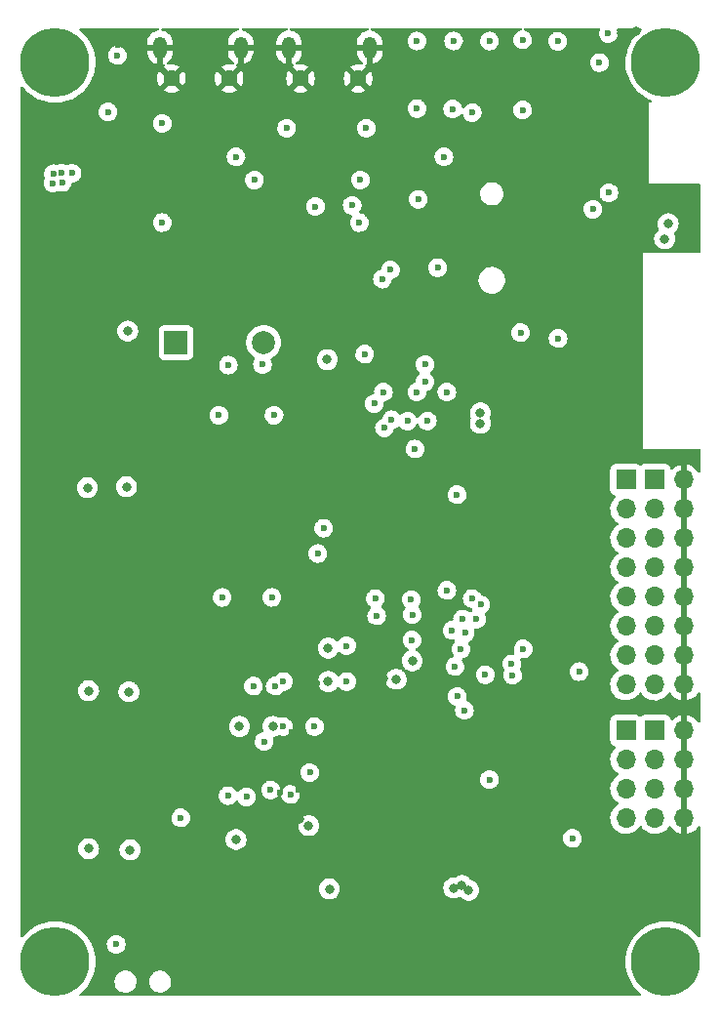
<source format=gbr>
%TF.GenerationSoftware,KiCad,Pcbnew,(6.0.0)*%
%TF.CreationDate,2022-03-02T14:27:29+07:00*%
%TF.ProjectId,FC-32,46432d33-322e-46b6-9963-61645f706362,rev?*%
%TF.SameCoordinates,Original*%
%TF.FileFunction,Copper,L3,Inr*%
%TF.FilePolarity,Positive*%
%FSLAX46Y46*%
G04 Gerber Fmt 4.6, Leading zero omitted, Abs format (unit mm)*
G04 Created by KiCad (PCBNEW (6.0.0)) date 2022-03-02 14:27:29*
%MOMM*%
%LPD*%
G01*
G04 APERTURE LIST*
%TA.AperFunction,ComponentPad*%
%ADD10R,2.000000X2.000000*%
%TD*%
%TA.AperFunction,ComponentPad*%
%ADD11C,2.000000*%
%TD*%
%TA.AperFunction,ComponentPad*%
%ADD12C,0.800000*%
%TD*%
%TA.AperFunction,ComponentPad*%
%ADD13C,6.000000*%
%TD*%
%TA.AperFunction,ComponentPad*%
%ADD14R,1.700000X1.700000*%
%TD*%
%TA.AperFunction,ComponentPad*%
%ADD15O,1.700000X1.700000*%
%TD*%
%TA.AperFunction,ComponentPad*%
%ADD16O,1.200000X1.900000*%
%TD*%
%TA.AperFunction,ComponentPad*%
%ADD17C,1.450000*%
%TD*%
%TA.AperFunction,ComponentPad*%
%ADD18R,0.500000X0.900000*%
%TD*%
%TA.AperFunction,ViaPad*%
%ADD19C,0.800000*%
%TD*%
%TA.AperFunction,ViaPad*%
%ADD20C,0.600000*%
%TD*%
G04 APERTURE END LIST*
D10*
%TO.N,+3V3*%
%TO.C,BZ1*%
X143990000Y-82790000D03*
D11*
%TO.N,Net-(BZ1-Pad2)*%
X151590000Y-82790000D03*
%TD*%
D12*
%TO.N,N/C*%
%TO.C,H4*%
X131909010Y-134909010D03*
X135750000Y-136500000D03*
X135090990Y-138090990D03*
D13*
X133500000Y-136500000D03*
D12*
X131250000Y-136500000D03*
X135090990Y-134909010D03*
X133500000Y-134250000D03*
X131909010Y-138090990D03*
X133500000Y-138750000D03*
%TD*%
D14*
%TO.N,+5V*%
%TO.C,POW1*%
X185560000Y-94700000D03*
D15*
%TO.N,GND*%
X188100000Y-94700000D03*
%TO.N,+5V*%
X185560000Y-97240000D03*
%TO.N,GND*%
X188100000Y-97240000D03*
%TO.N,+5V*%
X185560000Y-99780000D03*
%TO.N,GND*%
X188100000Y-99780000D03*
%TO.N,+5V*%
X185560000Y-102320000D03*
%TO.N,GND*%
X188100000Y-102320000D03*
%TO.N,+5V*%
X185560000Y-104860000D03*
%TO.N,GND*%
X188100000Y-104860000D03*
%TO.N,+5V*%
X185560000Y-107400000D03*
%TO.N,GND*%
X188100000Y-107400000D03*
%TO.N,+5V*%
X185560000Y-109940000D03*
%TO.N,GND*%
X188100000Y-109940000D03*
%TO.N,+5V*%
X185560000Y-112480000D03*
%TO.N,GND*%
X188100000Y-112480000D03*
%TD*%
D12*
%TO.N,N/C*%
%TO.C,H2*%
X188090990Y-56909010D03*
X184250000Y-58500000D03*
X188750000Y-58500000D03*
X184909010Y-60090990D03*
X188090990Y-60090990D03*
D13*
X186500000Y-58500000D03*
D12*
X186500000Y-60750000D03*
X184909010Y-56909010D03*
X186500000Y-56250000D03*
%TD*%
%TO.N,N/C*%
%TO.C,H1*%
X188090990Y-138090990D03*
X188090990Y-134909010D03*
X188750000Y-136500000D03*
X186500000Y-134250000D03*
X186500000Y-138750000D03*
X184909010Y-138090990D03*
X184909010Y-134909010D03*
X184250000Y-136500000D03*
D13*
X186500000Y-136500000D03*
%TD*%
D14*
%TO.N,TIM5_CH4*%
%TO.C,PWM_SIG1*%
X183035000Y-116435000D03*
D15*
%TO.N,TIM5_CH3*%
X183035000Y-118975000D03*
%TO.N,TIM5_CH2*%
X183035000Y-121515000D03*
%TO.N,TIM5_CH1*%
X183035000Y-124055000D03*
%TD*%
D12*
%TO.N,N/C*%
%TO.C,H3*%
X135090990Y-60090990D03*
D13*
X133500000Y-58500000D03*
D12*
X131909010Y-60090990D03*
X131909010Y-56909010D03*
X133500000Y-56250000D03*
X133500000Y-60750000D03*
X135750000Y-58500000D03*
X131250000Y-58500000D03*
X135090990Y-56909010D03*
%TD*%
D14*
%TO.N,PWM_7*%
%TO.C,SIG1*%
X183035000Y-94695000D03*
D15*
%TO.N,PWM_6*%
X183035000Y-97235000D03*
%TO.N,PWM_5*%
X183035000Y-99775000D03*
%TO.N,PWM_4*%
X183035000Y-102315000D03*
%TO.N,PWM_3*%
X183035000Y-104855000D03*
%TO.N,PWM_2*%
X183035000Y-107395000D03*
%TO.N,PWM_1*%
X183035000Y-109935000D03*
%TO.N,PWM_0*%
X183035000Y-112475000D03*
%TD*%
D14*
%TO.N,+5V*%
%TO.C,PWM_POW1*%
X185570000Y-116445000D03*
D15*
%TO.N,GND*%
X188110000Y-116445000D03*
%TO.N,+5V*%
X185570000Y-118985000D03*
%TO.N,GND*%
X188110000Y-118985000D03*
%TO.N,+5V*%
X185570000Y-121525000D03*
%TO.N,GND*%
X188110000Y-121525000D03*
%TO.N,+5V*%
X185570000Y-124065000D03*
%TO.N,GND*%
X188110000Y-124065000D03*
%TD*%
D16*
%TO.N,GND*%
%TO.C,J4*%
X153800000Y-57204000D03*
D17*
X159800000Y-59904000D03*
D16*
X160800000Y-57204000D03*
D17*
X154800000Y-59904000D03*
%TD*%
%TO.N,GND*%
%TO.C,J5*%
X143600000Y-59900000D03*
D16*
X149600000Y-57200000D03*
D17*
X148600000Y-59900000D03*
D16*
X142600000Y-57200000D03*
%TD*%
D18*
%TO.N,GND*%
%TO.C,ANT1*%
X184100000Y-90200000D03*
%TD*%
D19*
%TO.N,GND*%
X156380000Y-81450000D03*
X157190000Y-80620000D03*
%TO.N,Buzzer*%
X157120000Y-84270000D03*
D20*
%TO.N,+3V3*%
X171200000Y-120700000D03*
X161900000Y-77300000D03*
X150100000Y-122200000D03*
X178970000Y-111340000D03*
X150700000Y-112600000D03*
D19*
X139700000Y-95300000D03*
X136400000Y-126700000D03*
D20*
X152600000Y-112600000D03*
D19*
X139800000Y-81800000D03*
D20*
X178400000Y-125800000D03*
X181500000Y-56000000D03*
X161400000Y-106500000D03*
X156300000Y-101100000D03*
D19*
X170400000Y-88900000D03*
X170400000Y-89800000D03*
D20*
X138900000Y-57900000D03*
X153300000Y-116100000D03*
D19*
X163100000Y-112000000D03*
X140000000Y-126800000D03*
D20*
X151649500Y-117400000D03*
D19*
X136400000Y-113000000D03*
D20*
X155600000Y-120100000D03*
D19*
X169400000Y-130300000D03*
D20*
X162600000Y-76500000D03*
X158800000Y-109100000D03*
X167500000Y-104300000D03*
X148500000Y-122100000D03*
X152200000Y-121600000D03*
D19*
X168800000Y-129900000D03*
D20*
X173210000Y-111650000D03*
D19*
X136300000Y-95400000D03*
D20*
X156000000Y-116100000D03*
X173890000Y-81940000D03*
X158800000Y-112200000D03*
X153300000Y-112200000D03*
D19*
X139900000Y-113100000D03*
X164500000Y-110400000D03*
D20*
X138800000Y-135000000D03*
X161300000Y-105000000D03*
X144400000Y-124025000D03*
D19*
X168100000Y-130100000D03*
D20*
X181560000Y-69810000D03*
D19*
X157300000Y-130200000D03*
D20*
X168380000Y-96000000D03*
X177150000Y-82450000D03*
D19*
%TO.N,GND*%
X182730000Y-57630000D03*
D20*
X146700000Y-129400000D03*
X176430000Y-80200000D03*
X154500000Y-75600000D03*
D19*
X136300000Y-128800000D03*
X154675500Y-124100000D03*
X165600000Y-131900000D03*
D20*
X173560000Y-80160000D03*
X175670000Y-110630000D03*
X176100000Y-129900000D03*
D19*
X186300000Y-71200000D03*
D20*
X175000000Y-131900000D03*
X145400000Y-66900000D03*
D19*
X182660000Y-56000000D03*
X182350000Y-61800000D03*
D20*
X171800000Y-127500000D03*
X158000000Y-116900000D03*
X162600000Y-79500000D03*
D19*
X139800000Y-128700000D03*
X167600000Y-89300000D03*
X136400000Y-115100000D03*
D20*
X174020000Y-83470000D03*
X142800000Y-123925000D03*
X154622287Y-121586533D03*
X181990000Y-74150000D03*
X167840000Y-101950000D03*
D19*
X165300000Y-127700000D03*
D20*
X145500000Y-128700000D03*
D19*
X168300000Y-90000000D03*
D20*
X181290000Y-91950000D03*
D19*
X182870000Y-59860000D03*
X143300000Y-135300000D03*
D20*
X166000000Y-65500000D03*
X166000000Y-64400000D03*
X153033278Y-121857519D03*
X153800000Y-100400000D03*
D19*
X139800000Y-115000000D03*
X146000000Y-119100000D03*
D20*
X169730000Y-101960000D03*
D19*
X150900000Y-123900000D03*
D20*
X172600000Y-121000000D03*
X167274500Y-99860000D03*
D19*
X166200000Y-126800000D03*
D20*
X178450000Y-71810000D03*
X154000000Y-116600000D03*
X156200000Y-112400000D03*
D19*
X136500000Y-83700000D03*
D20*
X168630000Y-102030000D03*
X137000000Y-57000000D03*
D19*
X184300000Y-61820000D03*
D20*
X157241589Y-121241589D03*
X176100000Y-133900000D03*
X175200000Y-117500000D03*
X171340000Y-63410000D03*
X176280000Y-111300000D03*
X171800000Y-125800000D03*
D19*
X136400000Y-70200000D03*
D20*
X171210000Y-61520000D03*
X154500000Y-71100000D03*
D19*
X148000000Y-124000000D03*
D20*
X153900000Y-98800000D03*
X174890000Y-80070000D03*
X173450000Y-108060000D03*
X148500000Y-112500000D03*
D19*
X183900000Y-55790000D03*
D20*
X139000000Y-57000000D03*
D19*
X166600000Y-133800000D03*
X136300000Y-97400000D03*
D20*
X173500000Y-121700000D03*
X166380000Y-95920000D03*
D19*
X139800000Y-83700000D03*
X169500000Y-91100000D03*
D20*
X155600000Y-118100000D03*
X144400000Y-125025000D03*
X154500000Y-69600000D03*
D19*
X139600000Y-70100000D03*
D20*
X179104992Y-102404993D03*
D19*
X159300000Y-130200000D03*
D20*
X171700000Y-84320000D03*
X176290000Y-93690000D03*
X146400000Y-74000000D03*
X152000000Y-69700000D03*
X152900000Y-127900000D03*
D19*
X164400000Y-111800000D03*
D20*
X178410000Y-115590000D03*
D19*
X151791559Y-123885932D03*
X162000000Y-111900000D03*
D20*
X161900000Y-78800000D03*
D19*
X139700000Y-97300000D03*
D20*
X176690000Y-108720000D03*
X177050000Y-84800000D03*
%TO.N,/WirelessCommunication/V_BCKP*%
X166700000Y-76300000D03*
%TO.N,/FC/VCAP_1*%
X169700000Y-105000000D03*
%TO.N,/FC/VCAP_2*%
X156800000Y-98900000D03*
%TO.N,+5V*%
X134970000Y-68120000D03*
X134080000Y-68120000D03*
X133320000Y-68980000D03*
X138100000Y-62800000D03*
X133340000Y-68160000D03*
X134115000Y-68915000D03*
%TO.N,Net-(C24-Pad2)*%
X153938000Y-122000000D03*
%TO.N,V_USB*%
X150800000Y-68700000D03*
X149200000Y-66700000D03*
X142800000Y-63800000D03*
X160000000Y-68700000D03*
%TO.N,Net-(D4-Pad1)*%
X180740000Y-58520000D03*
%TO.N,Net-(D5-Pad2)*%
X153600000Y-64200000D03*
X160500000Y-64200000D03*
D19*
%TO.N,LED_PC13*%
X155500000Y-124700000D03*
X149200000Y-125900000D03*
D20*
%TO.N,Net-(D10-Pad1)*%
X171200000Y-56650500D03*
%TO.N,LED_1*%
X167950000Y-107774500D03*
X169700000Y-62850000D03*
%TO.N,Net-(D11-Pad1)*%
X168080000Y-56640000D03*
%TO.N,LED_2*%
X169090000Y-107990000D03*
X168010000Y-62540000D03*
%TO.N,Net-(D12-Pad1)*%
X164890000Y-56650500D03*
%TO.N,LED_3*%
X164900000Y-62500000D03*
X168858411Y-106774500D03*
%TO.N,Net-(D13-Pad1)*%
X177110000Y-56663000D03*
%TO.N,LED_4*%
X167250000Y-66690000D03*
X164470000Y-108600000D03*
%TO.N,Net-(D14-Pad1)*%
X174070000Y-56550000D03*
%TO.N,LED_5*%
X174070000Y-62630000D03*
X170820000Y-111610000D03*
%TO.N,WS2812B*%
X159900000Y-72400000D03*
X142800000Y-72400000D03*
%TO.N,Net-(Q1-Pad3)*%
X180170000Y-71230000D03*
%TO.N,GPS_RESET*%
X165010000Y-70370000D03*
X164720000Y-92030000D03*
D19*
%TO.N,I2C1_SDA*%
X157200000Y-112200000D03*
%TO.N,I2C1_SCL*%
X157200000Y-109300000D03*
X152400000Y-116100000D03*
X149500000Y-116100000D03*
D20*
%TO.N,I2C2_SDA*%
X170418965Y-105529319D03*
X170075500Y-106800000D03*
X173113528Y-110674500D03*
X164400000Y-105100000D03*
D19*
X186700000Y-72500000D03*
D20*
%TO.N,I2C2_SCL*%
X174120000Y-109380000D03*
X164500000Y-106400000D03*
D19*
X186400000Y-73800000D03*
D20*
%TO.N,Buzzer*%
X160370000Y-83810000D03*
%TO.N,USB_ID*%
X159274500Y-70900000D03*
X156100000Y-71000000D03*
%TO.N,TIM2_CH1*%
X152300000Y-104900000D03*
X148000000Y-104900000D03*
%TO.N,SWCLK*%
X147700000Y-89100000D03*
X152500000Y-89100000D03*
%TO.N,SWDIO*%
X151500000Y-84700000D03*
X148540000Y-84760000D03*
%TO.N,UART6_RX*%
X162075500Y-90200000D03*
X161200000Y-88100000D03*
%TO.N,UART6_TX*%
X162000000Y-87100000D03*
X162700000Y-89500000D03*
%TO.N,SPI1_SCK*%
X168400000Y-113500000D03*
X168200000Y-110900000D03*
%TO.N,SPI1_MOSI*%
X169024500Y-114700000D03*
X168700000Y-109400000D03*
%TO.N,SPI2_MISO*%
X164075500Y-89600000D03*
X165800000Y-89600000D03*
%TO.N,SPI2_MOSI*%
X167500000Y-87100000D03*
X164900000Y-87100000D03*
%TO.N,SPI2_CE*%
X165600000Y-86200000D03*
X165600000Y-84700000D03*
%TD*%
%TA.AperFunction,Conductor*%
%TO.N,GND*%
G36*
X173932291Y-55528002D02*
G01*
X173978784Y-55581658D01*
X173988888Y-55651932D01*
X173959394Y-55716512D01*
X173899668Y-55754896D01*
X173899617Y-55754909D01*
X173895288Y-55755364D01*
X173723579Y-55813818D01*
X173684857Y-55837640D01*
X173575095Y-55905166D01*
X173575092Y-55905168D01*
X173569088Y-55908862D01*
X173564053Y-55913793D01*
X173564050Y-55913795D01*
X173456867Y-56018757D01*
X173439493Y-56035771D01*
X173341235Y-56188238D01*
X173338826Y-56194858D01*
X173338824Y-56194861D01*
X173288640Y-56332741D01*
X173279197Y-56358685D01*
X173256463Y-56538640D01*
X173274163Y-56719160D01*
X173331418Y-56891273D01*
X173335065Y-56897295D01*
X173335066Y-56897297D01*
X173399853Y-57004273D01*
X173425380Y-57046424D01*
X173430269Y-57051487D01*
X173430270Y-57051488D01*
X173464699Y-57087140D01*
X173551382Y-57176902D01*
X173557278Y-57180760D01*
X173697218Y-57272334D01*
X173703159Y-57276222D01*
X173709763Y-57278678D01*
X173709765Y-57278679D01*
X173866558Y-57336990D01*
X173866560Y-57336990D01*
X173873168Y-57339448D01*
X173956995Y-57350633D01*
X174045980Y-57362507D01*
X174045984Y-57362507D01*
X174052961Y-57363438D01*
X174059972Y-57362800D01*
X174059976Y-57362800D01*
X174202459Y-57349832D01*
X174233600Y-57346998D01*
X174240302Y-57344820D01*
X174240304Y-57344820D01*
X174399409Y-57293124D01*
X174399412Y-57293123D01*
X174406108Y-57290947D01*
X174561912Y-57198069D01*
X174693266Y-57072982D01*
X174793643Y-56921902D01*
X174841090Y-56796998D01*
X174855555Y-56758920D01*
X174855556Y-56758918D01*
X174858055Y-56752338D01*
X174861380Y-56728679D01*
X174872207Y-56651640D01*
X176296463Y-56651640D01*
X176314163Y-56832160D01*
X176371418Y-57004273D01*
X176375065Y-57010295D01*
X176375066Y-57010297D01*
X176460877Y-57151988D01*
X176465380Y-57159424D01*
X176470269Y-57164487D01*
X176470270Y-57164488D01*
X176547121Y-57244068D01*
X176591382Y-57289902D01*
X176597278Y-57293760D01*
X176730355Y-57380843D01*
X176743159Y-57389222D01*
X176749763Y-57391678D01*
X176749765Y-57391679D01*
X176906558Y-57449990D01*
X176906560Y-57449990D01*
X176913168Y-57452448D01*
X176994498Y-57463300D01*
X177085980Y-57475507D01*
X177085984Y-57475507D01*
X177092961Y-57476438D01*
X177099972Y-57475800D01*
X177099976Y-57475800D01*
X177246383Y-57462475D01*
X177273600Y-57459998D01*
X177280302Y-57457820D01*
X177280304Y-57457820D01*
X177439409Y-57406124D01*
X177439412Y-57406123D01*
X177446108Y-57403947D01*
X177545294Y-57344820D01*
X177595860Y-57314677D01*
X177595862Y-57314676D01*
X177601912Y-57311069D01*
X177733266Y-57185982D01*
X177833643Y-57034902D01*
X177898055Y-56865338D01*
X177899812Y-56852838D01*
X177922748Y-56689639D01*
X177922748Y-56689636D01*
X177923299Y-56685717D01*
X177923616Y-56663000D01*
X177903397Y-56482745D01*
X177901080Y-56476091D01*
X177846064Y-56318106D01*
X177846062Y-56318103D01*
X177843745Y-56311448D01*
X177833662Y-56295312D01*
X177751359Y-56163598D01*
X177747626Y-56157624D01*
X177741751Y-56151708D01*
X177624778Y-56033915D01*
X177624774Y-56033912D01*
X177619815Y-56028918D01*
X177608697Y-56021862D01*
X177481046Y-55940853D01*
X177466666Y-55931727D01*
X177411398Y-55912047D01*
X177302425Y-55873243D01*
X177302420Y-55873242D01*
X177295790Y-55870881D01*
X177288802Y-55870048D01*
X177288799Y-55870047D01*
X177163682Y-55855128D01*
X177115680Y-55849404D01*
X177108677Y-55850140D01*
X177108676Y-55850140D01*
X176942288Y-55867628D01*
X176942286Y-55867629D01*
X176935288Y-55868364D01*
X176763579Y-55926818D01*
X176757575Y-55930512D01*
X176615095Y-56018166D01*
X176615092Y-56018168D01*
X176609088Y-56021862D01*
X176604053Y-56026793D01*
X176604050Y-56026795D01*
X176488320Y-56140127D01*
X176479493Y-56148771D01*
X176381235Y-56301238D01*
X176378826Y-56307858D01*
X176378824Y-56307861D01*
X176328400Y-56446401D01*
X176319197Y-56471685D01*
X176296463Y-56651640D01*
X174872207Y-56651640D01*
X174882748Y-56576639D01*
X174882748Y-56576636D01*
X174883299Y-56572717D01*
X174883616Y-56550000D01*
X174863397Y-56369745D01*
X174861080Y-56363091D01*
X174806064Y-56205106D01*
X174806062Y-56205103D01*
X174803745Y-56198448D01*
X174789621Y-56175844D01*
X174711359Y-56050598D01*
X174707626Y-56044624D01*
X174698835Y-56035771D01*
X174584778Y-55920915D01*
X174584774Y-55920912D01*
X174579815Y-55915918D01*
X174573716Y-55912047D01*
X174488760Y-55858133D01*
X174426666Y-55818727D01*
X174294784Y-55771766D01*
X174262424Y-55760243D01*
X174262422Y-55760243D01*
X174255790Y-55757881D01*
X174248801Y-55757048D01*
X174247191Y-55756670D01*
X174185438Y-55721640D01*
X174152428Y-55658784D01*
X174158640Y-55588060D01*
X174202102Y-55531921D01*
X174275966Y-55508000D01*
X180638691Y-55508000D01*
X180706812Y-55528002D01*
X180753305Y-55581658D01*
X180763409Y-55651932D01*
X180757092Y-55677095D01*
X180726829Y-55760243D01*
X180709197Y-55808685D01*
X180686463Y-55988640D01*
X180704163Y-56169160D01*
X180761418Y-56341273D01*
X180765065Y-56347295D01*
X180765066Y-56347297D01*
X180847096Y-56482745D01*
X180855380Y-56496424D01*
X180981382Y-56626902D01*
X181133159Y-56726222D01*
X181139763Y-56728678D01*
X181139765Y-56728679D01*
X181296558Y-56786990D01*
X181296560Y-56786990D01*
X181303168Y-56789448D01*
X181383509Y-56800168D01*
X181475980Y-56812507D01*
X181475984Y-56812507D01*
X181482961Y-56813438D01*
X181489972Y-56812800D01*
X181489976Y-56812800D01*
X181632459Y-56799832D01*
X181663600Y-56796998D01*
X181670302Y-56794820D01*
X181670304Y-56794820D01*
X181829409Y-56743124D01*
X181829412Y-56743123D01*
X181836108Y-56740947D01*
X181973983Y-56658757D01*
X181985860Y-56651677D01*
X181985862Y-56651676D01*
X181991912Y-56648069D01*
X182123266Y-56522982D01*
X182223643Y-56371902D01*
X182288055Y-56202338D01*
X182290037Y-56188238D01*
X182312748Y-56026639D01*
X182312748Y-56026636D01*
X182313299Y-56022717D01*
X182313505Y-56007968D01*
X182313561Y-56003962D01*
X182313561Y-56003957D01*
X182313616Y-56000000D01*
X182293397Y-55819745D01*
X182243143Y-55675435D01*
X182239630Y-55604527D01*
X182275012Y-55542975D01*
X182338054Y-55510323D01*
X182362135Y-55508000D01*
X184263937Y-55508000D01*
X184332058Y-55528002D01*
X184378551Y-55581658D01*
X184388655Y-55651932D01*
X184359161Y-55716512D01*
X184343235Y-55731917D01*
X184149133Y-55889098D01*
X183889098Y-56149133D01*
X183657668Y-56434925D01*
X183622068Y-56489744D01*
X183473085Y-56719160D01*
X183457380Y-56743343D01*
X183455885Y-56746277D01*
X183455881Y-56746284D01*
X183302952Y-57046424D01*
X183290427Y-57071006D01*
X183216422Y-57263795D01*
X183168276Y-57389222D01*
X183158639Y-57414326D01*
X183063459Y-57769541D01*
X183042169Y-57903962D01*
X183009707Y-58108920D01*
X183005931Y-58132759D01*
X182986685Y-58500000D01*
X183005931Y-58867241D01*
X183006444Y-58870481D01*
X183006445Y-58870489D01*
X183028605Y-59010401D01*
X183063459Y-59230459D01*
X183158639Y-59585674D01*
X183290427Y-59928994D01*
X183291925Y-59931934D01*
X183389911Y-60124241D01*
X183457380Y-60256657D01*
X183459176Y-60259423D01*
X183459178Y-60259426D01*
X183465011Y-60268408D01*
X183657668Y-60565075D01*
X183889098Y-60850867D01*
X184149133Y-61110902D01*
X184434925Y-61342332D01*
X184743342Y-61542620D01*
X184746276Y-61544115D01*
X184746283Y-61544119D01*
X185025534Y-61686404D01*
X185071006Y-61709573D01*
X185116770Y-61727140D01*
X185192914Y-61756369D01*
X185249342Y-61799455D01*
X185273519Y-61866208D01*
X185257768Y-61935435D01*
X185207090Y-61985157D01*
X185147760Y-62000000D01*
X185000000Y-62000000D01*
X185000000Y-69000000D01*
X189366000Y-69000000D01*
X189434121Y-69020002D01*
X189480614Y-69073658D01*
X189492000Y-69126000D01*
X189492000Y-74874000D01*
X189471998Y-74942121D01*
X189418342Y-74988614D01*
X189366000Y-75000000D01*
X184500000Y-75000000D01*
X184500000Y-92000000D01*
X189366000Y-92000000D01*
X189434121Y-92020002D01*
X189480614Y-92073658D01*
X189492000Y-92126000D01*
X189492000Y-93924718D01*
X189471998Y-93992839D01*
X189418342Y-94039332D01*
X189348068Y-94049436D01*
X189283488Y-94019942D01*
X189260208Y-93993158D01*
X189182426Y-93872926D01*
X189176136Y-93864757D01*
X189032806Y-93707240D01*
X189025273Y-93700215D01*
X188858139Y-93568222D01*
X188849552Y-93562517D01*
X188663117Y-93459599D01*
X188653705Y-93455369D01*
X188452959Y-93384280D01*
X188442988Y-93381646D01*
X188371837Y-93368972D01*
X188358540Y-93370432D01*
X188354000Y-93384989D01*
X188354000Y-113798517D01*
X188358064Y-113812359D01*
X188371478Y-113814393D01*
X188378184Y-113813534D01*
X188388262Y-113811392D01*
X188592255Y-113750191D01*
X188601842Y-113746433D01*
X188793095Y-113652739D01*
X188801945Y-113647464D01*
X188975328Y-113523792D01*
X188983200Y-113517139D01*
X189134052Y-113366812D01*
X189140723Y-113358972D01*
X189263677Y-113187864D01*
X189319672Y-113144216D01*
X189390375Y-113137770D01*
X189453340Y-113170573D01*
X189488574Y-113232209D01*
X189492000Y-113261390D01*
X189492000Y-115654260D01*
X189471998Y-115722381D01*
X189418342Y-115768874D01*
X189348068Y-115778978D01*
X189283488Y-115749484D01*
X189260208Y-115722700D01*
X189192427Y-115617926D01*
X189186136Y-115609757D01*
X189042806Y-115452240D01*
X189035273Y-115445215D01*
X188868139Y-115313222D01*
X188859552Y-115307517D01*
X188673117Y-115204599D01*
X188663705Y-115200369D01*
X188462959Y-115129280D01*
X188452988Y-115126646D01*
X188381837Y-115113972D01*
X188368540Y-115115432D01*
X188364000Y-115129989D01*
X188364000Y-125383517D01*
X188368064Y-125397359D01*
X188381478Y-125399393D01*
X188388184Y-125398534D01*
X188398262Y-125396392D01*
X188602255Y-125335191D01*
X188611842Y-125331433D01*
X188803095Y-125237739D01*
X188811945Y-125232464D01*
X188985328Y-125108792D01*
X188993200Y-125102139D01*
X189144052Y-124951812D01*
X189150730Y-124943965D01*
X189263678Y-124786781D01*
X189319672Y-124743133D01*
X189390376Y-124736687D01*
X189453340Y-124769490D01*
X189488574Y-124831126D01*
X189492000Y-124860307D01*
X189492000Y-134263937D01*
X189471998Y-134332058D01*
X189418342Y-134378551D01*
X189348068Y-134388655D01*
X189283488Y-134359161D01*
X189268080Y-134343232D01*
X189110902Y-134149133D01*
X188850867Y-133889098D01*
X188565075Y-133657668D01*
X188256658Y-133457380D01*
X188253724Y-133455885D01*
X188253717Y-133455881D01*
X187931934Y-133291925D01*
X187928994Y-133290427D01*
X187585674Y-133158639D01*
X187230459Y-133063459D01*
X187037442Y-133032888D01*
X186870489Y-133006445D01*
X186870481Y-133006444D01*
X186867241Y-133005931D01*
X186500000Y-132986685D01*
X186132759Y-133005931D01*
X186129519Y-133006444D01*
X186129511Y-133006445D01*
X185962558Y-133032888D01*
X185769541Y-133063459D01*
X185414326Y-133158639D01*
X185071006Y-133290427D01*
X185068066Y-133291925D01*
X184746284Y-133455881D01*
X184746277Y-133455885D01*
X184743343Y-133457380D01*
X184434925Y-133657668D01*
X184149133Y-133889098D01*
X183889098Y-134149133D01*
X183657668Y-134434925D01*
X183457380Y-134743343D01*
X183455885Y-134746277D01*
X183455881Y-134746284D01*
X183313033Y-135026639D01*
X183290427Y-135071006D01*
X183158639Y-135414326D01*
X183063459Y-135769541D01*
X183005931Y-136132759D01*
X182986685Y-136500000D01*
X183005931Y-136867241D01*
X183063459Y-137230459D01*
X183158639Y-137585674D01*
X183290427Y-137928994D01*
X183457380Y-138256657D01*
X183459176Y-138259423D01*
X183459178Y-138259426D01*
X183470632Y-138277064D01*
X183657668Y-138565075D01*
X183889098Y-138850867D01*
X184149133Y-139110902D01*
X184343233Y-139268081D01*
X184383584Y-139326494D01*
X184385950Y-139397451D01*
X184349577Y-139458423D01*
X184286015Y-139490051D01*
X184263938Y-139492000D01*
X160000000Y-139492001D01*
X135736061Y-139492001D01*
X135667940Y-139471999D01*
X135621447Y-139418343D01*
X135611343Y-139348069D01*
X135640837Y-139283489D01*
X135656767Y-139268081D01*
X135656769Y-139268080D01*
X135850867Y-139110902D01*
X136110902Y-138850867D01*
X136342332Y-138565075D01*
X136529368Y-138277064D01*
X138637707Y-138277064D01*
X138666825Y-138469599D01*
X138669028Y-138475585D01*
X138669029Y-138475591D01*
X138731860Y-138646360D01*
X138731862Y-138646365D01*
X138734063Y-138652346D01*
X138836674Y-138817840D01*
X138970466Y-138959322D01*
X139129975Y-139071011D01*
X139135838Y-139073548D01*
X139302825Y-139145810D01*
X139302829Y-139145811D01*
X139308684Y-139148345D01*
X139314931Y-139149650D01*
X139314934Y-139149651D01*
X139494557Y-139187176D01*
X139494562Y-139187177D01*
X139499293Y-139188165D01*
X139505685Y-139188500D01*
X139648663Y-139188500D01*
X139717951Y-139181462D01*
X139787378Y-139174410D01*
X139787379Y-139174410D01*
X139793727Y-139173765D01*
X139874843Y-139148345D01*
X139973451Y-139117444D01*
X139973456Y-139117442D01*
X139979541Y-139115535D01*
X140066475Y-139067346D01*
X140144271Y-139024223D01*
X140144274Y-139024221D01*
X140149850Y-139021130D01*
X140154691Y-139016981D01*
X140154695Y-139016978D01*
X140292855Y-138898560D01*
X140297698Y-138894409D01*
X140417046Y-138740547D01*
X140457779Y-138657768D01*
X140500200Y-138571556D01*
X140503018Y-138565829D01*
X140504628Y-138559649D01*
X140550492Y-138383575D01*
X140550492Y-138383572D01*
X140552102Y-138377393D01*
X140557360Y-138277064D01*
X141637707Y-138277064D01*
X141666825Y-138469599D01*
X141669028Y-138475585D01*
X141669029Y-138475591D01*
X141731860Y-138646360D01*
X141731862Y-138646365D01*
X141734063Y-138652346D01*
X141836674Y-138817840D01*
X141970466Y-138959322D01*
X142129975Y-139071011D01*
X142135838Y-139073548D01*
X142302825Y-139145810D01*
X142302829Y-139145811D01*
X142308684Y-139148345D01*
X142314931Y-139149650D01*
X142314934Y-139149651D01*
X142494557Y-139187176D01*
X142494562Y-139187177D01*
X142499293Y-139188165D01*
X142505685Y-139188500D01*
X142648663Y-139188500D01*
X142717951Y-139181462D01*
X142787378Y-139174410D01*
X142787379Y-139174410D01*
X142793727Y-139173765D01*
X142874843Y-139148345D01*
X142973451Y-139117444D01*
X142973456Y-139117442D01*
X142979541Y-139115535D01*
X143066475Y-139067346D01*
X143144271Y-139024223D01*
X143144274Y-139024221D01*
X143149850Y-139021130D01*
X143154691Y-139016981D01*
X143154695Y-139016978D01*
X143292855Y-138898560D01*
X143297698Y-138894409D01*
X143417046Y-138740547D01*
X143457779Y-138657768D01*
X143500200Y-138571556D01*
X143503018Y-138565829D01*
X143504628Y-138559649D01*
X143550492Y-138383575D01*
X143550492Y-138383572D01*
X143552102Y-138377393D01*
X143558284Y-138259426D01*
X143561959Y-138189317D01*
X143561959Y-138189313D01*
X143562293Y-138182936D01*
X143533175Y-137990401D01*
X143530972Y-137984415D01*
X143530971Y-137984409D01*
X143468140Y-137813640D01*
X143468138Y-137813635D01*
X143465937Y-137807654D01*
X143363326Y-137642160D01*
X143321580Y-137598014D01*
X143233919Y-137505315D01*
X143229534Y-137500678D01*
X143070025Y-137388989D01*
X143022013Y-137368212D01*
X142897175Y-137314190D01*
X142897171Y-137314189D01*
X142891316Y-137311655D01*
X142885069Y-137310350D01*
X142885066Y-137310349D01*
X142705443Y-137272824D01*
X142705438Y-137272823D01*
X142700707Y-137271835D01*
X142694315Y-137271500D01*
X142551337Y-137271500D01*
X142482049Y-137278538D01*
X142412622Y-137285590D01*
X142412621Y-137285590D01*
X142406273Y-137286235D01*
X142349939Y-137303889D01*
X142226549Y-137342556D01*
X142226544Y-137342558D01*
X142220459Y-137344465D01*
X142144713Y-137386452D01*
X142055729Y-137435777D01*
X142055726Y-137435779D01*
X142050150Y-137438870D01*
X142045309Y-137443019D01*
X142045305Y-137443022D01*
X141982311Y-137497015D01*
X141902302Y-137565591D01*
X141782954Y-137719453D01*
X141780138Y-137725176D01*
X141780136Y-137725179D01*
X141736608Y-137813640D01*
X141696982Y-137894171D01*
X141695373Y-137900349D01*
X141695372Y-137900351D01*
X141673477Y-137984409D01*
X141647898Y-138082607D01*
X141647564Y-138088986D01*
X141638931Y-138253716D01*
X141637707Y-138277064D01*
X140557360Y-138277064D01*
X140558284Y-138259426D01*
X140561959Y-138189317D01*
X140561959Y-138189313D01*
X140562293Y-138182936D01*
X140533175Y-137990401D01*
X140530972Y-137984415D01*
X140530971Y-137984409D01*
X140468140Y-137813640D01*
X140468138Y-137813635D01*
X140465937Y-137807654D01*
X140363326Y-137642160D01*
X140321580Y-137598014D01*
X140233919Y-137505315D01*
X140229534Y-137500678D01*
X140070025Y-137388989D01*
X140022013Y-137368212D01*
X139897175Y-137314190D01*
X139897171Y-137314189D01*
X139891316Y-137311655D01*
X139885069Y-137310350D01*
X139885066Y-137310349D01*
X139705443Y-137272824D01*
X139705438Y-137272823D01*
X139700707Y-137271835D01*
X139694315Y-137271500D01*
X139551337Y-137271500D01*
X139482049Y-137278538D01*
X139412622Y-137285590D01*
X139412621Y-137285590D01*
X139406273Y-137286235D01*
X139349939Y-137303889D01*
X139226549Y-137342556D01*
X139226544Y-137342558D01*
X139220459Y-137344465D01*
X139144713Y-137386452D01*
X139055729Y-137435777D01*
X139055726Y-137435779D01*
X139050150Y-137438870D01*
X139045309Y-137443019D01*
X139045305Y-137443022D01*
X138982311Y-137497015D01*
X138902302Y-137565591D01*
X138782954Y-137719453D01*
X138780138Y-137725176D01*
X138780136Y-137725179D01*
X138736608Y-137813640D01*
X138696982Y-137894171D01*
X138695373Y-137900349D01*
X138695372Y-137900351D01*
X138673477Y-137984409D01*
X138647898Y-138082607D01*
X138647564Y-138088986D01*
X138638931Y-138253716D01*
X138637707Y-138277064D01*
X136529368Y-138277064D01*
X136540822Y-138259426D01*
X136540824Y-138259423D01*
X136542620Y-138256657D01*
X136709573Y-137928994D01*
X136841361Y-137585674D01*
X136936541Y-137230459D01*
X136994069Y-136867241D01*
X137013315Y-136500000D01*
X136994069Y-136132759D01*
X136936541Y-135769541D01*
X136841361Y-135414326D01*
X136709573Y-135071006D01*
X136686967Y-135026639D01*
X136667606Y-134988640D01*
X137986463Y-134988640D01*
X138004163Y-135169160D01*
X138061418Y-135341273D01*
X138065065Y-135347295D01*
X138065066Y-135347297D01*
X138103789Y-135411236D01*
X138155380Y-135496424D01*
X138281382Y-135626902D01*
X138433159Y-135726222D01*
X138439763Y-135728678D01*
X138439765Y-135728679D01*
X138596558Y-135786990D01*
X138596560Y-135786990D01*
X138603168Y-135789448D01*
X138686995Y-135800633D01*
X138775980Y-135812507D01*
X138775984Y-135812507D01*
X138782961Y-135813438D01*
X138789972Y-135812800D01*
X138789976Y-135812800D01*
X138932459Y-135799832D01*
X138963600Y-135796998D01*
X138970302Y-135794820D01*
X138970304Y-135794820D01*
X139129409Y-135743124D01*
X139129412Y-135743123D01*
X139136108Y-135740947D01*
X139291912Y-135648069D01*
X139423266Y-135522982D01*
X139523643Y-135371902D01*
X139588055Y-135202338D01*
X139589035Y-135195366D01*
X139612748Y-135026639D01*
X139612748Y-135026636D01*
X139613299Y-135022717D01*
X139613616Y-135000000D01*
X139593397Y-134819745D01*
X139591080Y-134813091D01*
X139536064Y-134655106D01*
X139536062Y-134655103D01*
X139533745Y-134648448D01*
X139437626Y-134494624D01*
X139381098Y-134437700D01*
X139314778Y-134370915D01*
X139314774Y-134370912D01*
X139309815Y-134365918D01*
X139298697Y-134358862D01*
X139183904Y-134286013D01*
X139156666Y-134268727D01*
X139127463Y-134258328D01*
X138992425Y-134210243D01*
X138992420Y-134210242D01*
X138985790Y-134207881D01*
X138978802Y-134207048D01*
X138978799Y-134207047D01*
X138855698Y-134192368D01*
X138805680Y-134186404D01*
X138798677Y-134187140D01*
X138798676Y-134187140D01*
X138632288Y-134204628D01*
X138632286Y-134204629D01*
X138625288Y-134205364D01*
X138453579Y-134263818D01*
X138447575Y-134267512D01*
X138305095Y-134355166D01*
X138305092Y-134355168D01*
X138299088Y-134358862D01*
X138294053Y-134363793D01*
X138294050Y-134363795D01*
X138221415Y-134434925D01*
X138169493Y-134485771D01*
X138071235Y-134638238D01*
X138068826Y-134644858D01*
X138068824Y-134644861D01*
X138031909Y-134746284D01*
X138009197Y-134808685D01*
X137986463Y-134988640D01*
X136667606Y-134988640D01*
X136544119Y-134746284D01*
X136544115Y-134746277D01*
X136542620Y-134743343D01*
X136342332Y-134434925D01*
X136110902Y-134149133D01*
X135850867Y-133889098D01*
X135565075Y-133657668D01*
X135256658Y-133457380D01*
X135253724Y-133455885D01*
X135253717Y-133455881D01*
X134931934Y-133291925D01*
X134928994Y-133290427D01*
X134585674Y-133158639D01*
X134230459Y-133063459D01*
X134037442Y-133032888D01*
X133870489Y-133006445D01*
X133870481Y-133006444D01*
X133867241Y-133005931D01*
X133500000Y-132986685D01*
X133132759Y-133005931D01*
X133129519Y-133006444D01*
X133129511Y-133006445D01*
X132962558Y-133032888D01*
X132769541Y-133063459D01*
X132414326Y-133158639D01*
X132071006Y-133290427D01*
X132068066Y-133291925D01*
X131746284Y-133455881D01*
X131746277Y-133455885D01*
X131743343Y-133457380D01*
X131434925Y-133657668D01*
X131149133Y-133889098D01*
X130889098Y-134149133D01*
X130731920Y-134343232D01*
X130673506Y-134383583D01*
X130602549Y-134385949D01*
X130541577Y-134349576D01*
X130509949Y-134286013D01*
X130508000Y-134263937D01*
X130508000Y-130200000D01*
X156386496Y-130200000D01*
X156387186Y-130206565D01*
X156396608Y-130296206D01*
X156406458Y-130389928D01*
X156465473Y-130571556D01*
X156560960Y-130736944D01*
X156688747Y-130878866D01*
X156787843Y-130950864D01*
X156826385Y-130978866D01*
X156843248Y-130991118D01*
X156849276Y-130993802D01*
X156849278Y-130993803D01*
X157011681Y-131066109D01*
X157017712Y-131068794D01*
X157104479Y-131087237D01*
X157198056Y-131107128D01*
X157198061Y-131107128D01*
X157204513Y-131108500D01*
X157395487Y-131108500D01*
X157401939Y-131107128D01*
X157401944Y-131107128D01*
X157495521Y-131087237D01*
X157582288Y-131068794D01*
X157588319Y-131066109D01*
X157750722Y-130993803D01*
X157750724Y-130993802D01*
X157756752Y-130991118D01*
X157773616Y-130978866D01*
X157812157Y-130950864D01*
X157911253Y-130878866D01*
X158039040Y-130736944D01*
X158134527Y-130571556D01*
X158193542Y-130389928D01*
X158203393Y-130296206D01*
X158212814Y-130206565D01*
X158213504Y-130200000D01*
X158203684Y-130106565D01*
X158202994Y-130100000D01*
X167186496Y-130100000D01*
X167206458Y-130289928D01*
X167265473Y-130471556D01*
X167360960Y-130636944D01*
X167488747Y-130778866D01*
X167587843Y-130850864D01*
X167631867Y-130882849D01*
X167643248Y-130891118D01*
X167649276Y-130893802D01*
X167649278Y-130893803D01*
X167681691Y-130908234D01*
X167817712Y-130968794D01*
X167883365Y-130982749D01*
X167998056Y-131007128D01*
X167998061Y-131007128D01*
X168004513Y-131008500D01*
X168195487Y-131008500D01*
X168201939Y-131007128D01*
X168201944Y-131007128D01*
X168316635Y-130982749D01*
X168382288Y-130968794D01*
X168518309Y-130908234D01*
X168550722Y-130893803D01*
X168550724Y-130893802D01*
X168556752Y-130891118D01*
X168562093Y-130887237D01*
X168567811Y-130883936D01*
X168569233Y-130886399D01*
X168624357Y-130866748D01*
X168693504Y-130882849D01*
X168725149Y-130908233D01*
X168788747Y-130978866D01*
X168943248Y-131091118D01*
X168949276Y-131093802D01*
X168949278Y-131093803D01*
X169111681Y-131166109D01*
X169117712Y-131168794D01*
X169211112Y-131188647D01*
X169298056Y-131207128D01*
X169298061Y-131207128D01*
X169304513Y-131208500D01*
X169495487Y-131208500D01*
X169501939Y-131207128D01*
X169501944Y-131207128D01*
X169588888Y-131188647D01*
X169682288Y-131168794D01*
X169688319Y-131166109D01*
X169850722Y-131093803D01*
X169850724Y-131093802D01*
X169856752Y-131091118D01*
X170011253Y-130978866D01*
X170020322Y-130968794D01*
X170134621Y-130841852D01*
X170134622Y-130841851D01*
X170139040Y-130836944D01*
X170234527Y-130671556D01*
X170293542Y-130489928D01*
X170294872Y-130477279D01*
X170312814Y-130306565D01*
X170313504Y-130300000D01*
X170293542Y-130110072D01*
X170234527Y-129928444D01*
X170139040Y-129763056D01*
X170011253Y-129621134D01*
X169880375Y-129526045D01*
X169862094Y-129512763D01*
X169862093Y-129512762D01*
X169856752Y-129508882D01*
X169850724Y-129506198D01*
X169850722Y-129506197D01*
X169688319Y-129433891D01*
X169688318Y-129433891D01*
X169682288Y-129431206D01*
X169617735Y-129417485D01*
X169555262Y-129383757D01*
X169542214Y-129368554D01*
X169539040Y-129363056D01*
X169457774Y-129272801D01*
X169415675Y-129226045D01*
X169415674Y-129226044D01*
X169411253Y-129221134D01*
X169256752Y-129108882D01*
X169250724Y-129106198D01*
X169250722Y-129106197D01*
X169088319Y-129033891D01*
X169088318Y-129033891D01*
X169082288Y-129031206D01*
X168988888Y-129011353D01*
X168901944Y-128992872D01*
X168901939Y-128992872D01*
X168895487Y-128991500D01*
X168704513Y-128991500D01*
X168698061Y-128992872D01*
X168698056Y-128992872D01*
X168611112Y-129011353D01*
X168517712Y-129031206D01*
X168511682Y-129033891D01*
X168511681Y-129033891D01*
X168349278Y-129106197D01*
X168349276Y-129106198D01*
X168343248Y-129108882D01*
X168337907Y-129112762D01*
X168337906Y-129112763D01*
X168262656Y-129167436D01*
X168195789Y-129191294D01*
X168188595Y-129191500D01*
X168004513Y-129191500D01*
X167998061Y-129192872D01*
X167998056Y-129192872D01*
X167911112Y-129211353D01*
X167817712Y-129231206D01*
X167811682Y-129233891D01*
X167811681Y-129233891D01*
X167649278Y-129306197D01*
X167649276Y-129306198D01*
X167643248Y-129308882D01*
X167488747Y-129421134D01*
X167484326Y-129426044D01*
X167484325Y-129426045D01*
X167477261Y-129433891D01*
X167360960Y-129563056D01*
X167265473Y-129728444D01*
X167206458Y-129910072D01*
X167205768Y-129916633D01*
X167205768Y-129916635D01*
X167195948Y-130010072D01*
X167186496Y-130100000D01*
X158202994Y-130100000D01*
X158194232Y-130016635D01*
X158194232Y-130016633D01*
X158193542Y-130010072D01*
X158134527Y-129828444D01*
X158039040Y-129663056D01*
X157911253Y-129521134D01*
X157780375Y-129426045D01*
X157762094Y-129412763D01*
X157762093Y-129412762D01*
X157756752Y-129408882D01*
X157750724Y-129406198D01*
X157750722Y-129406197D01*
X157588319Y-129333891D01*
X157588318Y-129333891D01*
X157582288Y-129331206D01*
X157488888Y-129311353D01*
X157401944Y-129292872D01*
X157401939Y-129292872D01*
X157395487Y-129291500D01*
X157204513Y-129291500D01*
X157198061Y-129292872D01*
X157198056Y-129292872D01*
X157111112Y-129311353D01*
X157017712Y-129331206D01*
X157011682Y-129333891D01*
X157011681Y-129333891D01*
X156849278Y-129406197D01*
X156849276Y-129406198D01*
X156843248Y-129408882D01*
X156837907Y-129412762D01*
X156837906Y-129412763D01*
X156819625Y-129426045D01*
X156688747Y-129521134D01*
X156560960Y-129663056D01*
X156465473Y-129828444D01*
X156406458Y-130010072D01*
X156405768Y-130016633D01*
X156405768Y-130016635D01*
X156396316Y-130106565D01*
X156386496Y-130200000D01*
X130508000Y-130200000D01*
X130508000Y-126700000D01*
X135486496Y-126700000D01*
X135506458Y-126889928D01*
X135565473Y-127071556D01*
X135660960Y-127236944D01*
X135788747Y-127378866D01*
X135887843Y-127450864D01*
X135926385Y-127478866D01*
X135943248Y-127491118D01*
X135949276Y-127493802D01*
X135949278Y-127493803D01*
X136111681Y-127566109D01*
X136117712Y-127568794D01*
X136204479Y-127587237D01*
X136298056Y-127607128D01*
X136298061Y-127607128D01*
X136304513Y-127608500D01*
X136495487Y-127608500D01*
X136501939Y-127607128D01*
X136501944Y-127607128D01*
X136595521Y-127587237D01*
X136682288Y-127568794D01*
X136688319Y-127566109D01*
X136850722Y-127493803D01*
X136850724Y-127493802D01*
X136856752Y-127491118D01*
X136873616Y-127478866D01*
X136912157Y-127450864D01*
X137011253Y-127378866D01*
X137139040Y-127236944D01*
X137234527Y-127071556D01*
X137293542Y-126889928D01*
X137302994Y-126800000D01*
X139086496Y-126800000D01*
X139087186Y-126806565D01*
X139096608Y-126896206D01*
X139106458Y-126989928D01*
X139165473Y-127171556D01*
X139260960Y-127336944D01*
X139388747Y-127478866D01*
X139543248Y-127591118D01*
X139549276Y-127593802D01*
X139549278Y-127593803D01*
X139711681Y-127666109D01*
X139717712Y-127668794D01*
X139811112Y-127688647D01*
X139898056Y-127707128D01*
X139898061Y-127707128D01*
X139904513Y-127708500D01*
X140095487Y-127708500D01*
X140101939Y-127707128D01*
X140101944Y-127707128D01*
X140188888Y-127688647D01*
X140282288Y-127668794D01*
X140288319Y-127666109D01*
X140450722Y-127593803D01*
X140450724Y-127593802D01*
X140456752Y-127591118D01*
X140611253Y-127478866D01*
X140739040Y-127336944D01*
X140834527Y-127171556D01*
X140893542Y-126989928D01*
X140903393Y-126896206D01*
X140912814Y-126806565D01*
X140913504Y-126800000D01*
X140893542Y-126610072D01*
X140834527Y-126428444D01*
X140739040Y-126263056D01*
X140611253Y-126121134D01*
X140480375Y-126026045D01*
X140462094Y-126012763D01*
X140462093Y-126012762D01*
X140456752Y-126008882D01*
X140450724Y-126006198D01*
X140450722Y-126006197D01*
X140288319Y-125933891D01*
X140288318Y-125933891D01*
X140282288Y-125931206D01*
X140188887Y-125911353D01*
X140135477Y-125900000D01*
X148286496Y-125900000D01*
X148287186Y-125906565D01*
X148299228Y-126021134D01*
X148306458Y-126089928D01*
X148365473Y-126271556D01*
X148368776Y-126277278D01*
X148368777Y-126277279D01*
X148382754Y-126301488D01*
X148460960Y-126436944D01*
X148465378Y-126441851D01*
X148465379Y-126441852D01*
X148556565Y-126543124D01*
X148588747Y-126578866D01*
X148743248Y-126691118D01*
X148749276Y-126693802D01*
X148749278Y-126693803D01*
X148911681Y-126766109D01*
X148917712Y-126768794D01*
X149011112Y-126788647D01*
X149098056Y-126807128D01*
X149098061Y-126807128D01*
X149104513Y-126808500D01*
X149295487Y-126808500D01*
X149301939Y-126807128D01*
X149301944Y-126807128D01*
X149388888Y-126788647D01*
X149482288Y-126768794D01*
X149488319Y-126766109D01*
X149650722Y-126693803D01*
X149650724Y-126693802D01*
X149656752Y-126691118D01*
X149811253Y-126578866D01*
X149843435Y-126543124D01*
X149934621Y-126441852D01*
X149934622Y-126441851D01*
X149939040Y-126436944D01*
X150017246Y-126301488D01*
X150031223Y-126277279D01*
X150031224Y-126277278D01*
X150034527Y-126271556D01*
X150093542Y-126089928D01*
X150100773Y-126021134D01*
X150112814Y-125906565D01*
X150113504Y-125900000D01*
X150101800Y-125788640D01*
X177586463Y-125788640D01*
X177604163Y-125969160D01*
X177661418Y-126141273D01*
X177665065Y-126147295D01*
X177665066Y-126147297D01*
X177740320Y-126271556D01*
X177755380Y-126296424D01*
X177760269Y-126301487D01*
X177760270Y-126301488D01*
X177792371Y-126334729D01*
X177881382Y-126426902D01*
X177887278Y-126430760D01*
X178018509Y-126516635D01*
X178033159Y-126526222D01*
X178039763Y-126528678D01*
X178039765Y-126528679D01*
X178196558Y-126586990D01*
X178196560Y-126586990D01*
X178203168Y-126589448D01*
X178286995Y-126600633D01*
X178375980Y-126612507D01*
X178375984Y-126612507D01*
X178382961Y-126613438D01*
X178389972Y-126612800D01*
X178389976Y-126612800D01*
X178532459Y-126599832D01*
X178563600Y-126596998D01*
X178570302Y-126594820D01*
X178570304Y-126594820D01*
X178729409Y-126543124D01*
X178729412Y-126543123D01*
X178736108Y-126540947D01*
X178891912Y-126448069D01*
X179023266Y-126322982D01*
X179123643Y-126171902D01*
X179165423Y-126061917D01*
X179185555Y-126008920D01*
X179185556Y-126008918D01*
X179188055Y-126002338D01*
X179189035Y-125995366D01*
X179212748Y-125826639D01*
X179212748Y-125826636D01*
X179213299Y-125822717D01*
X179213616Y-125800000D01*
X179193397Y-125619745D01*
X179191080Y-125613091D01*
X179136064Y-125455106D01*
X179136062Y-125455103D01*
X179133745Y-125448448D01*
X179120189Y-125426753D01*
X179041359Y-125300598D01*
X179037626Y-125294624D01*
X178981137Y-125237739D01*
X178914778Y-125170915D01*
X178914774Y-125170912D01*
X178909815Y-125165918D01*
X178898697Y-125158862D01*
X178826056Y-125112763D01*
X178756666Y-125068727D01*
X178682282Y-125042240D01*
X178592425Y-125010243D01*
X178592420Y-125010242D01*
X178585790Y-125007881D01*
X178578802Y-125007048D01*
X178578799Y-125007047D01*
X178448416Y-124991500D01*
X178405680Y-124986404D01*
X178398677Y-124987140D01*
X178398676Y-124987140D01*
X178232288Y-125004628D01*
X178232286Y-125004629D01*
X178225288Y-125005364D01*
X178053579Y-125063818D01*
X178039457Y-125072506D01*
X177905095Y-125155166D01*
X177905092Y-125155168D01*
X177899088Y-125158862D01*
X177894053Y-125163793D01*
X177894050Y-125163795D01*
X177774525Y-125280843D01*
X177769493Y-125285771D01*
X177671235Y-125438238D01*
X177609197Y-125608685D01*
X177586463Y-125788640D01*
X150101800Y-125788640D01*
X150093542Y-125710072D01*
X150034527Y-125528444D01*
X149939040Y-125363056D01*
X149914374Y-125335661D01*
X149815675Y-125226045D01*
X149815674Y-125226044D01*
X149811253Y-125221134D01*
X149656752Y-125108882D01*
X149650724Y-125106198D01*
X149650722Y-125106197D01*
X149488319Y-125033891D01*
X149488318Y-125033891D01*
X149482288Y-125031206D01*
X149388888Y-125011353D01*
X149301944Y-124992872D01*
X149301939Y-124992872D01*
X149295487Y-124991500D01*
X149104513Y-124991500D01*
X149098061Y-124992872D01*
X149098056Y-124992872D01*
X149011112Y-125011353D01*
X148917712Y-125031206D01*
X148911682Y-125033891D01*
X148911681Y-125033891D01*
X148749278Y-125106197D01*
X148749276Y-125106198D01*
X148743248Y-125108882D01*
X148588747Y-125221134D01*
X148584326Y-125226044D01*
X148584325Y-125226045D01*
X148485627Y-125335661D01*
X148460960Y-125363056D01*
X148365473Y-125528444D01*
X148306458Y-125710072D01*
X148286496Y-125900000D01*
X140135477Y-125900000D01*
X140101944Y-125892872D01*
X140101939Y-125892872D01*
X140095487Y-125891500D01*
X139904513Y-125891500D01*
X139898061Y-125892872D01*
X139898056Y-125892872D01*
X139811113Y-125911353D01*
X139717712Y-125931206D01*
X139711682Y-125933891D01*
X139711681Y-125933891D01*
X139549278Y-126006197D01*
X139549276Y-126006198D01*
X139543248Y-126008882D01*
X139537907Y-126012762D01*
X139537906Y-126012763D01*
X139519625Y-126026045D01*
X139388747Y-126121134D01*
X139260960Y-126263056D01*
X139165473Y-126428444D01*
X139106458Y-126610072D01*
X139086496Y-126800000D01*
X137302994Y-126800000D01*
X137313504Y-126700000D01*
X137304052Y-126610072D01*
X137294232Y-126516635D01*
X137294232Y-126516633D01*
X137293542Y-126510072D01*
X137234527Y-126328444D01*
X137139040Y-126163056D01*
X137011253Y-126021134D01*
X136856752Y-125908882D01*
X136850724Y-125906198D01*
X136850722Y-125906197D01*
X136688319Y-125833891D01*
X136688318Y-125833891D01*
X136682288Y-125831206D01*
X136588888Y-125811353D01*
X136501944Y-125792872D01*
X136501939Y-125792872D01*
X136495487Y-125791500D01*
X136304513Y-125791500D01*
X136298061Y-125792872D01*
X136298056Y-125792872D01*
X136211112Y-125811353D01*
X136117712Y-125831206D01*
X136111682Y-125833891D01*
X136111681Y-125833891D01*
X135949278Y-125906197D01*
X135949276Y-125906198D01*
X135943248Y-125908882D01*
X135788747Y-126021134D01*
X135660960Y-126163056D01*
X135565473Y-126328444D01*
X135506458Y-126510072D01*
X135505768Y-126516633D01*
X135505768Y-126516635D01*
X135495948Y-126610072D01*
X135486496Y-126700000D01*
X130508000Y-126700000D01*
X130508000Y-124013640D01*
X143586463Y-124013640D01*
X143604163Y-124194160D01*
X143661418Y-124366273D01*
X143665065Y-124372295D01*
X143665066Y-124372297D01*
X143716725Y-124457596D01*
X143755380Y-124521424D01*
X143881382Y-124651902D01*
X143944851Y-124693435D01*
X144020798Y-124743133D01*
X144033159Y-124751222D01*
X144039763Y-124753678D01*
X144039765Y-124753679D01*
X144196558Y-124811990D01*
X144196560Y-124811990D01*
X144203168Y-124814448D01*
X144286995Y-124825633D01*
X144375980Y-124837507D01*
X144375984Y-124837507D01*
X144382961Y-124838438D01*
X144389972Y-124837800D01*
X144389976Y-124837800D01*
X144532459Y-124824832D01*
X144563600Y-124821998D01*
X144570302Y-124819820D01*
X144570304Y-124819820D01*
X144729409Y-124768124D01*
X144729412Y-124768123D01*
X144736108Y-124765947D01*
X144846735Y-124700000D01*
X154586496Y-124700000D01*
X154587186Y-124706565D01*
X154599386Y-124822637D01*
X154606458Y-124889928D01*
X154665473Y-125071556D01*
X154668776Y-125077278D01*
X154668777Y-125077279D01*
X154683130Y-125102139D01*
X154760960Y-125236944D01*
X154765378Y-125241851D01*
X154765379Y-125241852D01*
X154876318Y-125365062D01*
X154888747Y-125378866D01*
X155043248Y-125491118D01*
X155049276Y-125493802D01*
X155049278Y-125493803D01*
X155141200Y-125534729D01*
X155217712Y-125568794D01*
X155311112Y-125588647D01*
X155398056Y-125607128D01*
X155398061Y-125607128D01*
X155404513Y-125608500D01*
X155595487Y-125608500D01*
X155601939Y-125607128D01*
X155601944Y-125607128D01*
X155688888Y-125588647D01*
X155782288Y-125568794D01*
X155858800Y-125534729D01*
X155950722Y-125493803D01*
X155950724Y-125493802D01*
X155956752Y-125491118D01*
X156111253Y-125378866D01*
X156123682Y-125365062D01*
X156234621Y-125241852D01*
X156234622Y-125241851D01*
X156239040Y-125236944D01*
X156316870Y-125102139D01*
X156331223Y-125077279D01*
X156331224Y-125077278D01*
X156334527Y-125071556D01*
X156393542Y-124889928D01*
X156400615Y-124822637D01*
X156412814Y-124706565D01*
X156413504Y-124700000D01*
X156407916Y-124646834D01*
X156394232Y-124516635D01*
X156394232Y-124516633D01*
X156393542Y-124510072D01*
X156334527Y-124328444D01*
X156239040Y-124163056D01*
X156135189Y-124047717D01*
X156115675Y-124026045D01*
X156115674Y-124026044D01*
X156111758Y-124021695D01*
X181672251Y-124021695D01*
X181672548Y-124026848D01*
X181672548Y-124026851D01*
X181674748Y-124065000D01*
X181685110Y-124244715D01*
X181686247Y-124249761D01*
X181686248Y-124249767D01*
X181703979Y-124328444D01*
X181734222Y-124462639D01*
X181818266Y-124669616D01*
X181820965Y-124674020D01*
X181905513Y-124811990D01*
X181934987Y-124860088D01*
X182081250Y-125028938D01*
X182253126Y-125171632D01*
X182446000Y-125284338D01*
X182450825Y-125286180D01*
X182450826Y-125286181D01*
X182523612Y-125313975D01*
X182654692Y-125364030D01*
X182659760Y-125365061D01*
X182659763Y-125365062D01*
X182767017Y-125386883D01*
X182873597Y-125408567D01*
X182878772Y-125408757D01*
X182878774Y-125408757D01*
X183091673Y-125416564D01*
X183091677Y-125416564D01*
X183096837Y-125416753D01*
X183101957Y-125416097D01*
X183101959Y-125416097D01*
X183313288Y-125389025D01*
X183313289Y-125389025D01*
X183318416Y-125388368D01*
X183366457Y-125373955D01*
X183527429Y-125325661D01*
X183527434Y-125325659D01*
X183532384Y-125324174D01*
X183732994Y-125225896D01*
X183914860Y-125096173D01*
X183944776Y-125066362D01*
X184063061Y-124948489D01*
X184073096Y-124938489D01*
X184103479Y-124896206D01*
X184199264Y-124762907D01*
X184255259Y-124719259D01*
X184325962Y-124712813D01*
X184388927Y-124745616D01*
X184409020Y-124770599D01*
X184467287Y-124865683D01*
X184467291Y-124865688D01*
X184469987Y-124870088D01*
X184616250Y-125038938D01*
X184788126Y-125181632D01*
X184981000Y-125294338D01*
X185189692Y-125374030D01*
X185194760Y-125375061D01*
X185194763Y-125375062D01*
X185260165Y-125388368D01*
X185408597Y-125418567D01*
X185413772Y-125418757D01*
X185413774Y-125418757D01*
X185626673Y-125426564D01*
X185626677Y-125426564D01*
X185631837Y-125426753D01*
X185636957Y-125426097D01*
X185636959Y-125426097D01*
X185848288Y-125399025D01*
X185848289Y-125399025D01*
X185853416Y-125398368D01*
X185858366Y-125396883D01*
X186062429Y-125335661D01*
X186062434Y-125335659D01*
X186067384Y-125334174D01*
X186267994Y-125235896D01*
X186449860Y-125106173D01*
X186608096Y-124948489D01*
X186612661Y-124942137D01*
X186738453Y-124767077D01*
X186739640Y-124767930D01*
X186786960Y-124724362D01*
X186856897Y-124712145D01*
X186922338Y-124739678D01*
X186950166Y-124771511D01*
X187007694Y-124865388D01*
X187013777Y-124873699D01*
X187153213Y-125034667D01*
X187160580Y-125041883D01*
X187324434Y-125177916D01*
X187332881Y-125183831D01*
X187516756Y-125291279D01*
X187526042Y-125295729D01*
X187725001Y-125371703D01*
X187734899Y-125374579D01*
X187838250Y-125395606D01*
X187852299Y-125394410D01*
X187856000Y-125384065D01*
X187856000Y-115128102D01*
X187852082Y-115114758D01*
X187837806Y-115112771D01*
X187799324Y-115118660D01*
X187789288Y-115121051D01*
X187586868Y-115187212D01*
X187577359Y-115191209D01*
X187388463Y-115289542D01*
X187379738Y-115295036D01*
X187209433Y-115422905D01*
X187201726Y-115429748D01*
X187124478Y-115510584D01*
X187062954Y-115546014D01*
X186992042Y-115542557D01*
X186934255Y-115501311D01*
X186915402Y-115467763D01*
X186873767Y-115356703D01*
X186870615Y-115348295D01*
X186783261Y-115231739D01*
X186666705Y-115144385D01*
X186530316Y-115093255D01*
X186468134Y-115086500D01*
X184671866Y-115086500D01*
X184609684Y-115093255D01*
X184473295Y-115144385D01*
X184466110Y-115149770D01*
X184466108Y-115149771D01*
X184384736Y-115210756D01*
X184318229Y-115235604D01*
X184248847Y-115220551D01*
X184233606Y-115210756D01*
X184214483Y-115196424D01*
X184131705Y-115134385D01*
X183995316Y-115083255D01*
X183933134Y-115076500D01*
X182136866Y-115076500D01*
X182074684Y-115083255D01*
X181938295Y-115134385D01*
X181821739Y-115221739D01*
X181734385Y-115338295D01*
X181683255Y-115474684D01*
X181676500Y-115536866D01*
X181676500Y-117333134D01*
X181683255Y-117395316D01*
X181734385Y-117531705D01*
X181821739Y-117648261D01*
X181938295Y-117735615D01*
X181946704Y-117738767D01*
X181946705Y-117738768D01*
X182055451Y-117779535D01*
X182112216Y-117822176D01*
X182136916Y-117888738D01*
X182121709Y-117958087D01*
X182102316Y-117984568D01*
X181975629Y-118117138D01*
X181972715Y-118121410D01*
X181972714Y-118121411D01*
X181957798Y-118143277D01*
X181849743Y-118301680D01*
X181755688Y-118504305D01*
X181695989Y-118719570D01*
X181672251Y-118941695D01*
X181685110Y-119164715D01*
X181686247Y-119169761D01*
X181686248Y-119169767D01*
X181709529Y-119273069D01*
X181734222Y-119382639D01*
X181763672Y-119455166D01*
X181814704Y-119580843D01*
X181818266Y-119589616D01*
X181820965Y-119594020D01*
X181890065Y-119706781D01*
X181934987Y-119780088D01*
X182081250Y-119948938D01*
X182253126Y-120091632D01*
X182274706Y-120104242D01*
X182326445Y-120134476D01*
X182375169Y-120186114D01*
X182388240Y-120255897D01*
X182361509Y-120321669D01*
X182321055Y-120355027D01*
X182308607Y-120361507D01*
X182304474Y-120364610D01*
X182304471Y-120364612D01*
X182161574Y-120471902D01*
X182129965Y-120495635D01*
X181975629Y-120657138D01*
X181972715Y-120661410D01*
X181972714Y-120661411D01*
X181943688Y-120703962D01*
X181849743Y-120841680D01*
X181823769Y-120897637D01*
X181760198Y-121034590D01*
X181755688Y-121044305D01*
X181695989Y-121259570D01*
X181672251Y-121481695D01*
X181672548Y-121486848D01*
X181672548Y-121486851D01*
X181681521Y-121642469D01*
X181685110Y-121704715D01*
X181686247Y-121709761D01*
X181686248Y-121709767D01*
X181701140Y-121775844D01*
X181734222Y-121922639D01*
X181791146Y-122062827D01*
X181802343Y-122090401D01*
X181818266Y-122129616D01*
X181848687Y-122179259D01*
X181890065Y-122246781D01*
X181934987Y-122320088D01*
X182081250Y-122488938D01*
X182253126Y-122631632D01*
X182274706Y-122644242D01*
X182326445Y-122674476D01*
X182375169Y-122726114D01*
X182388240Y-122795897D01*
X182361509Y-122861669D01*
X182321055Y-122895027D01*
X182308607Y-122901507D01*
X182304474Y-122904610D01*
X182304471Y-122904612D01*
X182134100Y-123032530D01*
X182129965Y-123035635D01*
X181975629Y-123197138D01*
X181972715Y-123201410D01*
X181972714Y-123201411D01*
X181948016Y-123237617D01*
X181849743Y-123381680D01*
X181755688Y-123584305D01*
X181695989Y-123799570D01*
X181672251Y-124021695D01*
X156111758Y-124021695D01*
X156111253Y-124021134D01*
X155956752Y-123908882D01*
X155950724Y-123906198D01*
X155950722Y-123906197D01*
X155788319Y-123833891D01*
X155788318Y-123833891D01*
X155782288Y-123831206D01*
X155688888Y-123811353D01*
X155601944Y-123792872D01*
X155601939Y-123792872D01*
X155595487Y-123791500D01*
X155404513Y-123791500D01*
X155398061Y-123792872D01*
X155398056Y-123792872D01*
X155311112Y-123811353D01*
X155217712Y-123831206D01*
X155211682Y-123833891D01*
X155211681Y-123833891D01*
X155049278Y-123906197D01*
X155049276Y-123906198D01*
X155043248Y-123908882D01*
X154888747Y-124021134D01*
X154884326Y-124026044D01*
X154884325Y-124026045D01*
X154864812Y-124047717D01*
X154760960Y-124163056D01*
X154665473Y-124328444D01*
X154606458Y-124510072D01*
X154605768Y-124516633D01*
X154605768Y-124516635D01*
X154592084Y-124646834D01*
X154586496Y-124700000D01*
X144846735Y-124700000D01*
X144857748Y-124693435D01*
X144885860Y-124676677D01*
X144885862Y-124676676D01*
X144891912Y-124673069D01*
X145023266Y-124547982D01*
X145123643Y-124396902D01*
X145188055Y-124227338D01*
X145189035Y-124220366D01*
X145212748Y-124051639D01*
X145212748Y-124051636D01*
X145213299Y-124047717D01*
X145213616Y-124025000D01*
X145193397Y-123844745D01*
X145189617Y-123833891D01*
X145136064Y-123680106D01*
X145136062Y-123680103D01*
X145133745Y-123673448D01*
X145037626Y-123519624D01*
X145023941Y-123505843D01*
X144914778Y-123395915D01*
X144914774Y-123395912D01*
X144909815Y-123390918D01*
X144903631Y-123386993D01*
X144833333Y-123342381D01*
X144756666Y-123293727D01*
X144701996Y-123274260D01*
X144592425Y-123235243D01*
X144592420Y-123235242D01*
X144585790Y-123232881D01*
X144578802Y-123232048D01*
X144578799Y-123232047D01*
X144455698Y-123217368D01*
X144405680Y-123211404D01*
X144398677Y-123212140D01*
X144398676Y-123212140D01*
X144232288Y-123229628D01*
X144232286Y-123229629D01*
X144225288Y-123230364D01*
X144053579Y-123288818D01*
X144047575Y-123292512D01*
X143905095Y-123380166D01*
X143905092Y-123380168D01*
X143899088Y-123383862D01*
X143894053Y-123388793D01*
X143894050Y-123388795D01*
X143863975Y-123418247D01*
X143769493Y-123510771D01*
X143671235Y-123663238D01*
X143668826Y-123669858D01*
X143668824Y-123669861D01*
X143624551Y-123791500D01*
X143609197Y-123833685D01*
X143586463Y-124013640D01*
X130508000Y-124013640D01*
X130508000Y-122088640D01*
X147686463Y-122088640D01*
X147704163Y-122269160D01*
X147761418Y-122441273D01*
X147765065Y-122447295D01*
X147765066Y-122447297D01*
X147844085Y-122577773D01*
X147855380Y-122596424D01*
X147860269Y-122601487D01*
X147860270Y-122601488D01*
X147930754Y-122674476D01*
X147981382Y-122726902D01*
X147995499Y-122736140D01*
X148089477Y-122797637D01*
X148133159Y-122826222D01*
X148139763Y-122828678D01*
X148139765Y-122828679D01*
X148296558Y-122886990D01*
X148296560Y-122886990D01*
X148303168Y-122889448D01*
X148375640Y-122899118D01*
X148475980Y-122912507D01*
X148475984Y-122912507D01*
X148482961Y-122913438D01*
X148489972Y-122912800D01*
X148489976Y-122912800D01*
X148640306Y-122899118D01*
X148663600Y-122896998D01*
X148670302Y-122894820D01*
X148670304Y-122894820D01*
X148829409Y-122843124D01*
X148829412Y-122843123D01*
X148836108Y-122840947D01*
X148932513Y-122783478D01*
X148985860Y-122751677D01*
X148985862Y-122751676D01*
X148991912Y-122748069D01*
X149123266Y-122622982D01*
X149163868Y-122561871D01*
X149218226Y-122516201D01*
X149288646Y-122507169D01*
X149352770Y-122537643D01*
X149376591Y-122566327D01*
X149383523Y-122577773D01*
X149447801Y-122683909D01*
X149455380Y-122696424D01*
X149460269Y-122701487D01*
X149460270Y-122701488D01*
X149511307Y-122754338D01*
X149581382Y-122826902D01*
X149587278Y-122830760D01*
X149700770Y-122905027D01*
X149733159Y-122926222D01*
X149739763Y-122928678D01*
X149739765Y-122928679D01*
X149896558Y-122986990D01*
X149896560Y-122986990D01*
X149903168Y-122989448D01*
X149986995Y-123000633D01*
X150075980Y-123012507D01*
X150075984Y-123012507D01*
X150082961Y-123013438D01*
X150089972Y-123012800D01*
X150089976Y-123012800D01*
X150232459Y-122999832D01*
X150263600Y-122996998D01*
X150270302Y-122994820D01*
X150270304Y-122994820D01*
X150429409Y-122943124D01*
X150429412Y-122943123D01*
X150436108Y-122940947D01*
X150591912Y-122848069D01*
X150723266Y-122722982D01*
X150823643Y-122571902D01*
X150865423Y-122461917D01*
X150885555Y-122408920D01*
X150885556Y-122408918D01*
X150888055Y-122402338D01*
X150890212Y-122386990D01*
X150912748Y-122226639D01*
X150912748Y-122226636D01*
X150913299Y-122222717D01*
X150913616Y-122200000D01*
X150893397Y-122019745D01*
X150891080Y-122013091D01*
X150836064Y-121855106D01*
X150836062Y-121855103D01*
X150833745Y-121848448D01*
X150747088Y-121709767D01*
X150741359Y-121700598D01*
X150737626Y-121694624D01*
X150698383Y-121655106D01*
X150632380Y-121588640D01*
X151386463Y-121588640D01*
X151404163Y-121769160D01*
X151461418Y-121941273D01*
X151465065Y-121947295D01*
X151465066Y-121947297D01*
X151517032Y-122033103D01*
X151555380Y-122096424D01*
X151560269Y-122101487D01*
X151560270Y-122101488D01*
X151632076Y-122175844D01*
X151681382Y-122226902D01*
X151833159Y-122326222D01*
X151839763Y-122328678D01*
X151839765Y-122328679D01*
X151996558Y-122386990D01*
X151996560Y-122386990D01*
X152003168Y-122389448D01*
X152070926Y-122398489D01*
X152175980Y-122412507D01*
X152175984Y-122412507D01*
X152182961Y-122413438D01*
X152189972Y-122412800D01*
X152189976Y-122412800D01*
X152347217Y-122398489D01*
X152363600Y-122396998D01*
X152370302Y-122394820D01*
X152370304Y-122394820D01*
X152529409Y-122343124D01*
X152529412Y-122343123D01*
X152536108Y-122340947D01*
X152668063Y-122262286D01*
X152685860Y-122251677D01*
X152685862Y-122251676D01*
X152691912Y-122248069D01*
X152823266Y-122122982D01*
X152901391Y-122005394D01*
X152955747Y-121959725D01*
X153026167Y-121950692D01*
X153090291Y-121981165D01*
X153127761Y-122041469D01*
X153131737Y-122062827D01*
X153142163Y-122169160D01*
X153199418Y-122341273D01*
X153203065Y-122347295D01*
X153203066Y-122347297D01*
X153259980Y-122441273D01*
X153293380Y-122496424D01*
X153298269Y-122501487D01*
X153298270Y-122501488D01*
X153313357Y-122517111D01*
X153419382Y-122626902D01*
X153451729Y-122648069D01*
X153547158Y-122710516D01*
X153571159Y-122726222D01*
X153577763Y-122728678D01*
X153577765Y-122728679D01*
X153734558Y-122786990D01*
X153734560Y-122786990D01*
X153741168Y-122789448D01*
X153824995Y-122800633D01*
X153913980Y-122812507D01*
X153913984Y-122812507D01*
X153920961Y-122813438D01*
X153927972Y-122812800D01*
X153927976Y-122812800D01*
X154070459Y-122799832D01*
X154101600Y-122796998D01*
X154108302Y-122794820D01*
X154108304Y-122794820D01*
X154267409Y-122743124D01*
X154267412Y-122743123D01*
X154274108Y-122740947D01*
X154429912Y-122648069D01*
X154561266Y-122522982D01*
X154661643Y-122371902D01*
X154714973Y-122231511D01*
X154723555Y-122208920D01*
X154723556Y-122208918D01*
X154726055Y-122202338D01*
X154727035Y-122195366D01*
X154750748Y-122026639D01*
X154750748Y-122026636D01*
X154751299Y-122022717D01*
X154751616Y-122000000D01*
X154731397Y-121819745D01*
X154729072Y-121813069D01*
X154674064Y-121655106D01*
X154674062Y-121655103D01*
X154671745Y-121648448D01*
X154629501Y-121580843D01*
X154579359Y-121500598D01*
X154575626Y-121494624D01*
X154547120Y-121465918D01*
X154452778Y-121370915D01*
X154452774Y-121370912D01*
X154447815Y-121365918D01*
X154440928Y-121361547D01*
X154386335Y-121326902D01*
X154294666Y-121268727D01*
X154237716Y-121248448D01*
X154130425Y-121210243D01*
X154130420Y-121210242D01*
X154123790Y-121207881D01*
X154116802Y-121207048D01*
X154116799Y-121207047D01*
X153993698Y-121192368D01*
X153943680Y-121186404D01*
X153936677Y-121187140D01*
X153936676Y-121187140D01*
X153770288Y-121204628D01*
X153770286Y-121204629D01*
X153763288Y-121205364D01*
X153618692Y-121254588D01*
X153604058Y-121259570D01*
X153591579Y-121263818D01*
X153585575Y-121267512D01*
X153443095Y-121355166D01*
X153443092Y-121355168D01*
X153437088Y-121358862D01*
X153432053Y-121363793D01*
X153432050Y-121363795D01*
X153316897Y-121476562D01*
X153307493Y-121485771D01*
X153237950Y-121593680D01*
X153184238Y-121640103D01*
X153113951Y-121650118D01*
X153049408Y-121620543D01*
X153011100Y-121560768D01*
X153006826Y-121539468D01*
X153001236Y-121489627D01*
X152993397Y-121419745D01*
X152990088Y-121410243D01*
X152936064Y-121255106D01*
X152936062Y-121255103D01*
X152933745Y-121248448D01*
X152906823Y-121205364D01*
X152841359Y-121100598D01*
X152837626Y-121094624D01*
X152808520Y-121065314D01*
X152714778Y-120970915D01*
X152714774Y-120970912D01*
X152709815Y-120965918D01*
X152698697Y-120958862D01*
X152620000Y-120908920D01*
X152556666Y-120868727D01*
X152527463Y-120858328D01*
X152392425Y-120810243D01*
X152392420Y-120810242D01*
X152385790Y-120807881D01*
X152378802Y-120807048D01*
X152378799Y-120807047D01*
X152255698Y-120792368D01*
X152205680Y-120786404D01*
X152198677Y-120787140D01*
X152198676Y-120787140D01*
X152032288Y-120804628D01*
X152032286Y-120804629D01*
X152025288Y-120805364D01*
X151853579Y-120863818D01*
X151815914Y-120886990D01*
X151705095Y-120955166D01*
X151705092Y-120955168D01*
X151699088Y-120958862D01*
X151694053Y-120963793D01*
X151694050Y-120963795D01*
X151577660Y-121077773D01*
X151569493Y-121085771D01*
X151471235Y-121238238D01*
X151468826Y-121244858D01*
X151468824Y-121244861D01*
X151422944Y-121370915D01*
X151409197Y-121408685D01*
X151386463Y-121588640D01*
X150632380Y-121588640D01*
X150614778Y-121570915D01*
X150614774Y-121570912D01*
X150609815Y-121565918D01*
X150598697Y-121558862D01*
X150525652Y-121512507D01*
X150456666Y-121468727D01*
X150418582Y-121455166D01*
X150292425Y-121410243D01*
X150292420Y-121410242D01*
X150285790Y-121407881D01*
X150278802Y-121407048D01*
X150278799Y-121407047D01*
X150155698Y-121392368D01*
X150105680Y-121386404D01*
X150098677Y-121387140D01*
X150098676Y-121387140D01*
X149932288Y-121404628D01*
X149932286Y-121404629D01*
X149925288Y-121405364D01*
X149753579Y-121463818D01*
X149724521Y-121481695D01*
X149605095Y-121555166D01*
X149605092Y-121555168D01*
X149599088Y-121558862D01*
X149594053Y-121563793D01*
X149594050Y-121563795D01*
X149500807Y-121655106D01*
X149469493Y-121685771D01*
X149454029Y-121709767D01*
X149437468Y-121735464D01*
X149383754Y-121781889D01*
X149313467Y-121791904D01*
X149248924Y-121762329D01*
X149224703Y-121733978D01*
X149209575Y-121709767D01*
X149137626Y-121594624D01*
X149128835Y-121585771D01*
X149014778Y-121470915D01*
X149014774Y-121470912D01*
X149009815Y-121465918D01*
X149002928Y-121461547D01*
X148930644Y-121415675D01*
X148856666Y-121368727D01*
X148808784Y-121351677D01*
X148692425Y-121310243D01*
X148692420Y-121310242D01*
X148685790Y-121307881D01*
X148678802Y-121307048D01*
X148678799Y-121307047D01*
X148555698Y-121292368D01*
X148505680Y-121286404D01*
X148498677Y-121287140D01*
X148498676Y-121287140D01*
X148332288Y-121304628D01*
X148332286Y-121304629D01*
X148325288Y-121305364D01*
X148153579Y-121363818D01*
X148147575Y-121367512D01*
X148005095Y-121455166D01*
X148005092Y-121455168D01*
X147999088Y-121458862D01*
X147994053Y-121463793D01*
X147994050Y-121463795D01*
X147895025Y-121560768D01*
X147869493Y-121585771D01*
X147771235Y-121738238D01*
X147768826Y-121744858D01*
X147768824Y-121744861D01*
X147728698Y-121855106D01*
X147709197Y-121908685D01*
X147686463Y-122088640D01*
X130508000Y-122088640D01*
X130508000Y-120088640D01*
X154786463Y-120088640D01*
X154804163Y-120269160D01*
X154861418Y-120441273D01*
X154865065Y-120447295D01*
X154865066Y-120447297D01*
X154913181Y-120526744D01*
X154955380Y-120596424D01*
X154960269Y-120601487D01*
X154960270Y-120601488D01*
X155023668Y-120667138D01*
X155081382Y-120726902D01*
X155106305Y-120743211D01*
X155217520Y-120815988D01*
X155233159Y-120826222D01*
X155239763Y-120828678D01*
X155239765Y-120828679D01*
X155396558Y-120886990D01*
X155396560Y-120886990D01*
X155403168Y-120889448D01*
X155486995Y-120900633D01*
X155575980Y-120912507D01*
X155575984Y-120912507D01*
X155582961Y-120913438D01*
X155589972Y-120912800D01*
X155589976Y-120912800D01*
X155732459Y-120899832D01*
X155763600Y-120896998D01*
X155770302Y-120894820D01*
X155770304Y-120894820D01*
X155929409Y-120843124D01*
X155929412Y-120843123D01*
X155936108Y-120840947D01*
X156091912Y-120748069D01*
X156154318Y-120688640D01*
X170386463Y-120688640D01*
X170404163Y-120869160D01*
X170461418Y-121041273D01*
X170465065Y-121047295D01*
X170465066Y-121047297D01*
X170549817Y-121187238D01*
X170555380Y-121196424D01*
X170560269Y-121201487D01*
X170560270Y-121201488D01*
X170599845Y-121242469D01*
X170681382Y-121326902D01*
X170737796Y-121363818D01*
X170813093Y-121413091D01*
X170833159Y-121426222D01*
X170839763Y-121428678D01*
X170839765Y-121428679D01*
X170996558Y-121486990D01*
X170996560Y-121486990D01*
X171003168Y-121489448D01*
X171086732Y-121500598D01*
X171175980Y-121512507D01*
X171175984Y-121512507D01*
X171182961Y-121513438D01*
X171189972Y-121512800D01*
X171189976Y-121512800D01*
X171332459Y-121499832D01*
X171363600Y-121496998D01*
X171370302Y-121494820D01*
X171370304Y-121494820D01*
X171529409Y-121443124D01*
X171529412Y-121443123D01*
X171536108Y-121440947D01*
X171659296Y-121367512D01*
X171685860Y-121351677D01*
X171685862Y-121351676D01*
X171691912Y-121348069D01*
X171823266Y-121222982D01*
X171923643Y-121071902D01*
X171967987Y-120955166D01*
X171985555Y-120908920D01*
X171985556Y-120908918D01*
X171988055Y-120902338D01*
X171991441Y-120878247D01*
X172012748Y-120726639D01*
X172012748Y-120726636D01*
X172013299Y-120722717D01*
X172013616Y-120700000D01*
X171993397Y-120519745D01*
X171989785Y-120509373D01*
X171936064Y-120355106D01*
X171936062Y-120355103D01*
X171933745Y-120348448D01*
X171870339Y-120246976D01*
X171841359Y-120200598D01*
X171837626Y-120194624D01*
X171813686Y-120170516D01*
X171714778Y-120070915D01*
X171714774Y-120070912D01*
X171709815Y-120065918D01*
X171698697Y-120058862D01*
X171625687Y-120012529D01*
X171556666Y-119968727D01*
X171490120Y-119945031D01*
X171392425Y-119910243D01*
X171392420Y-119910242D01*
X171385790Y-119907881D01*
X171378802Y-119907048D01*
X171378799Y-119907047D01*
X171255698Y-119892368D01*
X171205680Y-119886404D01*
X171198677Y-119887140D01*
X171198676Y-119887140D01*
X171032288Y-119904628D01*
X171032286Y-119904629D01*
X171025288Y-119905364D01*
X170853579Y-119963818D01*
X170847575Y-119967512D01*
X170705095Y-120055166D01*
X170705092Y-120055168D01*
X170699088Y-120058862D01*
X170694053Y-120063793D01*
X170694050Y-120063795D01*
X170612241Y-120143909D01*
X170569493Y-120185771D01*
X170471235Y-120338238D01*
X170468826Y-120344858D01*
X170468824Y-120344861D01*
X170424983Y-120465314D01*
X170409197Y-120508685D01*
X170386463Y-120688640D01*
X156154318Y-120688640D01*
X156223266Y-120622982D01*
X156323643Y-120471902D01*
X156388055Y-120302338D01*
X156390964Y-120281638D01*
X156412748Y-120126639D01*
X156412748Y-120126636D01*
X156413299Y-120122717D01*
X156413616Y-120100000D01*
X156393397Y-119919745D01*
X156390088Y-119910243D01*
X156336064Y-119755106D01*
X156336062Y-119755103D01*
X156333745Y-119748448D01*
X156276407Y-119656687D01*
X156241359Y-119600598D01*
X156237626Y-119594624D01*
X156130563Y-119486811D01*
X156114778Y-119470915D01*
X156114774Y-119470912D01*
X156109815Y-119465918D01*
X156098697Y-119458862D01*
X155986129Y-119387425D01*
X155956666Y-119368727D01*
X155927463Y-119358328D01*
X155792425Y-119310243D01*
X155792420Y-119310242D01*
X155785790Y-119307881D01*
X155778802Y-119307048D01*
X155778799Y-119307047D01*
X155655698Y-119292368D01*
X155605680Y-119286404D01*
X155598677Y-119287140D01*
X155598676Y-119287140D01*
X155432288Y-119304628D01*
X155432286Y-119304629D01*
X155425288Y-119305364D01*
X155253579Y-119363818D01*
X155222986Y-119382639D01*
X155105095Y-119455166D01*
X155105092Y-119455168D01*
X155099088Y-119458862D01*
X155094053Y-119463793D01*
X155094050Y-119463795D01*
X155080759Y-119476811D01*
X154969493Y-119585771D01*
X154871235Y-119738238D01*
X154868826Y-119744858D01*
X154868824Y-119744861D01*
X154827467Y-119858489D01*
X154809197Y-119908685D01*
X154786463Y-120088640D01*
X130508000Y-120088640D01*
X130508000Y-117388640D01*
X150835963Y-117388640D01*
X150853663Y-117569160D01*
X150910918Y-117741273D01*
X150914565Y-117747295D01*
X150914566Y-117747297D01*
X150981091Y-117857143D01*
X151004880Y-117896424D01*
X151130882Y-118026902D01*
X151282659Y-118126222D01*
X151289263Y-118128678D01*
X151289265Y-118128679D01*
X151446058Y-118186990D01*
X151446060Y-118186990D01*
X151452668Y-118189448D01*
X151536495Y-118200633D01*
X151625480Y-118212507D01*
X151625484Y-118212507D01*
X151632461Y-118213438D01*
X151639472Y-118212800D01*
X151639476Y-118212800D01*
X151781959Y-118199832D01*
X151813100Y-118196998D01*
X151819802Y-118194820D01*
X151819804Y-118194820D01*
X151978909Y-118143124D01*
X151978912Y-118143123D01*
X151985608Y-118140947D01*
X152141412Y-118048069D01*
X152272766Y-117922982D01*
X152373143Y-117771902D01*
X152420110Y-117648261D01*
X152435055Y-117608920D01*
X152435056Y-117608918D01*
X152437555Y-117602338D01*
X152440569Y-117580890D01*
X152462248Y-117426639D01*
X152462248Y-117426636D01*
X152462799Y-117422717D01*
X152463116Y-117400000D01*
X152442897Y-117219745D01*
X152439046Y-117208685D01*
X152438028Y-117205763D01*
X152425029Y-117168435D01*
X152421515Y-117097527D01*
X152456896Y-117035975D01*
X152517822Y-117003753D01*
X152682288Y-116968794D01*
X152688319Y-116966109D01*
X152850722Y-116893803D01*
X152850724Y-116893802D01*
X152856752Y-116891118D01*
X152862091Y-116887239D01*
X152862098Y-116887235D01*
X152887045Y-116869110D01*
X152953913Y-116845252D01*
X153005024Y-116852949D01*
X153096566Y-116886993D01*
X153096568Y-116886994D01*
X153103168Y-116889448D01*
X153110149Y-116890379D01*
X153110151Y-116890380D01*
X153275980Y-116912507D01*
X153275984Y-116912507D01*
X153282961Y-116913438D01*
X153289972Y-116912800D01*
X153289976Y-116912800D01*
X153432459Y-116899832D01*
X153463600Y-116896998D01*
X153470302Y-116894820D01*
X153470304Y-116894820D01*
X153629409Y-116843124D01*
X153629412Y-116843123D01*
X153636108Y-116840947D01*
X153748488Y-116773955D01*
X153785860Y-116751677D01*
X153785862Y-116751676D01*
X153791912Y-116748069D01*
X153923266Y-116622982D01*
X154023643Y-116471902D01*
X154088055Y-116302338D01*
X154089799Y-116289928D01*
X154112748Y-116126639D01*
X154112748Y-116126636D01*
X154113299Y-116122717D01*
X154113452Y-116111738D01*
X154113561Y-116103962D01*
X154113561Y-116103957D01*
X154113616Y-116100000D01*
X154112342Y-116088640D01*
X155186463Y-116088640D01*
X155204163Y-116269160D01*
X155261418Y-116441273D01*
X155265065Y-116447295D01*
X155265066Y-116447297D01*
X155344338Y-116578191D01*
X155355380Y-116596424D01*
X155360269Y-116601487D01*
X155360270Y-116601488D01*
X155418269Y-116661547D01*
X155481382Y-116726902D01*
X155633159Y-116826222D01*
X155639763Y-116828678D01*
X155639765Y-116828679D01*
X155796558Y-116886990D01*
X155796560Y-116886990D01*
X155803168Y-116889448D01*
X155886995Y-116900633D01*
X155975980Y-116912507D01*
X155975984Y-116912507D01*
X155982961Y-116913438D01*
X155989972Y-116912800D01*
X155989976Y-116912800D01*
X156132459Y-116899832D01*
X156163600Y-116896998D01*
X156170302Y-116894820D01*
X156170304Y-116894820D01*
X156329409Y-116843124D01*
X156329412Y-116843123D01*
X156336108Y-116840947D01*
X156448488Y-116773955D01*
X156485860Y-116751677D01*
X156485862Y-116751676D01*
X156491912Y-116748069D01*
X156623266Y-116622982D01*
X156723643Y-116471902D01*
X156788055Y-116302338D01*
X156789799Y-116289928D01*
X156812748Y-116126639D01*
X156812748Y-116126636D01*
X156813299Y-116122717D01*
X156813452Y-116111738D01*
X156813561Y-116103962D01*
X156813561Y-116103957D01*
X156813616Y-116100000D01*
X156793397Y-115919745D01*
X156790029Y-115910072D01*
X156736064Y-115755106D01*
X156736062Y-115755103D01*
X156733745Y-115748448D01*
X156727365Y-115738238D01*
X156641359Y-115600598D01*
X156637626Y-115594624D01*
X156601404Y-115558148D01*
X156514778Y-115470915D01*
X156514774Y-115470912D01*
X156509815Y-115465918D01*
X156498697Y-115458862D01*
X156433128Y-115417251D01*
X156356666Y-115368727D01*
X156299286Y-115348295D01*
X156192425Y-115310243D01*
X156192420Y-115310242D01*
X156185790Y-115307881D01*
X156178802Y-115307048D01*
X156178799Y-115307047D01*
X156055698Y-115292368D01*
X156005680Y-115286404D01*
X155998677Y-115287140D01*
X155998676Y-115287140D01*
X155832288Y-115304628D01*
X155832286Y-115304629D01*
X155825288Y-115305364D01*
X155653579Y-115363818D01*
X155647575Y-115367512D01*
X155505095Y-115455166D01*
X155505092Y-115455168D01*
X155499088Y-115458862D01*
X155494053Y-115463793D01*
X155494050Y-115463795D01*
X155374525Y-115580843D01*
X155369493Y-115585771D01*
X155271235Y-115738238D01*
X155268826Y-115744858D01*
X155268824Y-115744861D01*
X155211606Y-115902066D01*
X155209197Y-115908685D01*
X155186463Y-116088640D01*
X154112342Y-116088640D01*
X154093397Y-115919745D01*
X154090029Y-115910072D01*
X154036064Y-115755106D01*
X154036062Y-115755103D01*
X154033745Y-115748448D01*
X154027365Y-115738238D01*
X153941359Y-115600598D01*
X153937626Y-115594624D01*
X153901404Y-115558148D01*
X153814778Y-115470915D01*
X153814774Y-115470912D01*
X153809815Y-115465918D01*
X153798697Y-115458862D01*
X153733128Y-115417251D01*
X153656666Y-115368727D01*
X153599286Y-115348295D01*
X153492425Y-115310243D01*
X153492420Y-115310242D01*
X153485790Y-115307881D01*
X153478802Y-115307048D01*
X153478799Y-115307047D01*
X153355698Y-115292368D01*
X153305680Y-115286404D01*
X153298677Y-115287140D01*
X153298676Y-115287140D01*
X153132288Y-115304628D01*
X153132286Y-115304629D01*
X153125288Y-115305364D01*
X153049662Y-115331109D01*
X153000961Y-115347688D01*
X152930029Y-115350706D01*
X152886296Y-115330347D01*
X152874579Y-115321834D01*
X152856752Y-115308882D01*
X152850724Y-115306198D01*
X152850722Y-115306197D01*
X152688319Y-115233891D01*
X152688318Y-115233891D01*
X152682288Y-115231206D01*
X152557113Y-115204599D01*
X152501944Y-115192872D01*
X152501939Y-115192872D01*
X152495487Y-115191500D01*
X152304513Y-115191500D01*
X152298061Y-115192872D01*
X152298056Y-115192872D01*
X152242887Y-115204599D01*
X152117712Y-115231206D01*
X152111682Y-115233891D01*
X152111681Y-115233891D01*
X151949278Y-115306197D01*
X151949276Y-115306198D01*
X151943248Y-115308882D01*
X151937907Y-115312762D01*
X151937906Y-115312763D01*
X151895998Y-115343211D01*
X151788747Y-115421134D01*
X151784326Y-115426044D01*
X151784325Y-115426045D01*
X151675538Y-115546866D01*
X151660960Y-115563056D01*
X151565473Y-115728444D01*
X151506458Y-115910072D01*
X151486496Y-116100000D01*
X151487186Y-116106565D01*
X151503539Y-116262151D01*
X151506458Y-116289928D01*
X151557308Y-116446427D01*
X151559336Y-116517393D01*
X151522673Y-116578191D01*
X151474131Y-116603433D01*
X151474788Y-116605364D01*
X151303079Y-116663818D01*
X151297075Y-116667512D01*
X151154595Y-116755166D01*
X151154592Y-116755168D01*
X151148588Y-116758862D01*
X151143553Y-116763793D01*
X151143550Y-116763795D01*
X151024025Y-116880843D01*
X151018993Y-116885771D01*
X150920735Y-117038238D01*
X150918326Y-117044858D01*
X150918324Y-117044861D01*
X150880242Y-117149490D01*
X150858697Y-117208685D01*
X150835963Y-117388640D01*
X130508000Y-117388640D01*
X130508000Y-116100000D01*
X148586496Y-116100000D01*
X148587186Y-116106565D01*
X148603539Y-116262151D01*
X148606458Y-116289928D01*
X148665473Y-116471556D01*
X148760960Y-116636944D01*
X148765378Y-116641851D01*
X148765379Y-116641852D01*
X148837395Y-116721834D01*
X148888747Y-116778866D01*
X148969229Y-116837340D01*
X149037904Y-116887235D01*
X149043248Y-116891118D01*
X149049276Y-116893802D01*
X149049278Y-116893803D01*
X149211681Y-116966109D01*
X149217712Y-116968794D01*
X149311112Y-116988647D01*
X149398056Y-117007128D01*
X149398061Y-117007128D01*
X149404513Y-117008500D01*
X149595487Y-117008500D01*
X149601939Y-117007128D01*
X149601944Y-117007128D01*
X149688888Y-116988647D01*
X149782288Y-116968794D01*
X149788319Y-116966109D01*
X149950722Y-116893803D01*
X149950724Y-116893802D01*
X149956752Y-116891118D01*
X149962097Y-116887235D01*
X150030771Y-116837340D01*
X150111253Y-116778866D01*
X150162605Y-116721834D01*
X150234621Y-116641852D01*
X150234622Y-116641851D01*
X150239040Y-116636944D01*
X150334527Y-116471556D01*
X150393542Y-116289928D01*
X150396462Y-116262151D01*
X150412814Y-116106565D01*
X150413504Y-116100000D01*
X150393542Y-115910072D01*
X150334527Y-115728444D01*
X150239040Y-115563056D01*
X150224463Y-115546866D01*
X150115675Y-115426045D01*
X150115674Y-115426044D01*
X150111253Y-115421134D01*
X150004002Y-115343211D01*
X149962094Y-115312763D01*
X149962093Y-115312762D01*
X149956752Y-115308882D01*
X149950724Y-115306198D01*
X149950722Y-115306197D01*
X149788319Y-115233891D01*
X149788318Y-115233891D01*
X149782288Y-115231206D01*
X149657113Y-115204599D01*
X149601944Y-115192872D01*
X149601939Y-115192872D01*
X149595487Y-115191500D01*
X149404513Y-115191500D01*
X149398061Y-115192872D01*
X149398056Y-115192872D01*
X149342887Y-115204599D01*
X149217712Y-115231206D01*
X149211682Y-115233891D01*
X149211681Y-115233891D01*
X149049278Y-115306197D01*
X149049276Y-115306198D01*
X149043248Y-115308882D01*
X149037907Y-115312762D01*
X149037906Y-115312763D01*
X148995998Y-115343211D01*
X148888747Y-115421134D01*
X148884326Y-115426044D01*
X148884325Y-115426045D01*
X148775538Y-115546866D01*
X148760960Y-115563056D01*
X148665473Y-115728444D01*
X148606458Y-115910072D01*
X148586496Y-116100000D01*
X130508000Y-116100000D01*
X130508000Y-113000000D01*
X135486496Y-113000000D01*
X135487186Y-113006565D01*
X135501654Y-113144216D01*
X135506458Y-113189928D01*
X135565473Y-113371556D01*
X135568776Y-113377278D01*
X135568777Y-113377279D01*
X135580162Y-113396998D01*
X135660960Y-113536944D01*
X135665378Y-113541851D01*
X135665379Y-113541852D01*
X135760858Y-113647892D01*
X135788747Y-113678866D01*
X135833225Y-113711181D01*
X135937835Y-113787185D01*
X135943248Y-113791118D01*
X135949276Y-113793802D01*
X135949278Y-113793803D01*
X136111681Y-113866109D01*
X136117712Y-113868794D01*
X136204479Y-113887237D01*
X136298056Y-113907128D01*
X136298061Y-113907128D01*
X136304513Y-113908500D01*
X136495487Y-113908500D01*
X136501939Y-113907128D01*
X136501944Y-113907128D01*
X136595521Y-113887237D01*
X136682288Y-113868794D01*
X136688319Y-113866109D01*
X136850722Y-113793803D01*
X136850724Y-113793802D01*
X136856752Y-113791118D01*
X136862166Y-113787185D01*
X136966775Y-113711181D01*
X137011253Y-113678866D01*
X137039142Y-113647892D01*
X137134621Y-113541852D01*
X137134622Y-113541851D01*
X137139040Y-113536944D01*
X137219838Y-113396998D01*
X137231223Y-113377279D01*
X137231224Y-113377278D01*
X137234527Y-113371556D01*
X137293542Y-113189928D01*
X137298347Y-113144216D01*
X137302994Y-113100000D01*
X138986496Y-113100000D01*
X138987186Y-113106565D01*
X139003459Y-113261390D01*
X139006458Y-113289928D01*
X139065473Y-113471556D01*
X139068776Y-113477278D01*
X139068777Y-113477279D01*
X139095850Y-113524171D01*
X139160960Y-113636944D01*
X139165378Y-113641851D01*
X139165379Y-113641852D01*
X139183656Y-113662151D01*
X139288747Y-113778866D01*
X139368161Y-113836564D01*
X139416800Y-113871902D01*
X139443248Y-113891118D01*
X139449276Y-113893802D01*
X139449278Y-113893803D01*
X139611681Y-113966109D01*
X139617712Y-113968794D01*
X139711112Y-113988647D01*
X139798056Y-114007128D01*
X139798061Y-114007128D01*
X139804513Y-114008500D01*
X139995487Y-114008500D01*
X140001939Y-114007128D01*
X140001944Y-114007128D01*
X140088888Y-113988647D01*
X140182288Y-113968794D01*
X140188319Y-113966109D01*
X140350722Y-113893803D01*
X140350724Y-113893802D01*
X140356752Y-113891118D01*
X140383201Y-113871902D01*
X140431839Y-113836564D01*
X140511253Y-113778866D01*
X140616344Y-113662151D01*
X140634621Y-113641852D01*
X140634622Y-113641851D01*
X140639040Y-113636944D01*
X140704150Y-113524171D01*
X140724664Y-113488640D01*
X167586463Y-113488640D01*
X167604163Y-113669160D01*
X167661418Y-113841273D01*
X167665065Y-113847295D01*
X167665066Y-113847297D01*
X167739478Y-113970166D01*
X167755380Y-113996424D01*
X167760269Y-114001487D01*
X167760270Y-114001488D01*
X167822490Y-114065918D01*
X167881382Y-114126902D01*
X168033159Y-114226222D01*
X168183068Y-114281973D01*
X168239940Y-114324463D01*
X168264814Y-114390959D01*
X168257545Y-114443162D01*
X168236107Y-114502063D01*
X168233697Y-114508685D01*
X168210963Y-114688640D01*
X168228663Y-114869160D01*
X168285918Y-115041273D01*
X168289565Y-115047295D01*
X168289566Y-115047297D01*
X168330422Y-115114758D01*
X168379880Y-115196424D01*
X168384769Y-115201487D01*
X168384770Y-115201488D01*
X168416062Y-115233891D01*
X168505882Y-115326902D01*
X168543742Y-115351677D01*
X168649884Y-115421134D01*
X168657659Y-115426222D01*
X168664263Y-115428678D01*
X168664265Y-115428679D01*
X168821058Y-115486990D01*
X168821060Y-115486990D01*
X168827668Y-115489448D01*
X168911495Y-115500633D01*
X169000480Y-115512507D01*
X169000484Y-115512507D01*
X169007461Y-115513438D01*
X169014472Y-115512800D01*
X169014476Y-115512800D01*
X169156959Y-115499832D01*
X169188100Y-115496998D01*
X169194802Y-115494820D01*
X169194804Y-115494820D01*
X169353909Y-115443124D01*
X169353912Y-115443123D01*
X169360608Y-115440947D01*
X169483796Y-115367512D01*
X169510360Y-115351677D01*
X169510362Y-115351676D01*
X169516412Y-115348069D01*
X169647766Y-115222982D01*
X169748143Y-115071902D01*
X169812555Y-114902338D01*
X169813535Y-114895366D01*
X169837248Y-114726639D01*
X169837248Y-114726636D01*
X169837799Y-114722717D01*
X169838116Y-114700000D01*
X169817897Y-114519745D01*
X169815580Y-114513091D01*
X169760564Y-114355106D01*
X169760562Y-114355103D01*
X169758245Y-114348448D01*
X169683403Y-114228675D01*
X169665859Y-114200598D01*
X169662126Y-114194624D01*
X169657164Y-114189627D01*
X169539278Y-114070915D01*
X169539274Y-114070912D01*
X169534315Y-114065918D01*
X169381166Y-113968727D01*
X169342752Y-113955048D01*
X169243140Y-113919578D01*
X169185676Y-113877884D01*
X169159876Y-113811741D01*
X169167619Y-113756135D01*
X169169699Y-113750661D01*
X169188055Y-113702338D01*
X169191354Y-113678866D01*
X169212748Y-113526639D01*
X169212748Y-113526636D01*
X169213299Y-113522717D01*
X169213616Y-113500000D01*
X169193397Y-113319745D01*
X169191080Y-113313091D01*
X169136064Y-113155106D01*
X169136062Y-113155103D01*
X169133745Y-113148448D01*
X169130009Y-113142469D01*
X169041359Y-113000598D01*
X169037626Y-112994624D01*
X169032486Y-112989448D01*
X168914778Y-112870915D01*
X168914774Y-112870912D01*
X168909815Y-112865918D01*
X168898697Y-112858862D01*
X168848335Y-112826902D01*
X168756666Y-112768727D01*
X168727463Y-112758328D01*
X168592425Y-112710243D01*
X168592420Y-112710242D01*
X168585790Y-112707881D01*
X168578802Y-112707048D01*
X168578799Y-112707047D01*
X168455698Y-112692368D01*
X168405680Y-112686404D01*
X168398677Y-112687140D01*
X168398676Y-112687140D01*
X168232288Y-112704628D01*
X168232286Y-112704629D01*
X168225288Y-112705364D01*
X168053579Y-112763818D01*
X168045600Y-112768727D01*
X167905095Y-112855166D01*
X167905092Y-112855168D01*
X167899088Y-112858862D01*
X167894053Y-112863793D01*
X167894050Y-112863795D01*
X167777660Y-112977773D01*
X167769493Y-112985771D01*
X167671235Y-113138238D01*
X167668826Y-113144858D01*
X167668824Y-113144861D01*
X167616471Y-113288699D01*
X167609197Y-113308685D01*
X167586463Y-113488640D01*
X140724664Y-113488640D01*
X140731223Y-113477279D01*
X140731224Y-113477278D01*
X140734527Y-113471556D01*
X140793542Y-113289928D01*
X140796542Y-113261390D01*
X140812814Y-113106565D01*
X140813504Y-113100000D01*
X140801983Y-112990380D01*
X140794232Y-112916635D01*
X140794232Y-112916633D01*
X140793542Y-112910072D01*
X140734527Y-112728444D01*
X140727052Y-112715496D01*
X140691008Y-112653067D01*
X140653811Y-112588640D01*
X149886463Y-112588640D01*
X149904163Y-112769160D01*
X149961418Y-112941273D01*
X149965065Y-112947295D01*
X149965066Y-112947297D01*
X150039478Y-113070166D01*
X150055380Y-113096424D01*
X150060269Y-113101487D01*
X150060270Y-113101488D01*
X150101777Y-113144469D01*
X150181382Y-113226902D01*
X150187278Y-113230760D01*
X150313093Y-113313091D01*
X150333159Y-113326222D01*
X150339763Y-113328678D01*
X150339765Y-113328679D01*
X150496558Y-113386990D01*
X150496560Y-113386990D01*
X150503168Y-113389448D01*
X150586995Y-113400633D01*
X150675980Y-113412507D01*
X150675984Y-113412507D01*
X150682961Y-113413438D01*
X150689972Y-113412800D01*
X150689976Y-113412800D01*
X150832459Y-113399832D01*
X150863600Y-113396998D01*
X150870302Y-113394820D01*
X150870304Y-113394820D01*
X151029409Y-113343124D01*
X151029412Y-113343123D01*
X151036108Y-113340947D01*
X151137193Y-113280688D01*
X151185860Y-113251677D01*
X151185862Y-113251676D01*
X151191912Y-113248069D01*
X151323266Y-113122982D01*
X151423643Y-112971902D01*
X151472529Y-112843211D01*
X151485555Y-112808920D01*
X151485556Y-112808918D01*
X151488055Y-112802338D01*
X151490177Y-112787237D01*
X151512748Y-112626639D01*
X151512748Y-112626636D01*
X151513299Y-112622717D01*
X151513616Y-112600000D01*
X151512342Y-112588640D01*
X151786463Y-112588640D01*
X151804163Y-112769160D01*
X151861418Y-112941273D01*
X151865065Y-112947295D01*
X151865066Y-112947297D01*
X151939478Y-113070166D01*
X151955380Y-113096424D01*
X151960269Y-113101487D01*
X151960270Y-113101488D01*
X152001777Y-113144469D01*
X152081382Y-113226902D01*
X152087278Y-113230760D01*
X152213093Y-113313091D01*
X152233159Y-113326222D01*
X152239763Y-113328678D01*
X152239765Y-113328679D01*
X152396558Y-113386990D01*
X152396560Y-113386990D01*
X152403168Y-113389448D01*
X152486995Y-113400633D01*
X152575980Y-113412507D01*
X152575984Y-113412507D01*
X152582961Y-113413438D01*
X152589972Y-113412800D01*
X152589976Y-113412800D01*
X152732459Y-113399832D01*
X152763600Y-113396998D01*
X152770302Y-113394820D01*
X152770304Y-113394820D01*
X152929409Y-113343124D01*
X152929412Y-113343123D01*
X152936108Y-113340947D01*
X153037193Y-113280688D01*
X153085860Y-113251677D01*
X153085862Y-113251676D01*
X153091912Y-113248069D01*
X153223266Y-113122982D01*
X153263481Y-113062453D01*
X153317838Y-113016783D01*
X153357009Y-113006699D01*
X153443893Y-112998792D01*
X153463600Y-112996998D01*
X153470302Y-112994820D01*
X153470304Y-112994820D01*
X153629409Y-112943124D01*
X153629412Y-112943123D01*
X153636108Y-112940947D01*
X153761970Y-112865918D01*
X153785860Y-112851677D01*
X153785862Y-112851676D01*
X153791912Y-112848069D01*
X153923266Y-112722982D01*
X154023643Y-112571902D01*
X154071146Y-112446851D01*
X154085555Y-112408920D01*
X154085556Y-112408918D01*
X154088055Y-112402338D01*
X154090163Y-112387340D01*
X154112748Y-112226639D01*
X154112748Y-112226636D01*
X154113299Y-112222717D01*
X154113492Y-112208882D01*
X154113561Y-112203962D01*
X154113561Y-112203957D01*
X154113616Y-112200000D01*
X156286496Y-112200000D01*
X156287186Y-112206565D01*
X156305276Y-112378679D01*
X156306458Y-112389928D01*
X156365473Y-112571556D01*
X156368776Y-112577278D01*
X156368777Y-112577279D01*
X156381895Y-112600000D01*
X156460960Y-112736944D01*
X156465378Y-112741851D01*
X156465379Y-112741852D01*
X156579678Y-112868794D01*
X156588747Y-112878866D01*
X156665444Y-112934590D01*
X156735889Y-112985771D01*
X156743248Y-112991118D01*
X156749276Y-112993802D01*
X156749278Y-112993803D01*
X156911681Y-113066109D01*
X156917712Y-113068794D01*
X157011112Y-113088647D01*
X157098056Y-113107128D01*
X157098061Y-113107128D01*
X157104513Y-113108500D01*
X157295487Y-113108500D01*
X157301939Y-113107128D01*
X157301944Y-113107128D01*
X157388888Y-113088647D01*
X157482288Y-113068794D01*
X157488319Y-113066109D01*
X157650722Y-112993803D01*
X157650724Y-112993802D01*
X157656752Y-112991118D01*
X157664112Y-112985771D01*
X157734556Y-112934590D01*
X157811253Y-112878866D01*
X157820322Y-112868794D01*
X157934621Y-112741852D01*
X157934622Y-112741851D01*
X157939040Y-112736944D01*
X157951423Y-112715496D01*
X158002805Y-112666503D01*
X158072519Y-112653067D01*
X158138430Y-112679453D01*
X158155303Y-112696498D01*
X158155380Y-112696424D01*
X158281382Y-112826902D01*
X158341005Y-112865918D01*
X158418509Y-112916635D01*
X158433159Y-112926222D01*
X158439763Y-112928678D01*
X158439765Y-112928679D01*
X158596558Y-112986990D01*
X158596560Y-112986990D01*
X158603168Y-112989448D01*
X158682250Y-113000000D01*
X158775980Y-113012507D01*
X158775984Y-113012507D01*
X158782961Y-113013438D01*
X158789972Y-113012800D01*
X158789976Y-113012800D01*
X158932459Y-112999832D01*
X158963600Y-112996998D01*
X158970302Y-112994820D01*
X158970304Y-112994820D01*
X159129409Y-112943124D01*
X159129412Y-112943123D01*
X159136108Y-112940947D01*
X159261970Y-112865918D01*
X159285860Y-112851677D01*
X159285862Y-112851676D01*
X159291912Y-112848069D01*
X159423266Y-112722982D01*
X159523643Y-112571902D01*
X159571146Y-112446851D01*
X159585555Y-112408920D01*
X159585556Y-112408918D01*
X159588055Y-112402338D01*
X159590163Y-112387340D01*
X159612748Y-112226639D01*
X159612748Y-112226636D01*
X159613299Y-112222717D01*
X159613492Y-112208882D01*
X159613561Y-112203962D01*
X159613561Y-112203957D01*
X159613616Y-112200000D01*
X159593397Y-112019745D01*
X159586521Y-112000000D01*
X162186496Y-112000000D01*
X162187186Y-112006565D01*
X162205188Y-112177841D01*
X162206458Y-112189928D01*
X162265473Y-112371556D01*
X162268776Y-112377278D01*
X162268777Y-112377279D01*
X162283088Y-112402066D01*
X162360960Y-112536944D01*
X162365378Y-112541851D01*
X162365379Y-112541852D01*
X162471352Y-112659547D01*
X162488747Y-112678866D01*
X162587843Y-112750864D01*
X162613026Y-112769160D01*
X162643248Y-112791118D01*
X162649276Y-112793802D01*
X162649278Y-112793803D01*
X162806484Y-112863795D01*
X162817712Y-112868794D01*
X162911113Y-112888647D01*
X162998056Y-112907128D01*
X162998061Y-112907128D01*
X163004513Y-112908500D01*
X163195487Y-112908500D01*
X163201939Y-112907128D01*
X163201944Y-112907128D01*
X163288887Y-112888647D01*
X163382288Y-112868794D01*
X163393516Y-112863795D01*
X163550722Y-112793803D01*
X163550724Y-112793802D01*
X163556752Y-112791118D01*
X163586975Y-112769160D01*
X163612157Y-112750864D01*
X163711253Y-112678866D01*
X163728648Y-112659547D01*
X163834621Y-112541852D01*
X163834622Y-112541851D01*
X163839040Y-112536944D01*
X163916912Y-112402066D01*
X163931223Y-112377279D01*
X163931224Y-112377278D01*
X163934527Y-112371556D01*
X163993542Y-112189928D01*
X163994813Y-112177841D01*
X164012814Y-112006565D01*
X164013504Y-112000000D01*
X163997984Y-111852338D01*
X163994232Y-111816635D01*
X163994232Y-111816633D01*
X163993542Y-111810072D01*
X163934527Y-111628444D01*
X163930467Y-111621411D01*
X163878129Y-111530760D01*
X163839040Y-111463056D01*
X163834065Y-111457530D01*
X163715675Y-111326045D01*
X163715674Y-111326044D01*
X163711253Y-111321134D01*
X163610921Y-111248238D01*
X163562094Y-111212763D01*
X163562093Y-111212762D01*
X163556752Y-111208882D01*
X163550724Y-111206198D01*
X163550722Y-111206197D01*
X163388319Y-111133891D01*
X163388318Y-111133891D01*
X163382288Y-111131206D01*
X163288888Y-111111353D01*
X163201944Y-111092872D01*
X163201939Y-111092872D01*
X163195487Y-111091500D01*
X163004513Y-111091500D01*
X162998061Y-111092872D01*
X162998056Y-111092872D01*
X162911112Y-111111353D01*
X162817712Y-111131206D01*
X162811682Y-111133891D01*
X162811681Y-111133891D01*
X162649278Y-111206197D01*
X162649276Y-111206198D01*
X162643248Y-111208882D01*
X162637907Y-111212762D01*
X162637906Y-111212763D01*
X162589079Y-111248238D01*
X162488747Y-111321134D01*
X162484326Y-111326044D01*
X162484325Y-111326045D01*
X162365936Y-111457530D01*
X162360960Y-111463056D01*
X162321871Y-111530760D01*
X162269534Y-111621411D01*
X162265473Y-111628444D01*
X162206458Y-111810072D01*
X162205768Y-111816633D01*
X162205768Y-111816635D01*
X162202016Y-111852338D01*
X162186496Y-112000000D01*
X159586521Y-112000000D01*
X159581155Y-111984590D01*
X159536064Y-111855106D01*
X159536062Y-111855103D01*
X159533745Y-111848448D01*
X159525867Y-111835840D01*
X159441359Y-111700598D01*
X159437626Y-111694624D01*
X159419766Y-111676639D01*
X159314778Y-111570915D01*
X159314774Y-111570912D01*
X159309815Y-111565918D01*
X159298697Y-111558862D01*
X159246985Y-111526045D01*
X159156666Y-111468727D01*
X159119899Y-111455635D01*
X158992425Y-111410243D01*
X158992420Y-111410242D01*
X158985790Y-111407881D01*
X158978802Y-111407048D01*
X158978799Y-111407047D01*
X158855698Y-111392368D01*
X158805680Y-111386404D01*
X158798677Y-111387140D01*
X158798676Y-111387140D01*
X158632288Y-111404628D01*
X158632286Y-111404629D01*
X158625288Y-111405364D01*
X158453579Y-111463818D01*
X158416109Y-111486870D01*
X158305095Y-111555166D01*
X158305092Y-111555168D01*
X158299088Y-111558862D01*
X158294053Y-111563793D01*
X158294050Y-111563795D01*
X158178818Y-111676639D01*
X158169493Y-111685771D01*
X158165677Y-111691692D01*
X158161226Y-111697150D01*
X158159859Y-111696035D01*
X158112965Y-111736567D01*
X158042678Y-111746584D01*
X157978134Y-111717011D01*
X157951646Y-111684891D01*
X157939040Y-111663056D01*
X157927285Y-111650000D01*
X157815675Y-111526045D01*
X157815674Y-111526044D01*
X157811253Y-111521134D01*
X157682847Y-111427841D01*
X157662094Y-111412763D01*
X157662093Y-111412762D01*
X157656752Y-111408882D01*
X157650724Y-111406198D01*
X157650722Y-111406197D01*
X157488319Y-111333891D01*
X157488318Y-111333891D01*
X157482288Y-111331206D01*
X157388888Y-111311353D01*
X157301944Y-111292872D01*
X157301939Y-111292872D01*
X157295487Y-111291500D01*
X157104513Y-111291500D01*
X157098061Y-111292872D01*
X157098056Y-111292872D01*
X157011112Y-111311353D01*
X156917712Y-111331206D01*
X156911682Y-111333891D01*
X156911681Y-111333891D01*
X156749278Y-111406197D01*
X156749276Y-111406198D01*
X156743248Y-111408882D01*
X156737907Y-111412762D01*
X156737906Y-111412763D01*
X156717153Y-111427841D01*
X156588747Y-111521134D01*
X156584326Y-111526044D01*
X156584325Y-111526045D01*
X156472716Y-111650000D01*
X156460960Y-111663056D01*
X156432240Y-111712800D01*
X156377827Y-111807047D01*
X156365473Y-111828444D01*
X156306458Y-112010072D01*
X156305768Y-112016633D01*
X156305768Y-112016635D01*
X156293029Y-112137841D01*
X156286496Y-112200000D01*
X154113616Y-112200000D01*
X154093397Y-112019745D01*
X154081155Y-111984590D01*
X154036064Y-111855106D01*
X154036062Y-111855103D01*
X154033745Y-111848448D01*
X154025867Y-111835840D01*
X153941359Y-111700598D01*
X153937626Y-111694624D01*
X153919766Y-111676639D01*
X153814778Y-111570915D01*
X153814774Y-111570912D01*
X153809815Y-111565918D01*
X153798697Y-111558862D01*
X153746985Y-111526045D01*
X153656666Y-111468727D01*
X153619899Y-111455635D01*
X153492425Y-111410243D01*
X153492420Y-111410242D01*
X153485790Y-111407881D01*
X153478802Y-111407048D01*
X153478799Y-111407047D01*
X153355698Y-111392368D01*
X153305680Y-111386404D01*
X153298677Y-111387140D01*
X153298676Y-111387140D01*
X153132288Y-111404628D01*
X153132286Y-111404629D01*
X153125288Y-111405364D01*
X152953579Y-111463818D01*
X152916109Y-111486870D01*
X152805095Y-111555166D01*
X152805092Y-111555168D01*
X152799088Y-111558862D01*
X152794053Y-111563793D01*
X152794050Y-111563795D01*
X152678818Y-111676639D01*
X152669493Y-111685771D01*
X152652653Y-111711902D01*
X152637267Y-111735776D01*
X152583553Y-111782201D01*
X152544527Y-111792831D01*
X152432288Y-111804628D01*
X152432286Y-111804628D01*
X152425288Y-111805364D01*
X152253579Y-111863818D01*
X152191109Y-111902250D01*
X152105095Y-111955166D01*
X152105092Y-111955168D01*
X152099088Y-111958862D01*
X152094053Y-111963793D01*
X152094050Y-111963795D01*
X151978102Y-112077340D01*
X151969493Y-112085771D01*
X151871235Y-112238238D01*
X151868826Y-112244858D01*
X151868824Y-112244861D01*
X151820628Y-112377279D01*
X151809197Y-112408685D01*
X151786463Y-112588640D01*
X151512342Y-112588640D01*
X151493397Y-112419745D01*
X151491080Y-112413091D01*
X151436064Y-112255106D01*
X151436062Y-112255103D01*
X151433745Y-112248448D01*
X151386589Y-112172982D01*
X151341359Y-112100598D01*
X151337626Y-112094624D01*
X151320462Y-112077340D01*
X151214778Y-111970915D01*
X151214774Y-111970912D01*
X151209815Y-111965918D01*
X151198697Y-111958862D01*
X151085308Y-111886904D01*
X151056666Y-111868727D01*
X150999716Y-111848448D01*
X150892425Y-111810243D01*
X150892420Y-111810242D01*
X150885790Y-111807881D01*
X150878802Y-111807048D01*
X150878799Y-111807047D01*
X150755698Y-111792368D01*
X150705680Y-111786404D01*
X150698677Y-111787140D01*
X150698676Y-111787140D01*
X150532288Y-111804628D01*
X150532286Y-111804629D01*
X150525288Y-111805364D01*
X150353579Y-111863818D01*
X150291109Y-111902250D01*
X150205095Y-111955166D01*
X150205092Y-111955168D01*
X150199088Y-111958862D01*
X150194053Y-111963793D01*
X150194050Y-111963795D01*
X150078102Y-112077340D01*
X150069493Y-112085771D01*
X149971235Y-112238238D01*
X149968826Y-112244858D01*
X149968824Y-112244861D01*
X149920628Y-112377279D01*
X149909197Y-112408685D01*
X149886463Y-112588640D01*
X140653811Y-112588640D01*
X140639040Y-112563056D01*
X140548506Y-112462507D01*
X140515675Y-112426045D01*
X140515674Y-112426044D01*
X140511253Y-112421134D01*
X140380375Y-112326045D01*
X140362094Y-112312763D01*
X140362093Y-112312762D01*
X140356752Y-112308882D01*
X140350724Y-112306198D01*
X140350722Y-112306197D01*
X140188319Y-112233891D01*
X140188318Y-112233891D01*
X140182288Y-112231206D01*
X140088887Y-112211353D01*
X140001944Y-112192872D01*
X140001939Y-112192872D01*
X139995487Y-112191500D01*
X139804513Y-112191500D01*
X139798061Y-112192872D01*
X139798056Y-112192872D01*
X139711113Y-112211353D01*
X139617712Y-112231206D01*
X139611682Y-112233891D01*
X139611681Y-112233891D01*
X139449278Y-112306197D01*
X139449276Y-112306198D01*
X139443248Y-112308882D01*
X139437907Y-112312762D01*
X139437906Y-112312763D01*
X139419625Y-112326045D01*
X139288747Y-112421134D01*
X139284326Y-112426044D01*
X139284325Y-112426045D01*
X139251495Y-112462507D01*
X139160960Y-112563056D01*
X139108992Y-112653067D01*
X139072949Y-112715496D01*
X139065473Y-112728444D01*
X139006458Y-112910072D01*
X139005768Y-112916633D01*
X139005768Y-112916635D01*
X138998017Y-112990380D01*
X138986496Y-113100000D01*
X137302994Y-113100000D01*
X137312814Y-113006565D01*
X137313504Y-113000000D01*
X137303743Y-112907128D01*
X137294232Y-112816635D01*
X137294232Y-112816633D01*
X137293542Y-112810072D01*
X137234527Y-112628444D01*
X137228935Y-112618757D01*
X137169228Y-112515343D01*
X137139040Y-112463056D01*
X137124582Y-112446998D01*
X137015675Y-112326045D01*
X137015674Y-112326044D01*
X137011253Y-112321134D01*
X136891174Y-112233891D01*
X136862094Y-112212763D01*
X136862093Y-112212762D01*
X136856752Y-112208882D01*
X136850724Y-112206198D01*
X136850722Y-112206197D01*
X136688319Y-112133891D01*
X136688318Y-112133891D01*
X136682288Y-112131206D01*
X136565699Y-112106424D01*
X136501944Y-112092872D01*
X136501939Y-112092872D01*
X136495487Y-112091500D01*
X136304513Y-112091500D01*
X136298061Y-112092872D01*
X136298056Y-112092872D01*
X136234301Y-112106424D01*
X136117712Y-112131206D01*
X136111682Y-112133891D01*
X136111681Y-112133891D01*
X135949278Y-112206197D01*
X135949276Y-112206198D01*
X135943248Y-112208882D01*
X135937907Y-112212762D01*
X135937906Y-112212763D01*
X135908826Y-112233891D01*
X135788747Y-112321134D01*
X135784326Y-112326044D01*
X135784325Y-112326045D01*
X135675419Y-112446998D01*
X135660960Y-112463056D01*
X135630772Y-112515343D01*
X135571066Y-112618757D01*
X135565473Y-112628444D01*
X135506458Y-112810072D01*
X135505768Y-112816633D01*
X135505768Y-112816635D01*
X135496257Y-112907128D01*
X135486496Y-113000000D01*
X130508000Y-113000000D01*
X130508000Y-110400000D01*
X163586496Y-110400000D01*
X163587186Y-110406565D01*
X163602747Y-110554616D01*
X163606458Y-110589928D01*
X163665473Y-110771556D01*
X163668776Y-110777278D01*
X163668777Y-110777279D01*
X163693929Y-110820843D01*
X163760960Y-110936944D01*
X163765378Y-110941851D01*
X163765379Y-110941852D01*
X163866575Y-111054242D01*
X163888747Y-111078866D01*
X163975734Y-111142066D01*
X164013271Y-111169338D01*
X164043248Y-111191118D01*
X164049276Y-111193802D01*
X164049278Y-111193803D01*
X164211681Y-111266109D01*
X164217712Y-111268794D01*
X164306257Y-111287615D01*
X164398056Y-111307128D01*
X164398061Y-111307128D01*
X164404513Y-111308500D01*
X164595487Y-111308500D01*
X164601939Y-111307128D01*
X164601944Y-111307128D01*
X164693743Y-111287615D01*
X164782288Y-111268794D01*
X164788319Y-111266109D01*
X164950722Y-111193803D01*
X164950724Y-111193802D01*
X164956752Y-111191118D01*
X164986730Y-111169338D01*
X165024266Y-111142066D01*
X165111253Y-111078866D01*
X165133425Y-111054242D01*
X165234621Y-110941852D01*
X165234622Y-110941851D01*
X165239040Y-110936944D01*
X165306071Y-110820843D01*
X165331223Y-110777279D01*
X165331224Y-110777278D01*
X165334527Y-110771556D01*
X165393542Y-110589928D01*
X165397254Y-110554616D01*
X165412814Y-110406565D01*
X165413504Y-110400000D01*
X165399412Y-110265918D01*
X165394232Y-110216635D01*
X165394232Y-110216633D01*
X165393542Y-110210072D01*
X165334527Y-110028444D01*
X165239040Y-109863056D01*
X165111253Y-109721134D01*
X164956752Y-109608882D01*
X164950726Y-109606199D01*
X164950719Y-109606195D01*
X164835284Y-109554801D01*
X164781188Y-109508821D01*
X164760538Y-109440894D01*
X164779890Y-109372586D01*
X164822014Y-109331465D01*
X164837281Y-109322364D01*
X164961912Y-109248069D01*
X165093266Y-109122982D01*
X165193643Y-108971902D01*
X165258055Y-108802338D01*
X165261191Y-108780027D01*
X165282748Y-108626639D01*
X165282748Y-108626636D01*
X165283299Y-108622717D01*
X165283616Y-108600000D01*
X165263397Y-108419745D01*
X165261080Y-108413091D01*
X165206064Y-108255106D01*
X165206062Y-108255103D01*
X165203745Y-108248448D01*
X165107626Y-108094624D01*
X165077681Y-108064469D01*
X164984778Y-107970915D01*
X164984774Y-107970912D01*
X164979815Y-107965918D01*
X164968697Y-107958862D01*
X164878798Y-107901811D01*
X164826666Y-107868727D01*
X164797463Y-107858328D01*
X164662425Y-107810243D01*
X164662420Y-107810242D01*
X164655790Y-107807881D01*
X164648802Y-107807048D01*
X164648799Y-107807047D01*
X164525698Y-107792368D01*
X164475680Y-107786404D01*
X164468677Y-107787140D01*
X164468676Y-107787140D01*
X164302288Y-107804628D01*
X164302286Y-107804629D01*
X164295288Y-107805364D01*
X164123579Y-107863818D01*
X164117575Y-107867512D01*
X163975095Y-107955166D01*
X163975092Y-107955168D01*
X163969088Y-107958862D01*
X163964053Y-107963793D01*
X163964050Y-107963795D01*
X163844525Y-108080843D01*
X163839493Y-108085771D01*
X163741235Y-108238238D01*
X163738826Y-108244858D01*
X163738824Y-108244861D01*
X163693664Y-108368938D01*
X163679197Y-108408685D01*
X163656463Y-108588640D01*
X163674163Y-108769160D01*
X163731418Y-108941273D01*
X163735065Y-108947295D01*
X163735066Y-108947297D01*
X163794153Y-109044861D01*
X163825380Y-109096424D01*
X163830269Y-109101487D01*
X163830270Y-109101488D01*
X163845357Y-109117111D01*
X163951382Y-109226902D01*
X164005007Y-109261993D01*
X164063088Y-109300000D01*
X164103159Y-109326222D01*
X164127049Y-109335107D01*
X164183924Y-109377600D01*
X164208797Y-109444097D01*
X164193770Y-109513485D01*
X164143615Y-109563734D01*
X164134374Y-109568310D01*
X164049281Y-109606195D01*
X164049274Y-109606199D01*
X164043248Y-109608882D01*
X163888747Y-109721134D01*
X163760960Y-109863056D01*
X163665473Y-110028444D01*
X163606458Y-110210072D01*
X163605768Y-110216633D01*
X163605768Y-110216635D01*
X163600588Y-110265918D01*
X163586496Y-110400000D01*
X130508000Y-110400000D01*
X130508000Y-109300000D01*
X156286496Y-109300000D01*
X156287186Y-109306565D01*
X156304290Y-109469297D01*
X156306458Y-109489928D01*
X156365473Y-109671556D01*
X156368776Y-109677278D01*
X156368777Y-109677279D01*
X156401866Y-109734590D01*
X156460960Y-109836944D01*
X156465378Y-109841851D01*
X156465379Y-109841852D01*
X156577191Y-109966032D01*
X156588747Y-109978866D01*
X156654863Y-110026902D01*
X156736760Y-110086404D01*
X156743248Y-110091118D01*
X156749276Y-110093802D01*
X156749278Y-110093803D01*
X156911681Y-110166109D01*
X156917712Y-110168794D01*
X157010035Y-110188418D01*
X157098056Y-110207128D01*
X157098061Y-110207128D01*
X157104513Y-110208500D01*
X157295487Y-110208500D01*
X157301939Y-110207128D01*
X157301944Y-110207128D01*
X157389965Y-110188418D01*
X157482288Y-110168794D01*
X157488319Y-110166109D01*
X157650722Y-110093803D01*
X157650724Y-110093802D01*
X157656752Y-110091118D01*
X157663241Y-110086404D01*
X157745137Y-110026902D01*
X157811253Y-109978866D01*
X157822809Y-109966032D01*
X157934621Y-109841852D01*
X157934622Y-109841851D01*
X157939040Y-109836944D01*
X158023290Y-109691019D01*
X158074671Y-109642027D01*
X158144385Y-109628591D01*
X158210296Y-109654977D01*
X158223044Y-109666492D01*
X158240634Y-109684707D01*
X158281382Y-109726902D01*
X158433159Y-109826222D01*
X158439763Y-109828678D01*
X158439765Y-109828679D01*
X158596558Y-109886990D01*
X158596560Y-109886990D01*
X158603168Y-109889448D01*
X158686995Y-109900633D01*
X158775980Y-109912507D01*
X158775984Y-109912507D01*
X158782961Y-109913438D01*
X158789972Y-109912800D01*
X158789976Y-109912800D01*
X158932459Y-109899832D01*
X158963600Y-109896998D01*
X158970302Y-109894820D01*
X158970304Y-109894820D01*
X159129409Y-109843124D01*
X159129412Y-109843123D01*
X159136108Y-109840947D01*
X159251932Y-109771902D01*
X159285860Y-109751677D01*
X159285862Y-109751676D01*
X159291912Y-109748069D01*
X159423266Y-109622982D01*
X159523643Y-109471902D01*
X159573389Y-109340947D01*
X159585555Y-109308920D01*
X159585556Y-109308918D01*
X159588055Y-109302338D01*
X159592473Y-109270901D01*
X159612748Y-109126639D01*
X159612748Y-109126636D01*
X159613299Y-109122717D01*
X159613452Y-109111738D01*
X159613561Y-109103962D01*
X159613561Y-109103957D01*
X159613616Y-109100000D01*
X159593397Y-108919745D01*
X159591080Y-108913091D01*
X159536064Y-108755106D01*
X159536062Y-108755103D01*
X159533745Y-108748448D01*
X159479712Y-108661976D01*
X159441359Y-108600598D01*
X159437626Y-108594624D01*
X159432664Y-108589627D01*
X159314778Y-108470915D01*
X159314774Y-108470912D01*
X159309815Y-108465918D01*
X159298697Y-108458862D01*
X159230644Y-108415675D01*
X159156666Y-108368727D01*
X159118998Y-108355314D01*
X158992425Y-108310243D01*
X158992420Y-108310242D01*
X158985790Y-108307881D01*
X158978802Y-108307048D01*
X158978799Y-108307047D01*
X158855698Y-108292368D01*
X158805680Y-108286404D01*
X158798677Y-108287140D01*
X158798676Y-108287140D01*
X158632288Y-108304628D01*
X158632286Y-108304629D01*
X158625288Y-108305364D01*
X158453579Y-108363818D01*
X158431762Y-108377240D01*
X158305095Y-108455166D01*
X158305092Y-108455168D01*
X158299088Y-108458862D01*
X158294053Y-108463793D01*
X158294050Y-108463795D01*
X158184683Y-108570896D01*
X158169493Y-108585771D01*
X158115763Y-108669144D01*
X158096040Y-108699748D01*
X158042326Y-108746173D01*
X157972039Y-108756188D01*
X157907496Y-108726613D01*
X157896493Y-108715803D01*
X157815675Y-108626045D01*
X157815674Y-108626044D01*
X157811253Y-108621134D01*
X157665788Y-108515447D01*
X157662094Y-108512763D01*
X157662093Y-108512762D01*
X157656752Y-108508882D01*
X157650724Y-108506198D01*
X157650722Y-108506197D01*
X157488319Y-108433891D01*
X157488318Y-108433891D01*
X157482288Y-108431206D01*
X157376336Y-108408685D01*
X157301944Y-108392872D01*
X157301939Y-108392872D01*
X157295487Y-108391500D01*
X157104513Y-108391500D01*
X157098061Y-108392872D01*
X157098056Y-108392872D01*
X157023664Y-108408685D01*
X156917712Y-108431206D01*
X156911682Y-108433891D01*
X156911681Y-108433891D01*
X156749278Y-108506197D01*
X156749276Y-108506198D01*
X156743248Y-108508882D01*
X156737907Y-108512762D01*
X156737906Y-108512763D01*
X156734212Y-108515447D01*
X156588747Y-108621134D01*
X156584326Y-108626044D01*
X156584325Y-108626045D01*
X156476162Y-108746173D01*
X156460960Y-108763056D01*
X156410263Y-108850865D01*
X156369982Y-108920635D01*
X156365473Y-108928444D01*
X156306458Y-109110072D01*
X156305768Y-109116633D01*
X156305768Y-109116635D01*
X156297732Y-109193091D01*
X156286496Y-109300000D01*
X130508000Y-109300000D01*
X130508000Y-107763140D01*
X167136463Y-107763140D01*
X167154163Y-107943660D01*
X167211418Y-108115773D01*
X167215065Y-108121795D01*
X167215066Y-108121797D01*
X167289596Y-108244861D01*
X167305380Y-108270924D01*
X167310269Y-108275987D01*
X167310270Y-108275988D01*
X167340264Y-108307047D01*
X167431382Y-108401402D01*
X167484518Y-108436173D01*
X167526729Y-108463795D01*
X167583159Y-108500722D01*
X167589763Y-108503178D01*
X167589765Y-108503179D01*
X167746558Y-108561490D01*
X167746560Y-108561490D01*
X167753168Y-108563948D01*
X167836995Y-108575133D01*
X167925980Y-108587007D01*
X167925984Y-108587007D01*
X167932961Y-108587938D01*
X167939972Y-108587300D01*
X167939976Y-108587300D01*
X168066387Y-108575795D01*
X168136040Y-108589540D01*
X168187205Y-108638761D01*
X168203636Y-108707830D01*
X168180118Y-108774818D01*
X168165967Y-108791297D01*
X168147971Y-108808920D01*
X168085979Y-108869627D01*
X168069493Y-108885771D01*
X167971235Y-109038238D01*
X167968826Y-109044858D01*
X167968824Y-109044861D01*
X167916476Y-109188685D01*
X167909197Y-109208685D01*
X167886463Y-109388640D01*
X167904163Y-109569160D01*
X167961418Y-109741273D01*
X167965065Y-109747295D01*
X167965066Y-109747297D01*
X168051720Y-109890380D01*
X168055380Y-109896424D01*
X168061713Y-109902982D01*
X168061862Y-109903136D01*
X168062547Y-109904445D01*
X168064572Y-109907074D01*
X168064110Y-109907430D01*
X168094796Y-109966032D01*
X168088499Y-110036749D01*
X168044968Y-110092834D01*
X168011833Y-110109944D01*
X167878474Y-110155343D01*
X167853579Y-110163818D01*
X167806946Y-110192507D01*
X167705095Y-110255166D01*
X167705092Y-110255168D01*
X167699088Y-110258862D01*
X167694053Y-110263793D01*
X167694050Y-110263795D01*
X167574525Y-110380843D01*
X167569493Y-110385771D01*
X167471235Y-110538238D01*
X167468826Y-110544858D01*
X167468824Y-110544861D01*
X167411606Y-110702066D01*
X167409197Y-110708685D01*
X167386463Y-110888640D01*
X167404163Y-111069160D01*
X167461418Y-111241273D01*
X167465065Y-111247295D01*
X167465066Y-111247297D01*
X167549817Y-111387238D01*
X167555380Y-111396424D01*
X167560269Y-111401487D01*
X167560270Y-111401488D01*
X167617388Y-111460635D01*
X167681382Y-111526902D01*
X167741005Y-111565918D01*
X167814424Y-111613962D01*
X167833159Y-111626222D01*
X167839763Y-111628678D01*
X167839765Y-111628679D01*
X167996558Y-111686990D01*
X167996560Y-111686990D01*
X168003168Y-111689448D01*
X168086732Y-111700598D01*
X168175980Y-111712507D01*
X168175984Y-111712507D01*
X168182961Y-111713438D01*
X168189972Y-111712800D01*
X168189976Y-111712800D01*
X168332459Y-111699832D01*
X168363600Y-111696998D01*
X168370302Y-111694820D01*
X168370304Y-111694820D01*
X168529409Y-111643124D01*
X168529412Y-111643123D01*
X168536108Y-111640947D01*
X168607078Y-111598640D01*
X170006463Y-111598640D01*
X170024163Y-111779160D01*
X170081418Y-111951273D01*
X170085065Y-111957295D01*
X170085066Y-111957297D01*
X170168234Y-112094624D01*
X170175380Y-112106424D01*
X170301382Y-112236902D01*
X170453159Y-112336222D01*
X170459763Y-112338678D01*
X170459765Y-112338679D01*
X170616558Y-112396990D01*
X170616560Y-112396990D01*
X170623168Y-112399448D01*
X170692395Y-112408685D01*
X170795980Y-112422507D01*
X170795984Y-112422507D01*
X170802961Y-112423438D01*
X170809972Y-112422800D01*
X170809976Y-112422800D01*
X170962481Y-112408920D01*
X170983600Y-112406998D01*
X170990302Y-112404820D01*
X170990304Y-112404820D01*
X171149409Y-112353124D01*
X171149412Y-112353123D01*
X171156108Y-112350947D01*
X171273848Y-112280760D01*
X171305860Y-112261677D01*
X171305862Y-112261676D01*
X171311912Y-112258069D01*
X171443266Y-112132982D01*
X171543643Y-111981902D01*
X171596982Y-111841488D01*
X171605555Y-111818920D01*
X171605556Y-111818918D01*
X171608055Y-111812338D01*
X171624599Y-111694624D01*
X171632748Y-111636639D01*
X171632748Y-111636636D01*
X171633299Y-111632717D01*
X171633499Y-111618401D01*
X171633561Y-111613962D01*
X171633561Y-111613957D01*
X171633616Y-111610000D01*
X171613397Y-111429745D01*
X171611042Y-111422982D01*
X171556064Y-111265106D01*
X171556062Y-111265103D01*
X171553745Y-111258448D01*
X171525198Y-111212763D01*
X171461359Y-111110598D01*
X171457626Y-111104624D01*
X171448835Y-111095771D01*
X171334778Y-110980915D01*
X171334774Y-110980912D01*
X171329815Y-110975918D01*
X171318697Y-110968862D01*
X171236790Y-110916883D01*
X171176666Y-110878727D01*
X171147463Y-110868328D01*
X171012425Y-110820243D01*
X171012420Y-110820242D01*
X171005790Y-110817881D01*
X170998802Y-110817048D01*
X170998799Y-110817047D01*
X170875698Y-110802368D01*
X170825680Y-110796404D01*
X170818677Y-110797140D01*
X170818676Y-110797140D01*
X170652288Y-110814628D01*
X170652286Y-110814629D01*
X170645288Y-110815364D01*
X170473579Y-110873818D01*
X170438087Y-110895653D01*
X170325095Y-110965166D01*
X170325092Y-110965168D01*
X170319088Y-110968862D01*
X170314053Y-110973793D01*
X170314050Y-110973795D01*
X170194525Y-111090843D01*
X170189493Y-111095771D01*
X170091235Y-111248238D01*
X170088826Y-111254858D01*
X170088824Y-111254861D01*
X170033129Y-111407881D01*
X170029197Y-111418685D01*
X170006463Y-111598640D01*
X168607078Y-111598640D01*
X168661970Y-111565918D01*
X168685860Y-111551677D01*
X168685862Y-111551676D01*
X168691912Y-111548069D01*
X168823266Y-111422982D01*
X168923643Y-111271902D01*
X168984804Y-111110896D01*
X168985555Y-111108920D01*
X168985556Y-111108918D01*
X168988055Y-111102338D01*
X168989160Y-111094476D01*
X169012748Y-110926639D01*
X169012748Y-110926636D01*
X169013299Y-110922717D01*
X169013616Y-110900000D01*
X168993397Y-110719745D01*
X168990322Y-110710915D01*
X168973685Y-110663140D01*
X172299991Y-110663140D01*
X172317691Y-110843660D01*
X172374946Y-111015773D01*
X172378593Y-111021795D01*
X172378594Y-111021797D01*
X172468908Y-111170924D01*
X172467623Y-111171702D01*
X172490412Y-111230340D01*
X172479523Y-111287615D01*
X172481235Y-111288238D01*
X172436829Y-111410243D01*
X172419197Y-111458685D01*
X172396463Y-111638640D01*
X172414163Y-111819160D01*
X172471418Y-111991273D01*
X172475065Y-111997295D01*
X172475066Y-111997297D01*
X172557790Y-112133891D01*
X172565380Y-112146424D01*
X172570269Y-112151487D01*
X172570270Y-112151488D01*
X172623458Y-112206565D01*
X172691382Y-112276902D01*
X172753042Y-112317251D01*
X172836029Y-112371556D01*
X172843159Y-112376222D01*
X172849763Y-112378678D01*
X172849765Y-112378679D01*
X173006558Y-112436990D01*
X173006560Y-112436990D01*
X173013168Y-112439448D01*
X173096995Y-112450633D01*
X173185980Y-112462507D01*
X173185984Y-112462507D01*
X173192961Y-112463438D01*
X173199972Y-112462800D01*
X173199976Y-112462800D01*
X173342459Y-112449832D01*
X173373600Y-112446998D01*
X173380302Y-112444820D01*
X173380304Y-112444820D01*
X173389922Y-112441695D01*
X181672251Y-112441695D01*
X181672548Y-112446848D01*
X181672548Y-112446851D01*
X181681379Y-112600000D01*
X181685110Y-112664715D01*
X181686247Y-112669761D01*
X181686248Y-112669767D01*
X181701388Y-112736944D01*
X181734222Y-112882639D01*
X181818266Y-113089616D01*
X181934987Y-113280088D01*
X182081250Y-113448938D01*
X182253126Y-113591632D01*
X182446000Y-113704338D01*
X182450825Y-113706180D01*
X182450826Y-113706181D01*
X182462736Y-113710729D01*
X182654692Y-113784030D01*
X182659760Y-113785061D01*
X182659763Y-113785062D01*
X182767017Y-113806883D01*
X182873597Y-113828567D01*
X182878772Y-113828757D01*
X182878774Y-113828757D01*
X183091673Y-113836564D01*
X183091677Y-113836564D01*
X183096837Y-113836753D01*
X183101957Y-113836097D01*
X183101959Y-113836097D01*
X183313288Y-113809025D01*
X183313289Y-113809025D01*
X183318416Y-113808368D01*
X183323366Y-113806883D01*
X183527429Y-113745661D01*
X183527434Y-113745659D01*
X183532384Y-113744174D01*
X183732994Y-113645896D01*
X183914860Y-113516173D01*
X183935042Y-113496062D01*
X184041093Y-113390380D01*
X184073096Y-113358489D01*
X184132594Y-113275689D01*
X184195520Y-113188117D01*
X184251515Y-113144469D01*
X184322218Y-113138023D01*
X184385183Y-113170826D01*
X184405276Y-113195808D01*
X184459987Y-113285088D01*
X184606250Y-113453938D01*
X184712143Y-113541852D01*
X184768123Y-113588327D01*
X184778126Y-113596632D01*
X184971000Y-113709338D01*
X185179692Y-113789030D01*
X185184760Y-113790061D01*
X185184763Y-113790062D01*
X185277970Y-113809025D01*
X185398597Y-113833567D01*
X185403772Y-113833757D01*
X185403774Y-113833757D01*
X185616673Y-113841564D01*
X185616677Y-113841564D01*
X185621837Y-113841753D01*
X185626957Y-113841097D01*
X185626959Y-113841097D01*
X185838288Y-113814025D01*
X185838289Y-113814025D01*
X185843416Y-113813368D01*
X185848839Y-113811741D01*
X186052429Y-113750661D01*
X186052434Y-113750659D01*
X186057384Y-113749174D01*
X186257994Y-113650896D01*
X186439860Y-113521173D01*
X186465470Y-113495653D01*
X186594435Y-113367137D01*
X186598096Y-113363489D01*
X186623110Y-113328679D01*
X186728453Y-113182077D01*
X186729640Y-113182930D01*
X186776960Y-113139362D01*
X186846897Y-113127145D01*
X186912338Y-113154678D01*
X186940166Y-113186511D01*
X186997694Y-113280388D01*
X187003777Y-113288699D01*
X187143213Y-113449667D01*
X187150580Y-113456883D01*
X187314434Y-113592916D01*
X187322881Y-113598831D01*
X187506756Y-113706279D01*
X187516042Y-113710729D01*
X187715001Y-113786703D01*
X187724899Y-113789579D01*
X187828250Y-113810606D01*
X187842299Y-113809410D01*
X187846000Y-113799065D01*
X187846000Y-93383102D01*
X187842082Y-93369758D01*
X187827806Y-93367771D01*
X187789324Y-93373660D01*
X187779288Y-93376051D01*
X187576868Y-93442212D01*
X187567359Y-93446209D01*
X187378463Y-93544542D01*
X187369738Y-93550036D01*
X187199433Y-93677905D01*
X187191726Y-93684748D01*
X187114478Y-93765584D01*
X187052954Y-93801014D01*
X186982042Y-93797557D01*
X186924255Y-93756311D01*
X186905402Y-93722763D01*
X186863767Y-93611703D01*
X186860615Y-93603295D01*
X186773261Y-93486739D01*
X186656705Y-93399385D01*
X186520316Y-93348255D01*
X186458134Y-93341500D01*
X184661866Y-93341500D01*
X184599684Y-93348255D01*
X184463295Y-93399385D01*
X184376400Y-93464509D01*
X184309895Y-93489357D01*
X184240513Y-93474304D01*
X184225271Y-93464509D01*
X184218720Y-93459599D01*
X184131705Y-93394385D01*
X183995316Y-93343255D01*
X183933134Y-93336500D01*
X182136866Y-93336500D01*
X182074684Y-93343255D01*
X181938295Y-93394385D01*
X181821739Y-93481739D01*
X181734385Y-93598295D01*
X181683255Y-93734684D01*
X181676500Y-93796866D01*
X181676500Y-95593134D01*
X181683255Y-95655316D01*
X181734385Y-95791705D01*
X181821739Y-95908261D01*
X181938295Y-95995615D01*
X181946704Y-95998767D01*
X181946705Y-95998768D01*
X182055451Y-96039535D01*
X182112216Y-96082176D01*
X182136916Y-96148738D01*
X182121709Y-96218087D01*
X182102316Y-96244568D01*
X181980633Y-96371902D01*
X181975629Y-96377138D01*
X181972715Y-96381410D01*
X181972714Y-96381411D01*
X181954838Y-96407617D01*
X181849743Y-96561680D01*
X181835090Y-96593247D01*
X181768205Y-96737340D01*
X181755688Y-96764305D01*
X181695989Y-96979570D01*
X181672251Y-97201695D01*
X181672548Y-97206848D01*
X181672548Y-97206851D01*
X181678299Y-97306590D01*
X181685110Y-97424715D01*
X181686247Y-97429761D01*
X181686248Y-97429767D01*
X181708402Y-97528069D01*
X181734222Y-97642639D01*
X181818266Y-97849616D01*
X181934987Y-98040088D01*
X182081250Y-98208938D01*
X182253126Y-98351632D01*
X182261683Y-98356632D01*
X182326445Y-98394476D01*
X182375169Y-98446114D01*
X182388240Y-98515897D01*
X182361509Y-98581669D01*
X182321055Y-98615027D01*
X182308607Y-98621507D01*
X182304474Y-98624610D01*
X182304471Y-98624612D01*
X182177766Y-98719745D01*
X182129965Y-98755635D01*
X182106476Y-98780215D01*
X181996161Y-98895653D01*
X181975629Y-98917138D01*
X181972715Y-98921410D01*
X181972714Y-98921411D01*
X181954838Y-98947617D01*
X181849743Y-99101680D01*
X181835090Y-99133247D01*
X181768004Y-99277773D01*
X181755688Y-99304305D01*
X181695989Y-99519570D01*
X181672251Y-99741695D01*
X181672548Y-99746848D01*
X181672548Y-99746851D01*
X181678299Y-99846590D01*
X181685110Y-99964715D01*
X181686247Y-99969761D01*
X181686248Y-99969767D01*
X181708402Y-100068069D01*
X181734222Y-100182639D01*
X181785077Y-100307881D01*
X181809291Y-100367512D01*
X181818266Y-100389616D01*
X181934987Y-100580088D01*
X182081250Y-100748938D01*
X182253126Y-100891632D01*
X182261683Y-100896632D01*
X182326445Y-100934476D01*
X182375169Y-100986114D01*
X182388240Y-101055897D01*
X182361509Y-101121669D01*
X182321055Y-101155027D01*
X182308607Y-101161507D01*
X182304474Y-101164610D01*
X182304471Y-101164612D01*
X182165226Y-101269160D01*
X182129965Y-101295635D01*
X181975629Y-101457138D01*
X181972715Y-101461410D01*
X181972714Y-101461411D01*
X181954838Y-101487617D01*
X181849743Y-101641680D01*
X181835090Y-101673247D01*
X181765873Y-101822364D01*
X181755688Y-101844305D01*
X181695989Y-102059570D01*
X181672251Y-102281695D01*
X181672548Y-102286848D01*
X181672548Y-102286851D01*
X181678299Y-102386590D01*
X181685110Y-102504715D01*
X181686247Y-102509761D01*
X181686248Y-102509767D01*
X181708402Y-102608069D01*
X181734222Y-102722639D01*
X181818266Y-102929616D01*
X181934987Y-103120088D01*
X182081250Y-103288938D01*
X182253126Y-103431632D01*
X182261683Y-103436632D01*
X182326445Y-103474476D01*
X182375169Y-103526114D01*
X182388240Y-103595897D01*
X182361509Y-103661669D01*
X182321055Y-103695027D01*
X182308607Y-103701507D01*
X182304474Y-103704610D01*
X182304471Y-103704612D01*
X182134100Y-103832530D01*
X182129965Y-103835635D01*
X181975629Y-103997138D01*
X181972715Y-104001410D01*
X181972714Y-104001411D01*
X181954838Y-104027617D01*
X181849743Y-104181680D01*
X181811627Y-104263795D01*
X181765198Y-104363818D01*
X181755688Y-104384305D01*
X181695989Y-104599570D01*
X181672251Y-104821695D01*
X181672548Y-104826848D01*
X181672548Y-104826851D01*
X181681877Y-104988640D01*
X181685110Y-105044715D01*
X181686247Y-105049761D01*
X181686248Y-105049767D01*
X181708402Y-105148069D01*
X181734222Y-105262639D01*
X181774491Y-105361811D01*
X181804044Y-105434590D01*
X181818266Y-105469616D01*
X181820965Y-105474020D01*
X181927622Y-105648069D01*
X181934987Y-105660088D01*
X182081250Y-105828938D01*
X182228610Y-105951279D01*
X182241091Y-105961640D01*
X182253126Y-105971632D01*
X182292472Y-105994624D01*
X182326445Y-106014476D01*
X182375169Y-106066114D01*
X182388240Y-106135897D01*
X182361509Y-106201669D01*
X182321055Y-106235027D01*
X182308607Y-106241507D01*
X182304474Y-106244610D01*
X182304471Y-106244612D01*
X182182964Y-106335842D01*
X182129965Y-106375635D01*
X181975629Y-106537138D01*
X181972715Y-106541410D01*
X181972714Y-106541411D01*
X181931153Y-106602338D01*
X181849743Y-106721680D01*
X181830498Y-106763140D01*
X181771426Y-106890401D01*
X181755688Y-106924305D01*
X181695989Y-107139570D01*
X181672251Y-107361695D01*
X181672548Y-107366848D01*
X181672548Y-107366851D01*
X181674852Y-107406812D01*
X181685110Y-107584715D01*
X181686247Y-107589761D01*
X181686248Y-107589767D01*
X181686340Y-107590175D01*
X181734222Y-107802639D01*
X181762592Y-107872506D01*
X181811910Y-107993962D01*
X181818266Y-108009616D01*
X181820965Y-108014020D01*
X181879224Y-108109090D01*
X181934987Y-108200088D01*
X182081250Y-108368938D01*
X182165846Y-108439171D01*
X182246580Y-108506197D01*
X182253126Y-108511632D01*
X182265446Y-108518831D01*
X182326445Y-108554476D01*
X182375169Y-108606114D01*
X182388240Y-108675897D01*
X182361509Y-108741669D01*
X182321055Y-108775027D01*
X182308607Y-108781507D01*
X182304474Y-108784610D01*
X182304471Y-108784612D01*
X182158920Y-108893895D01*
X182129965Y-108915635D01*
X181975629Y-109077138D01*
X181972715Y-109081410D01*
X181972714Y-109081411D01*
X181954838Y-109107617D01*
X181849743Y-109261680D01*
X181835090Y-109293247D01*
X181776831Y-109418757D01*
X181755688Y-109464305D01*
X181695989Y-109679570D01*
X181672251Y-109901695D01*
X181672548Y-109906848D01*
X181672548Y-109906851D01*
X181680691Y-110048069D01*
X181685110Y-110124715D01*
X181686247Y-110129761D01*
X181686248Y-110129767D01*
X181703683Y-110207128D01*
X181734222Y-110342639D01*
X181774491Y-110441811D01*
X181816241Y-110544628D01*
X181818266Y-110549616D01*
X181820965Y-110554020D01*
X181914048Y-110705918D01*
X181934987Y-110740088D01*
X182081250Y-110908938D01*
X182185040Y-110995106D01*
X182237445Y-111038613D01*
X182253126Y-111051632D01*
X182294560Y-111075844D01*
X182326445Y-111094476D01*
X182375169Y-111146114D01*
X182388240Y-111215897D01*
X182361509Y-111281669D01*
X182321055Y-111315027D01*
X182308607Y-111321507D01*
X182304474Y-111324610D01*
X182304471Y-111324612D01*
X182169868Y-111425675D01*
X182129965Y-111455635D01*
X181975629Y-111617138D01*
X181972715Y-111621410D01*
X181972714Y-111621411D01*
X181920716Y-111697637D01*
X181849743Y-111801680D01*
X181824944Y-111855106D01*
X181760734Y-111993435D01*
X181755688Y-112004305D01*
X181695989Y-112219570D01*
X181672251Y-112441695D01*
X173389922Y-112441695D01*
X173539409Y-112393124D01*
X173539412Y-112393123D01*
X173546108Y-112390947D01*
X173683773Y-112308882D01*
X173695860Y-112301677D01*
X173695862Y-112301676D01*
X173701912Y-112298069D01*
X173833266Y-112172982D01*
X173933643Y-112021902D01*
X173975423Y-111911917D01*
X173995555Y-111858920D01*
X173995556Y-111858918D01*
X173998055Y-111852338D01*
X174001413Y-111828444D01*
X174022748Y-111676639D01*
X174022748Y-111676636D01*
X174023299Y-111672717D01*
X174023616Y-111650000D01*
X174003397Y-111469745D01*
X173999785Y-111459373D01*
X173954259Y-111328640D01*
X178156463Y-111328640D01*
X178174163Y-111509160D01*
X178231418Y-111681273D01*
X178235065Y-111687295D01*
X178235066Y-111687297D01*
X178318973Y-111825844D01*
X178325380Y-111836424D01*
X178330269Y-111841487D01*
X178330270Y-111841488D01*
X178355719Y-111867841D01*
X178451382Y-111966902D01*
X178603159Y-112066222D01*
X178609763Y-112068678D01*
X178609765Y-112068679D01*
X178766558Y-112126990D01*
X178766560Y-112126990D01*
X178773168Y-112129448D01*
X178855255Y-112140401D01*
X178945980Y-112152507D01*
X178945984Y-112152507D01*
X178952961Y-112153438D01*
X178959972Y-112152800D01*
X178959976Y-112152800D01*
X179124337Y-112137841D01*
X179133600Y-112136998D01*
X179140302Y-112134820D01*
X179140304Y-112134820D01*
X179299409Y-112083124D01*
X179299412Y-112083123D01*
X179306108Y-112080947D01*
X179446432Y-111997297D01*
X179455860Y-111991677D01*
X179455862Y-111991676D01*
X179461912Y-111988069D01*
X179593266Y-111862982D01*
X179693643Y-111711902D01*
X179736668Y-111598640D01*
X179755555Y-111548920D01*
X179755556Y-111548918D01*
X179758055Y-111542338D01*
X179759682Y-111530760D01*
X179782748Y-111366639D01*
X179782748Y-111366636D01*
X179783299Y-111362717D01*
X179783616Y-111340000D01*
X179763397Y-111159745D01*
X179761080Y-111153091D01*
X179706064Y-110995106D01*
X179706062Y-110995103D01*
X179703745Y-110988448D01*
X179696075Y-110976173D01*
X179611359Y-110840598D01*
X179607626Y-110834624D01*
X179600191Y-110827137D01*
X179484778Y-110710915D01*
X179484774Y-110710912D01*
X179479815Y-110705918D01*
X179473746Y-110702066D01*
X179412407Y-110663140D01*
X179326666Y-110608727D01*
X179273872Y-110589928D01*
X179162425Y-110550243D01*
X179162420Y-110550242D01*
X179155790Y-110547881D01*
X179148802Y-110547048D01*
X179148799Y-110547047D01*
X179025226Y-110532312D01*
X178975680Y-110526404D01*
X178968677Y-110527140D01*
X178968676Y-110527140D01*
X178802288Y-110544628D01*
X178802286Y-110544629D01*
X178795288Y-110545364D01*
X178623579Y-110603818D01*
X178569518Y-110637077D01*
X178475095Y-110695166D01*
X178475092Y-110695168D01*
X178469088Y-110698862D01*
X178464053Y-110703793D01*
X178464050Y-110703795D01*
X178347803Y-110817633D01*
X178339493Y-110825771D01*
X178241235Y-110978238D01*
X178238826Y-110984858D01*
X178238824Y-110984861D01*
X178183990Y-111135516D01*
X178179197Y-111148685D01*
X178156463Y-111328640D01*
X173954259Y-111328640D01*
X173946064Y-111305106D01*
X173946062Y-111305103D01*
X173943745Y-111298448D01*
X173939404Y-111291500D01*
X173851064Y-111150126D01*
X173831928Y-111081757D01*
X173840130Y-111038613D01*
X173899083Y-110883420D01*
X173899084Y-110883418D01*
X173901583Y-110876838D01*
X173902563Y-110869866D01*
X173926276Y-110701139D01*
X173926276Y-110701136D01*
X173926827Y-110697217D01*
X173927144Y-110674500D01*
X173906925Y-110494245D01*
X173903074Y-110483185D01*
X173854871Y-110344766D01*
X173851357Y-110273856D01*
X173886739Y-110212304D01*
X173949781Y-110179652D01*
X173990526Y-110178436D01*
X174095979Y-110192507D01*
X174095984Y-110192507D01*
X174102961Y-110193438D01*
X174109972Y-110192800D01*
X174109976Y-110192800D01*
X174254438Y-110179652D01*
X174283600Y-110176998D01*
X174290302Y-110174820D01*
X174290304Y-110174820D01*
X174449409Y-110123124D01*
X174449412Y-110123123D01*
X174456108Y-110120947D01*
X174586511Y-110043211D01*
X174605860Y-110031677D01*
X174605862Y-110031676D01*
X174611912Y-110028069D01*
X174743266Y-109902982D01*
X174843643Y-109751902D01*
X174896498Y-109612763D01*
X174905555Y-109588920D01*
X174905556Y-109588918D01*
X174908055Y-109582338D01*
X174910892Y-109562151D01*
X174932748Y-109406639D01*
X174932748Y-109406636D01*
X174933299Y-109402717D01*
X174933484Y-109389448D01*
X174933561Y-109383962D01*
X174933561Y-109383957D01*
X174933616Y-109380000D01*
X174913397Y-109199745D01*
X174911080Y-109193091D01*
X174856064Y-109035106D01*
X174856062Y-109035103D01*
X174853745Y-109028448D01*
X174822080Y-108977773D01*
X174761359Y-108880598D01*
X174757626Y-108874624D01*
X174743941Y-108860843D01*
X174634778Y-108750915D01*
X174634774Y-108750912D01*
X174629815Y-108745918D01*
X174618697Y-108738862D01*
X174527358Y-108680897D01*
X174476666Y-108648727D01*
X174422215Y-108629338D01*
X174312425Y-108590243D01*
X174312420Y-108590242D01*
X174305790Y-108587881D01*
X174298802Y-108587048D01*
X174298799Y-108587047D01*
X174168399Y-108571498D01*
X174125680Y-108566404D01*
X174118677Y-108567140D01*
X174118676Y-108567140D01*
X173952288Y-108584628D01*
X173952286Y-108584629D01*
X173945288Y-108585364D01*
X173773579Y-108643818D01*
X173732364Y-108669174D01*
X173625095Y-108735166D01*
X173625092Y-108735168D01*
X173619088Y-108738862D01*
X173614053Y-108743793D01*
X173614050Y-108743795D01*
X173548691Y-108807800D01*
X173489493Y-108865771D01*
X173391235Y-109018238D01*
X173388826Y-109024858D01*
X173388824Y-109024861D01*
X173337920Y-109164718D01*
X173329197Y-109188685D01*
X173306463Y-109368640D01*
X173324163Y-109549160D01*
X173365888Y-109674588D01*
X173377946Y-109710835D01*
X173380469Y-109781786D01*
X173344232Y-109842839D01*
X173280741Y-109874608D01*
X173243469Y-109875721D01*
X173157415Y-109865460D01*
X173119208Y-109860904D01*
X173112205Y-109861640D01*
X173112204Y-109861640D01*
X172945816Y-109879128D01*
X172945814Y-109879129D01*
X172938816Y-109879864D01*
X172767107Y-109938318D01*
X172761103Y-109942012D01*
X172618623Y-110029666D01*
X172618620Y-110029668D01*
X172612616Y-110033362D01*
X172607581Y-110038293D01*
X172607578Y-110038295D01*
X172506437Y-110137340D01*
X172483021Y-110160271D01*
X172384763Y-110312738D01*
X172382354Y-110319358D01*
X172382352Y-110319361D01*
X172337784Y-110441811D01*
X172322725Y-110483185D01*
X172299991Y-110663140D01*
X168973685Y-110663140D01*
X168936064Y-110555106D01*
X168936062Y-110555103D01*
X168933745Y-110548448D01*
X168888829Y-110476566D01*
X168841363Y-110400604D01*
X168841362Y-110400602D01*
X168837626Y-110394624D01*
X168832660Y-110389623D01*
X168830195Y-110386513D01*
X168803560Y-110320702D01*
X168816732Y-110250938D01*
X168865531Y-110199371D01*
X168890007Y-110188418D01*
X169029409Y-110143124D01*
X169029412Y-110143123D01*
X169036108Y-110140947D01*
X169191912Y-110048069D01*
X169323266Y-109922982D01*
X169423643Y-109771902D01*
X169468059Y-109654977D01*
X169485555Y-109608920D01*
X169485556Y-109608918D01*
X169488055Y-109602338D01*
X169490866Y-109582338D01*
X169512748Y-109426639D01*
X169512748Y-109426636D01*
X169513299Y-109422717D01*
X169513452Y-109411738D01*
X169513561Y-109403962D01*
X169513561Y-109403957D01*
X169513616Y-109400000D01*
X169493397Y-109219745D01*
X169491080Y-109213091D01*
X169436064Y-109055106D01*
X169436062Y-109055103D01*
X169433745Y-109048448D01*
X169381798Y-108965314D01*
X169353004Y-108919234D01*
X169333868Y-108850865D01*
X169354734Y-108783004D01*
X169408975Y-108737196D01*
X169418198Y-108733673D01*
X169419409Y-108733124D01*
X169426108Y-108730947D01*
X169529783Y-108669144D01*
X169575860Y-108641677D01*
X169575862Y-108641676D01*
X169581912Y-108638069D01*
X169713266Y-108512982D01*
X169813643Y-108361902D01*
X169862870Y-108232312D01*
X169875555Y-108198920D01*
X169875556Y-108198918D01*
X169878055Y-108192338D01*
X169888811Y-108115808D01*
X169902748Y-108016639D01*
X169902748Y-108016636D01*
X169903299Y-108012717D01*
X169903616Y-107990000D01*
X169883397Y-107809745D01*
X169880923Y-107802639D01*
X169870529Y-107772793D01*
X169867015Y-107701883D01*
X169902397Y-107640331D01*
X169965439Y-107607679D01*
X170006184Y-107606463D01*
X170051479Y-107612507D01*
X170051484Y-107612507D01*
X170058461Y-107613438D01*
X170065472Y-107612800D01*
X170065476Y-107612800D01*
X170207959Y-107599832D01*
X170239100Y-107596998D01*
X170245802Y-107594820D01*
X170245804Y-107594820D01*
X170404909Y-107543124D01*
X170404912Y-107543123D01*
X170411608Y-107540947D01*
X170567412Y-107448069D01*
X170698766Y-107322982D01*
X170799143Y-107171902D01*
X170850750Y-107036047D01*
X170861055Y-107008920D01*
X170861056Y-107008918D01*
X170863555Y-107002338D01*
X170875533Y-106917111D01*
X170888248Y-106826639D01*
X170888248Y-106826636D01*
X170888799Y-106822717D01*
X170889116Y-106800000D01*
X170868897Y-106619745D01*
X170866580Y-106613091D01*
X170811564Y-106455106D01*
X170811562Y-106455103D01*
X170809245Y-106448448D01*
X170783496Y-106407240D01*
X170781603Y-106404211D01*
X170762467Y-106335842D01*
X170783333Y-106267981D01*
X170823937Y-106229214D01*
X170910877Y-106177388D01*
X171042231Y-106052301D01*
X171142608Y-105901221D01*
X171201263Y-105746812D01*
X171204520Y-105738239D01*
X171204521Y-105738237D01*
X171207020Y-105731657D01*
X171209670Y-105712800D01*
X171231713Y-105555958D01*
X171231713Y-105555955D01*
X171232264Y-105552036D01*
X171232581Y-105529319D01*
X171212362Y-105349064D01*
X171207322Y-105334590D01*
X171155029Y-105184425D01*
X171155027Y-105184422D01*
X171152710Y-105177767D01*
X171112513Y-105113438D01*
X171060324Y-105029917D01*
X171056591Y-105023943D01*
X171036749Y-105003962D01*
X170933743Y-104900234D01*
X170933739Y-104900231D01*
X170928780Y-104895237D01*
X170775631Y-104798046D01*
X170746428Y-104787647D01*
X170611390Y-104739562D01*
X170611385Y-104739561D01*
X170604755Y-104737200D01*
X170597767Y-104736367D01*
X170597764Y-104736366D01*
X170536340Y-104729042D01*
X170471067Y-104701115D01*
X170437628Y-104658371D01*
X170436063Y-104655105D01*
X170433745Y-104648448D01*
X170337626Y-104494624D01*
X170309120Y-104465918D01*
X170214778Y-104370915D01*
X170214774Y-104370912D01*
X170209815Y-104365918D01*
X170202928Y-104361547D01*
X170113237Y-104304628D01*
X170056666Y-104268727D01*
X170018582Y-104255166D01*
X169892425Y-104210243D01*
X169892420Y-104210242D01*
X169885790Y-104207881D01*
X169878802Y-104207048D01*
X169878799Y-104207047D01*
X169755698Y-104192368D01*
X169705680Y-104186404D01*
X169698677Y-104187140D01*
X169698676Y-104187140D01*
X169532288Y-104204628D01*
X169532286Y-104204629D01*
X169525288Y-104205364D01*
X169353579Y-104263818D01*
X169347575Y-104267512D01*
X169205095Y-104355166D01*
X169205092Y-104355168D01*
X169199088Y-104358862D01*
X169194053Y-104363793D01*
X169194050Y-104363795D01*
X169084663Y-104470915D01*
X169069493Y-104485771D01*
X168971235Y-104638238D01*
X168968826Y-104644858D01*
X168968824Y-104644861D01*
X168911694Y-104801825D01*
X168909197Y-104808685D01*
X168886463Y-104988640D01*
X168904163Y-105169160D01*
X168961418Y-105341273D01*
X168965065Y-105347295D01*
X168965066Y-105347297D01*
X169044085Y-105477773D01*
X169055380Y-105496424D01*
X169060269Y-105501487D01*
X169060270Y-105501488D01*
X169123063Y-105566511D01*
X169181382Y-105626902D01*
X169239736Y-105665088D01*
X169313055Y-105713066D01*
X169333159Y-105726222D01*
X169339763Y-105728678D01*
X169339765Y-105728679D01*
X169418164Y-105757835D01*
X169503168Y-105789448D01*
X169584331Y-105800278D01*
X169649207Y-105829112D01*
X169680110Y-105869773D01*
X169680383Y-105870592D01*
X169684028Y-105876611D01*
X169684030Y-105876615D01*
X169714041Y-105926169D01*
X169732220Y-105994799D01*
X169710409Y-106062363D01*
X169672290Y-106098755D01*
X169574588Y-106158862D01*
X169569554Y-106163792D01*
X169569551Y-106163794D01*
X169568649Y-106164677D01*
X169567931Y-106165060D01*
X169563999Y-106168131D01*
X169563460Y-106167441D01*
X169505985Y-106198048D01*
X169435226Y-106192242D01*
X169391085Y-106163438D01*
X169379368Y-106151638D01*
X169373188Y-106145414D01*
X169373184Y-106145411D01*
X169368226Y-106140418D01*
X169357108Y-106133362D01*
X169302580Y-106098758D01*
X169215077Y-106043227D01*
X169160826Y-106023909D01*
X169050836Y-105984743D01*
X169050831Y-105984742D01*
X169044201Y-105982381D01*
X169037213Y-105981548D01*
X169037210Y-105981547D01*
X168914109Y-105966868D01*
X168864091Y-105960904D01*
X168857088Y-105961640D01*
X168857087Y-105961640D01*
X168690699Y-105979128D01*
X168690697Y-105979129D01*
X168683699Y-105979864D01*
X168511990Y-106038318D01*
X168458681Y-106071114D01*
X168363506Y-106129666D01*
X168363503Y-106129668D01*
X168357499Y-106133362D01*
X168352464Y-106138293D01*
X168352461Y-106138295D01*
X168236123Y-106252222D01*
X168227904Y-106260271D01*
X168193864Y-106313091D01*
X168137717Y-106400215D01*
X168129646Y-106412738D01*
X168127237Y-106419358D01*
X168127235Y-106419361D01*
X168076244Y-106559457D01*
X168067608Y-106583185D01*
X168044874Y-106763140D01*
X168045562Y-106770153D01*
X168050947Y-106825082D01*
X168037687Y-106894830D01*
X167988824Y-106946336D01*
X167938719Y-106962687D01*
X167849317Y-106972083D01*
X167782289Y-106979128D01*
X167782288Y-106979128D01*
X167775288Y-106979864D01*
X167603579Y-107038318D01*
X167541109Y-107076750D01*
X167455095Y-107129666D01*
X167455092Y-107129668D01*
X167449088Y-107133362D01*
X167444053Y-107138293D01*
X167444050Y-107138295D01*
X167342909Y-107237340D01*
X167319493Y-107260271D01*
X167221235Y-107412738D01*
X167218826Y-107419358D01*
X167218824Y-107419361D01*
X167208375Y-107448069D01*
X167159197Y-107583185D01*
X167136463Y-107763140D01*
X130508000Y-107763140D01*
X130508000Y-104888640D01*
X147186463Y-104888640D01*
X147204163Y-105069160D01*
X147261418Y-105241273D01*
X147265065Y-105247295D01*
X147265066Y-105247297D01*
X147344085Y-105377773D01*
X147355380Y-105396424D01*
X147481382Y-105526902D01*
X147633159Y-105626222D01*
X147639763Y-105628678D01*
X147639765Y-105628679D01*
X147796558Y-105686990D01*
X147796560Y-105686990D01*
X147803168Y-105689448D01*
X147886995Y-105700633D01*
X147975980Y-105712507D01*
X147975984Y-105712507D01*
X147982961Y-105713438D01*
X147989972Y-105712800D01*
X147989976Y-105712800D01*
X148132459Y-105699832D01*
X148163600Y-105696998D01*
X148170302Y-105694820D01*
X148170304Y-105694820D01*
X148329409Y-105643124D01*
X148329412Y-105643123D01*
X148336108Y-105640947D01*
X148432513Y-105583478D01*
X148485860Y-105551677D01*
X148485862Y-105551676D01*
X148491912Y-105548069D01*
X148623266Y-105422982D01*
X148723643Y-105271902D01*
X148781818Y-105118757D01*
X148785555Y-105108920D01*
X148785556Y-105108918D01*
X148788055Y-105102338D01*
X148790963Y-105081646D01*
X148812748Y-104926639D01*
X148812748Y-104926636D01*
X148813299Y-104922717D01*
X148813616Y-104900000D01*
X148812342Y-104888640D01*
X151486463Y-104888640D01*
X151504163Y-105069160D01*
X151561418Y-105241273D01*
X151565065Y-105247295D01*
X151565066Y-105247297D01*
X151644085Y-105377773D01*
X151655380Y-105396424D01*
X151781382Y-105526902D01*
X151933159Y-105626222D01*
X151939763Y-105628678D01*
X151939765Y-105628679D01*
X152096558Y-105686990D01*
X152096560Y-105686990D01*
X152103168Y-105689448D01*
X152186995Y-105700633D01*
X152275980Y-105712507D01*
X152275984Y-105712507D01*
X152282961Y-105713438D01*
X152289972Y-105712800D01*
X152289976Y-105712800D01*
X152432459Y-105699832D01*
X152463600Y-105696998D01*
X152470302Y-105694820D01*
X152470304Y-105694820D01*
X152629409Y-105643124D01*
X152629412Y-105643123D01*
X152636108Y-105640947D01*
X152732513Y-105583478D01*
X152785860Y-105551677D01*
X152785862Y-105551676D01*
X152791912Y-105548069D01*
X152923266Y-105422982D01*
X153023643Y-105271902D01*
X153081818Y-105118757D01*
X153085555Y-105108920D01*
X153085556Y-105108918D01*
X153088055Y-105102338D01*
X153090963Y-105081646D01*
X153104034Y-104988640D01*
X160486463Y-104988640D01*
X160504163Y-105169160D01*
X160561418Y-105341273D01*
X160565065Y-105347295D01*
X160565066Y-105347297D01*
X160644085Y-105477773D01*
X160655380Y-105496424D01*
X160660269Y-105501487D01*
X160660270Y-105501488D01*
X160723063Y-105566511D01*
X160781382Y-105626902D01*
X160862800Y-105680180D01*
X160908845Y-105734215D01*
X160918369Y-105804570D01*
X160888345Y-105868905D01*
X160881962Y-105875633D01*
X160776277Y-105979128D01*
X160769493Y-105985771D01*
X160671235Y-106138238D01*
X160668826Y-106144858D01*
X160668824Y-106144861D01*
X160629748Y-106252222D01*
X160609197Y-106308685D01*
X160586463Y-106488640D01*
X160604163Y-106669160D01*
X160661418Y-106841273D01*
X160665065Y-106847295D01*
X160665066Y-106847297D01*
X160733869Y-106960904D01*
X160755380Y-106996424D01*
X160760269Y-107001487D01*
X160760270Y-107001488D01*
X160837121Y-107081068D01*
X160881382Y-107126902D01*
X160900741Y-107139570D01*
X160989477Y-107197637D01*
X161033159Y-107226222D01*
X161039763Y-107228678D01*
X161039765Y-107228679D01*
X161196558Y-107286990D01*
X161196560Y-107286990D01*
X161203168Y-107289448D01*
X161286995Y-107300633D01*
X161375980Y-107312507D01*
X161375984Y-107312507D01*
X161382961Y-107313438D01*
X161389972Y-107312800D01*
X161389976Y-107312800D01*
X161532459Y-107299832D01*
X161563600Y-107296998D01*
X161570302Y-107294820D01*
X161570304Y-107294820D01*
X161729409Y-107243124D01*
X161729412Y-107243123D01*
X161736108Y-107240947D01*
X161851932Y-107171902D01*
X161885860Y-107151677D01*
X161885862Y-107151676D01*
X161891912Y-107148069D01*
X162023266Y-107022982D01*
X162123643Y-106871902D01*
X162170164Y-106749436D01*
X162185555Y-106708920D01*
X162185556Y-106708918D01*
X162188055Y-106702338D01*
X162190726Y-106683334D01*
X162212748Y-106526639D01*
X162212748Y-106526636D01*
X162213299Y-106522717D01*
X162213616Y-106500000D01*
X162193397Y-106319745D01*
X162191080Y-106313091D01*
X162136064Y-106155106D01*
X162136062Y-106155103D01*
X162133745Y-106148448D01*
X162127365Y-106138238D01*
X162041359Y-106000598D01*
X162037626Y-105994624D01*
X162004969Y-105961738D01*
X161914778Y-105870915D01*
X161914774Y-105870912D01*
X161909815Y-105865918D01*
X161837949Y-105820310D01*
X161791152Y-105766924D01*
X161780646Y-105696709D01*
X161809769Y-105631961D01*
X161818572Y-105622681D01*
X161829569Y-105612209D01*
X161923266Y-105522982D01*
X162023643Y-105371902D01*
X162067064Y-105257596D01*
X162085555Y-105208920D01*
X162085556Y-105208918D01*
X162088055Y-105202338D01*
X162089035Y-105195366D01*
X162104034Y-105088640D01*
X163586463Y-105088640D01*
X163604163Y-105269160D01*
X163661418Y-105441273D01*
X163665065Y-105447295D01*
X163665066Y-105447297D01*
X163742895Y-105575808D01*
X163755380Y-105596424D01*
X163760270Y-105601487D01*
X163760274Y-105601493D01*
X163868020Y-105713066D01*
X163900953Y-105775962D01*
X163894653Y-105846679D01*
X163875027Y-105880228D01*
X163874526Y-105880842D01*
X163869493Y-105885771D01*
X163865678Y-105891691D01*
X163865677Y-105891692D01*
X163783326Y-106019476D01*
X163771235Y-106038238D01*
X163768826Y-106044858D01*
X163768824Y-106044861D01*
X163711606Y-106202066D01*
X163709197Y-106208685D01*
X163686463Y-106388640D01*
X163704163Y-106569160D01*
X163761418Y-106741273D01*
X163765065Y-106747295D01*
X163765066Y-106747297D01*
X163844085Y-106877773D01*
X163855380Y-106896424D01*
X163860269Y-106901487D01*
X163860270Y-106901488D01*
X163903580Y-106946336D01*
X163981382Y-107026902D01*
X164133159Y-107126222D01*
X164139763Y-107128678D01*
X164139765Y-107128679D01*
X164296558Y-107186990D01*
X164296560Y-107186990D01*
X164303168Y-107189448D01*
X164386995Y-107200633D01*
X164475980Y-107212507D01*
X164475984Y-107212507D01*
X164482961Y-107213438D01*
X164489972Y-107212800D01*
X164489976Y-107212800D01*
X164632459Y-107199832D01*
X164663600Y-107196998D01*
X164670302Y-107194820D01*
X164670304Y-107194820D01*
X164829409Y-107143124D01*
X164829412Y-107143123D01*
X164836108Y-107140947D01*
X164991912Y-107048069D01*
X165123266Y-106922982D01*
X165223643Y-106771902D01*
X165281443Y-106619745D01*
X165285555Y-106608920D01*
X165285556Y-106608918D01*
X165288055Y-106602338D01*
X165289035Y-106595366D01*
X165312748Y-106426639D01*
X165312748Y-106426636D01*
X165313299Y-106422717D01*
X165313521Y-106406812D01*
X165313561Y-106403962D01*
X165313561Y-106403957D01*
X165313616Y-106400000D01*
X165293397Y-106219745D01*
X165291080Y-106213091D01*
X165236064Y-106055106D01*
X165236062Y-106055103D01*
X165233745Y-106048448D01*
X165219653Y-106025896D01*
X165141359Y-105900598D01*
X165137626Y-105894624D01*
X165032613Y-105788875D01*
X164998806Y-105726446D01*
X165004118Y-105655648D01*
X165023177Y-105623066D01*
X165023266Y-105622982D01*
X165123643Y-105471902D01*
X165170305Y-105349064D01*
X165185555Y-105308920D01*
X165185556Y-105308918D01*
X165188055Y-105302338D01*
X165189035Y-105295366D01*
X165212748Y-105126639D01*
X165212748Y-105126636D01*
X165213299Y-105122717D01*
X165213616Y-105100000D01*
X165193397Y-104919745D01*
X165191080Y-104913091D01*
X165136064Y-104755106D01*
X165136062Y-104755103D01*
X165133745Y-104748448D01*
X165130009Y-104742469D01*
X165041359Y-104600598D01*
X165037626Y-104594624D01*
X164998383Y-104555106D01*
X164914778Y-104470915D01*
X164914774Y-104470912D01*
X164909815Y-104465918D01*
X164898697Y-104458862D01*
X164838566Y-104420702D01*
X164756666Y-104368727D01*
X164710539Y-104352302D01*
X164592425Y-104310243D01*
X164592420Y-104310242D01*
X164585790Y-104307881D01*
X164578802Y-104307048D01*
X164578799Y-104307047D01*
X164424431Y-104288640D01*
X166686463Y-104288640D01*
X166704163Y-104469160D01*
X166761418Y-104641273D01*
X166765065Y-104647295D01*
X166765066Y-104647297D01*
X166824153Y-104744861D01*
X166855380Y-104796424D01*
X166860269Y-104801487D01*
X166860270Y-104801488D01*
X166874827Y-104816562D01*
X166981382Y-104926902D01*
X166987278Y-104930760D01*
X167093088Y-105000000D01*
X167133159Y-105026222D01*
X167139763Y-105028678D01*
X167139765Y-105028679D01*
X167296558Y-105086990D01*
X167296560Y-105086990D01*
X167303168Y-105089448D01*
X167382250Y-105100000D01*
X167475980Y-105112507D01*
X167475984Y-105112507D01*
X167482961Y-105113438D01*
X167489972Y-105112800D01*
X167489976Y-105112800D01*
X167632459Y-105099832D01*
X167663600Y-105096998D01*
X167670302Y-105094820D01*
X167670304Y-105094820D01*
X167829409Y-105043124D01*
X167829412Y-105043123D01*
X167836108Y-105040947D01*
X167991912Y-104948069D01*
X168123266Y-104822982D01*
X168223643Y-104671902D01*
X168288055Y-104502338D01*
X168289551Y-104491693D01*
X168312748Y-104326639D01*
X168312748Y-104326636D01*
X168313299Y-104322717D01*
X168313506Y-104307881D01*
X168313561Y-104303962D01*
X168313561Y-104303957D01*
X168313616Y-104300000D01*
X168293397Y-104119745D01*
X168290088Y-104110243D01*
X168236064Y-103955106D01*
X168236062Y-103955103D01*
X168233745Y-103948448D01*
X168137626Y-103794624D01*
X168068087Y-103724598D01*
X168014778Y-103670915D01*
X168014774Y-103670912D01*
X168009815Y-103665918D01*
X167998697Y-103658862D01*
X167907358Y-103600897D01*
X167856666Y-103568727D01*
X167802215Y-103549338D01*
X167692425Y-103510243D01*
X167692420Y-103510242D01*
X167685790Y-103507881D01*
X167678802Y-103507048D01*
X167678799Y-103507047D01*
X167555698Y-103492368D01*
X167505680Y-103486404D01*
X167498677Y-103487140D01*
X167498676Y-103487140D01*
X167332288Y-103504628D01*
X167332286Y-103504629D01*
X167325288Y-103505364D01*
X167153579Y-103563818D01*
X167112364Y-103589174D01*
X167005095Y-103655166D01*
X167005092Y-103655168D01*
X166999088Y-103658862D01*
X166994053Y-103663793D01*
X166994050Y-103663795D01*
X166928691Y-103727800D01*
X166869493Y-103785771D01*
X166771235Y-103938238D01*
X166768826Y-103944858D01*
X166768824Y-103944861D01*
X166736771Y-104032926D01*
X166709197Y-104108685D01*
X166686463Y-104288640D01*
X164424431Y-104288640D01*
X164405680Y-104286404D01*
X164398677Y-104287140D01*
X164398676Y-104287140D01*
X164232288Y-104304628D01*
X164232286Y-104304629D01*
X164225288Y-104305364D01*
X164053579Y-104363818D01*
X164020278Y-104384305D01*
X163905095Y-104455166D01*
X163905092Y-104455168D01*
X163899088Y-104458862D01*
X163894053Y-104463793D01*
X163894050Y-104463795D01*
X163807606Y-104548448D01*
X163769493Y-104585771D01*
X163671235Y-104738238D01*
X163668826Y-104744858D01*
X163668824Y-104744861D01*
X163639021Y-104826744D01*
X163609197Y-104908685D01*
X163586463Y-105088640D01*
X162104034Y-105088640D01*
X162112748Y-105026639D01*
X162112748Y-105026636D01*
X162113299Y-105022717D01*
X162113616Y-105000000D01*
X162093397Y-104819745D01*
X162091080Y-104813091D01*
X162036064Y-104655106D01*
X162036062Y-104655103D01*
X162033745Y-104648448D01*
X161937626Y-104494624D01*
X161909120Y-104465918D01*
X161814778Y-104370915D01*
X161814774Y-104370912D01*
X161809815Y-104365918D01*
X161802928Y-104361547D01*
X161713237Y-104304628D01*
X161656666Y-104268727D01*
X161618582Y-104255166D01*
X161492425Y-104210243D01*
X161492420Y-104210242D01*
X161485790Y-104207881D01*
X161478802Y-104207048D01*
X161478799Y-104207047D01*
X161355698Y-104192368D01*
X161305680Y-104186404D01*
X161298677Y-104187140D01*
X161298676Y-104187140D01*
X161132288Y-104204628D01*
X161132286Y-104204629D01*
X161125288Y-104205364D01*
X160953579Y-104263818D01*
X160947575Y-104267512D01*
X160805095Y-104355166D01*
X160805092Y-104355168D01*
X160799088Y-104358862D01*
X160794053Y-104363793D01*
X160794050Y-104363795D01*
X160684663Y-104470915D01*
X160669493Y-104485771D01*
X160571235Y-104638238D01*
X160568826Y-104644858D01*
X160568824Y-104644861D01*
X160511694Y-104801825D01*
X160509197Y-104808685D01*
X160486463Y-104988640D01*
X153104034Y-104988640D01*
X153112748Y-104926639D01*
X153112748Y-104926636D01*
X153113299Y-104922717D01*
X153113616Y-104900000D01*
X153093397Y-104719745D01*
X153091080Y-104713091D01*
X153036064Y-104555106D01*
X153036062Y-104555103D01*
X153033745Y-104548448D01*
X152988377Y-104475844D01*
X152941359Y-104400598D01*
X152937626Y-104394624D01*
X152923941Y-104380843D01*
X152814778Y-104270915D01*
X152814774Y-104270912D01*
X152809815Y-104265918D01*
X152802928Y-104261547D01*
X152730904Y-104215840D01*
X152656666Y-104168727D01*
X152612047Y-104152839D01*
X152492425Y-104110243D01*
X152492420Y-104110242D01*
X152485790Y-104107881D01*
X152478802Y-104107048D01*
X152478799Y-104107047D01*
X152355698Y-104092368D01*
X152305680Y-104086404D01*
X152298677Y-104087140D01*
X152298676Y-104087140D01*
X152132288Y-104104628D01*
X152132286Y-104104629D01*
X152125288Y-104105364D01*
X151953579Y-104163818D01*
X151896275Y-104199072D01*
X151805095Y-104255166D01*
X151805092Y-104255168D01*
X151799088Y-104258862D01*
X151794053Y-104263793D01*
X151794050Y-104263795D01*
X151675784Y-104379610D01*
X151669493Y-104385771D01*
X151571235Y-104538238D01*
X151568826Y-104544858D01*
X151568824Y-104544861D01*
X151528698Y-104655106D01*
X151509197Y-104708685D01*
X151486463Y-104888640D01*
X148812342Y-104888640D01*
X148793397Y-104719745D01*
X148791080Y-104713091D01*
X148736064Y-104555106D01*
X148736062Y-104555103D01*
X148733745Y-104548448D01*
X148688377Y-104475844D01*
X148641359Y-104400598D01*
X148637626Y-104394624D01*
X148623941Y-104380843D01*
X148514778Y-104270915D01*
X148514774Y-104270912D01*
X148509815Y-104265918D01*
X148502928Y-104261547D01*
X148430904Y-104215840D01*
X148356666Y-104168727D01*
X148312047Y-104152839D01*
X148192425Y-104110243D01*
X148192420Y-104110242D01*
X148185790Y-104107881D01*
X148178802Y-104107048D01*
X148178799Y-104107047D01*
X148055698Y-104092368D01*
X148005680Y-104086404D01*
X147998677Y-104087140D01*
X147998676Y-104087140D01*
X147832288Y-104104628D01*
X147832286Y-104104629D01*
X147825288Y-104105364D01*
X147653579Y-104163818D01*
X147596275Y-104199072D01*
X147505095Y-104255166D01*
X147505092Y-104255168D01*
X147499088Y-104258862D01*
X147494053Y-104263793D01*
X147494050Y-104263795D01*
X147375784Y-104379610D01*
X147369493Y-104385771D01*
X147271235Y-104538238D01*
X147268826Y-104544858D01*
X147268824Y-104544861D01*
X147228698Y-104655106D01*
X147209197Y-104708685D01*
X147186463Y-104888640D01*
X130508000Y-104888640D01*
X130508000Y-101088640D01*
X155486463Y-101088640D01*
X155504163Y-101269160D01*
X155561418Y-101441273D01*
X155565065Y-101447295D01*
X155565066Y-101447297D01*
X155592513Y-101492617D01*
X155655380Y-101596424D01*
X155660269Y-101601487D01*
X155660270Y-101601488D01*
X155699386Y-101641993D01*
X155781382Y-101726902D01*
X155933159Y-101826222D01*
X155939763Y-101828678D01*
X155939765Y-101828679D01*
X156096558Y-101886990D01*
X156096560Y-101886990D01*
X156103168Y-101889448D01*
X156186995Y-101900633D01*
X156275980Y-101912507D01*
X156275984Y-101912507D01*
X156282961Y-101913438D01*
X156289972Y-101912800D01*
X156289976Y-101912800D01*
X156432459Y-101899832D01*
X156463600Y-101896998D01*
X156470302Y-101894820D01*
X156470304Y-101894820D01*
X156629409Y-101843124D01*
X156629412Y-101843123D01*
X156636108Y-101840947D01*
X156791912Y-101748069D01*
X156923266Y-101622982D01*
X157023643Y-101471902D01*
X157080187Y-101323051D01*
X157085555Y-101308920D01*
X157085556Y-101308918D01*
X157088055Y-101302338D01*
X157089035Y-101295366D01*
X157112748Y-101126639D01*
X157112748Y-101126636D01*
X157113299Y-101122717D01*
X157113616Y-101100000D01*
X157093397Y-100919745D01*
X157091080Y-100913091D01*
X157036064Y-100755106D01*
X157036062Y-100755103D01*
X157033745Y-100748448D01*
X156937626Y-100594624D01*
X156928835Y-100585771D01*
X156814778Y-100470915D01*
X156814774Y-100470912D01*
X156809815Y-100465918D01*
X156798697Y-100458862D01*
X156748718Y-100427145D01*
X156656666Y-100368727D01*
X156627463Y-100358328D01*
X156492425Y-100310243D01*
X156492420Y-100310242D01*
X156485790Y-100307881D01*
X156478802Y-100307048D01*
X156478799Y-100307047D01*
X156355698Y-100292368D01*
X156305680Y-100286404D01*
X156298677Y-100287140D01*
X156298676Y-100287140D01*
X156132288Y-100304628D01*
X156132286Y-100304629D01*
X156125288Y-100305364D01*
X155953579Y-100363818D01*
X155911645Y-100389616D01*
X155805095Y-100455166D01*
X155805092Y-100455168D01*
X155799088Y-100458862D01*
X155794053Y-100463793D01*
X155794050Y-100463795D01*
X155674525Y-100580843D01*
X155669493Y-100585771D01*
X155571235Y-100738238D01*
X155568826Y-100744858D01*
X155568824Y-100744861D01*
X155512634Y-100899242D01*
X155509197Y-100908685D01*
X155486463Y-101088640D01*
X130508000Y-101088640D01*
X130508000Y-98888640D01*
X155986463Y-98888640D01*
X156004163Y-99069160D01*
X156061418Y-99241273D01*
X156065065Y-99247295D01*
X156065066Y-99247297D01*
X156080210Y-99272302D01*
X156155380Y-99396424D01*
X156281382Y-99526902D01*
X156433159Y-99626222D01*
X156439763Y-99628678D01*
X156439765Y-99628679D01*
X156596558Y-99686990D01*
X156596560Y-99686990D01*
X156603168Y-99689448D01*
X156686995Y-99700633D01*
X156775980Y-99712507D01*
X156775984Y-99712507D01*
X156782961Y-99713438D01*
X156789972Y-99712800D01*
X156789976Y-99712800D01*
X156932459Y-99699832D01*
X156963600Y-99696998D01*
X156970302Y-99694820D01*
X156970304Y-99694820D01*
X157129409Y-99643124D01*
X157129412Y-99643123D01*
X157136108Y-99640947D01*
X157291912Y-99548069D01*
X157423266Y-99422982D01*
X157523643Y-99271902D01*
X157577228Y-99130840D01*
X157585555Y-99108920D01*
X157585556Y-99108918D01*
X157588055Y-99102338D01*
X157591184Y-99080074D01*
X157612748Y-98926639D01*
X157612748Y-98926636D01*
X157613299Y-98922717D01*
X157613616Y-98900000D01*
X157593397Y-98719745D01*
X157591080Y-98713091D01*
X157536064Y-98555106D01*
X157536062Y-98555103D01*
X157533745Y-98548448D01*
X157446552Y-98408909D01*
X157441359Y-98400598D01*
X157437626Y-98394624D01*
X157402082Y-98358831D01*
X157314778Y-98270915D01*
X157314774Y-98270912D01*
X157309815Y-98265918D01*
X157298697Y-98258862D01*
X157250538Y-98228300D01*
X157156666Y-98168727D01*
X157127463Y-98158328D01*
X156992425Y-98110243D01*
X156992420Y-98110242D01*
X156985790Y-98107881D01*
X156978802Y-98107048D01*
X156978799Y-98107047D01*
X156855698Y-98092368D01*
X156805680Y-98086404D01*
X156798677Y-98087140D01*
X156798676Y-98087140D01*
X156632288Y-98104628D01*
X156632286Y-98104629D01*
X156625288Y-98105364D01*
X156453579Y-98163818D01*
X156447575Y-98167512D01*
X156305095Y-98255166D01*
X156305092Y-98255168D01*
X156299088Y-98258862D01*
X156294053Y-98263793D01*
X156294050Y-98263795D01*
X156197003Y-98358831D01*
X156169493Y-98385771D01*
X156071235Y-98538238D01*
X156068826Y-98544858D01*
X156068824Y-98544861D01*
X156033280Y-98642517D01*
X156009197Y-98708685D01*
X155986463Y-98888640D01*
X130508000Y-98888640D01*
X130508000Y-95400000D01*
X135386496Y-95400000D01*
X135387186Y-95406565D01*
X135396608Y-95496206D01*
X135406458Y-95589928D01*
X135465473Y-95771556D01*
X135560960Y-95936944D01*
X135565378Y-95941851D01*
X135565379Y-95941852D01*
X135652587Y-96038706D01*
X135688747Y-96078866D01*
X135709306Y-96093803D01*
X135813026Y-96169160D01*
X135843248Y-96191118D01*
X135849276Y-96193802D01*
X135849278Y-96193803D01*
X135974529Y-96249568D01*
X136017712Y-96268794D01*
X136111113Y-96288647D01*
X136198056Y-96307128D01*
X136198061Y-96307128D01*
X136204513Y-96308500D01*
X136395487Y-96308500D01*
X136401939Y-96307128D01*
X136401944Y-96307128D01*
X136488888Y-96288647D01*
X136582288Y-96268794D01*
X136625471Y-96249568D01*
X136750722Y-96193803D01*
X136750724Y-96193802D01*
X136756752Y-96191118D01*
X136786975Y-96169160D01*
X136890694Y-96093803D01*
X136911253Y-96078866D01*
X136947413Y-96038706D01*
X137034621Y-95941852D01*
X137034622Y-95941851D01*
X137039040Y-95936944D01*
X137134527Y-95771556D01*
X137193542Y-95589928D01*
X137203393Y-95496206D01*
X137212814Y-95406565D01*
X137213504Y-95400000D01*
X137202994Y-95300000D01*
X138786496Y-95300000D01*
X138787186Y-95306565D01*
X138805561Y-95481390D01*
X138806458Y-95489928D01*
X138865473Y-95671556D01*
X138960960Y-95836944D01*
X138965378Y-95841851D01*
X138965379Y-95841852D01*
X139045190Y-95930491D01*
X139088747Y-95978866D01*
X139154501Y-96026639D01*
X139236902Y-96086507D01*
X139243248Y-96091118D01*
X139249276Y-96093802D01*
X139249278Y-96093803D01*
X139411681Y-96166109D01*
X139417712Y-96168794D01*
X139504479Y-96187237D01*
X139598056Y-96207128D01*
X139598061Y-96207128D01*
X139604513Y-96208500D01*
X139795487Y-96208500D01*
X139801939Y-96207128D01*
X139801944Y-96207128D01*
X139895521Y-96187237D01*
X139982288Y-96168794D01*
X139988319Y-96166109D01*
X140150722Y-96093803D01*
X140150724Y-96093802D01*
X140156752Y-96091118D01*
X140163099Y-96086507D01*
X140245499Y-96026639D01*
X140297800Y-95988640D01*
X167566463Y-95988640D01*
X167584163Y-96169160D01*
X167641418Y-96341273D01*
X167645065Y-96347295D01*
X167645066Y-96347297D01*
X167681997Y-96408277D01*
X167735380Y-96496424D01*
X167740269Y-96501487D01*
X167740270Y-96501488D01*
X167785011Y-96547818D01*
X167861382Y-96626902D01*
X168013159Y-96726222D01*
X168019763Y-96728678D01*
X168019765Y-96728679D01*
X168176558Y-96786990D01*
X168176560Y-96786990D01*
X168183168Y-96789448D01*
X168266995Y-96800633D01*
X168355980Y-96812507D01*
X168355984Y-96812507D01*
X168362961Y-96813438D01*
X168369972Y-96812800D01*
X168369976Y-96812800D01*
X168512459Y-96799832D01*
X168543600Y-96796998D01*
X168550302Y-96794820D01*
X168550304Y-96794820D01*
X168709409Y-96743124D01*
X168709412Y-96743123D01*
X168716108Y-96740947D01*
X168871912Y-96648069D01*
X169003266Y-96522982D01*
X169103643Y-96371902D01*
X169152013Y-96244568D01*
X169165555Y-96208920D01*
X169165556Y-96208918D01*
X169168055Y-96202338D01*
X169171526Y-96177642D01*
X169192748Y-96026639D01*
X169192748Y-96026636D01*
X169193299Y-96022717D01*
X169193616Y-96000000D01*
X169173397Y-95819745D01*
X169171019Y-95812916D01*
X169116064Y-95655106D01*
X169116062Y-95655103D01*
X169113745Y-95648448D01*
X169017626Y-95494624D01*
X169008835Y-95485771D01*
X168894778Y-95370915D01*
X168894774Y-95370912D01*
X168889815Y-95365918D01*
X168878697Y-95358862D01*
X168796289Y-95306565D01*
X168736666Y-95268727D01*
X168707463Y-95258328D01*
X168572425Y-95210243D01*
X168572420Y-95210242D01*
X168565790Y-95207881D01*
X168558802Y-95207048D01*
X168558799Y-95207047D01*
X168435698Y-95192368D01*
X168385680Y-95186404D01*
X168378677Y-95187140D01*
X168378676Y-95187140D01*
X168212288Y-95204628D01*
X168212286Y-95204629D01*
X168205288Y-95205364D01*
X168033579Y-95263818D01*
X168027575Y-95267512D01*
X167885095Y-95355166D01*
X167885092Y-95355168D01*
X167879088Y-95358862D01*
X167874053Y-95363793D01*
X167874050Y-95363795D01*
X167783765Y-95452209D01*
X167749493Y-95485771D01*
X167651235Y-95638238D01*
X167648826Y-95644858D01*
X167648824Y-95644861D01*
X167596618Y-95788297D01*
X167589197Y-95808685D01*
X167566463Y-95988640D01*
X140297800Y-95988640D01*
X140311253Y-95978866D01*
X140354810Y-95930491D01*
X140434621Y-95841852D01*
X140434622Y-95841851D01*
X140439040Y-95836944D01*
X140534527Y-95671556D01*
X140593542Y-95489928D01*
X140594440Y-95481390D01*
X140612814Y-95306565D01*
X140613504Y-95300000D01*
X140609701Y-95263818D01*
X140594232Y-95116635D01*
X140594232Y-95116633D01*
X140593542Y-95110072D01*
X140534527Y-94928444D01*
X140439040Y-94763056D01*
X140311253Y-94621134D01*
X140156752Y-94508882D01*
X140150724Y-94506198D01*
X140150722Y-94506197D01*
X139988319Y-94433891D01*
X139988318Y-94433891D01*
X139982288Y-94431206D01*
X139888887Y-94411353D01*
X139801944Y-94392872D01*
X139801939Y-94392872D01*
X139795487Y-94391500D01*
X139604513Y-94391500D01*
X139598061Y-94392872D01*
X139598056Y-94392872D01*
X139511113Y-94411353D01*
X139417712Y-94431206D01*
X139411682Y-94433891D01*
X139411681Y-94433891D01*
X139249278Y-94506197D01*
X139249276Y-94506198D01*
X139243248Y-94508882D01*
X139088747Y-94621134D01*
X138960960Y-94763056D01*
X138865473Y-94928444D01*
X138806458Y-95110072D01*
X138805768Y-95116633D01*
X138805768Y-95116635D01*
X138790299Y-95263818D01*
X138786496Y-95300000D01*
X137202994Y-95300000D01*
X137193542Y-95210072D01*
X137134527Y-95028444D01*
X137039040Y-94863056D01*
X136911253Y-94721134D01*
X136780375Y-94626045D01*
X136762094Y-94612763D01*
X136762093Y-94612762D01*
X136756752Y-94608882D01*
X136750724Y-94606198D01*
X136750722Y-94606197D01*
X136588319Y-94533891D01*
X136588318Y-94533891D01*
X136582288Y-94531206D01*
X136488887Y-94511353D01*
X136401944Y-94492872D01*
X136401939Y-94492872D01*
X136395487Y-94491500D01*
X136204513Y-94491500D01*
X136198061Y-94492872D01*
X136198056Y-94492872D01*
X136111112Y-94511353D01*
X136017712Y-94531206D01*
X136011682Y-94533891D01*
X136011681Y-94533891D01*
X135849278Y-94606197D01*
X135849276Y-94606198D01*
X135843248Y-94608882D01*
X135837907Y-94612762D01*
X135837906Y-94612763D01*
X135819625Y-94626045D01*
X135688747Y-94721134D01*
X135560960Y-94863056D01*
X135465473Y-95028444D01*
X135406458Y-95210072D01*
X135386496Y-95400000D01*
X130508000Y-95400000D01*
X130508000Y-92018640D01*
X163906463Y-92018640D01*
X163924163Y-92199160D01*
X163981418Y-92371273D01*
X163985065Y-92377295D01*
X163985066Y-92377297D01*
X163995978Y-92395314D01*
X164075380Y-92526424D01*
X164201382Y-92656902D01*
X164353159Y-92756222D01*
X164359763Y-92758678D01*
X164359765Y-92758679D01*
X164516558Y-92816990D01*
X164516560Y-92816990D01*
X164523168Y-92819448D01*
X164606995Y-92830633D01*
X164695980Y-92842507D01*
X164695984Y-92842507D01*
X164702961Y-92843438D01*
X164709972Y-92842800D01*
X164709976Y-92842800D01*
X164852459Y-92829832D01*
X164883600Y-92826998D01*
X164890302Y-92824820D01*
X164890304Y-92824820D01*
X165049409Y-92773124D01*
X165049412Y-92773123D01*
X165056108Y-92770947D01*
X165211912Y-92678069D01*
X165343266Y-92552982D01*
X165443643Y-92401902D01*
X165508055Y-92232338D01*
X165509035Y-92225366D01*
X165532748Y-92056639D01*
X165532748Y-92056636D01*
X165533299Y-92052717D01*
X165533616Y-92030000D01*
X165513397Y-91849745D01*
X165511080Y-91843091D01*
X165456064Y-91685106D01*
X165456062Y-91685103D01*
X165453745Y-91678448D01*
X165357626Y-91524624D01*
X165343941Y-91510843D01*
X165234778Y-91400915D01*
X165234774Y-91400912D01*
X165229815Y-91395918D01*
X165218697Y-91388862D01*
X165170538Y-91358300D01*
X165076666Y-91298727D01*
X165047463Y-91288328D01*
X164912425Y-91240243D01*
X164912420Y-91240242D01*
X164905790Y-91237881D01*
X164898802Y-91237048D01*
X164898799Y-91237047D01*
X164775698Y-91222368D01*
X164725680Y-91216404D01*
X164718677Y-91217140D01*
X164718676Y-91217140D01*
X164552288Y-91234628D01*
X164552286Y-91234629D01*
X164545288Y-91235364D01*
X164373579Y-91293818D01*
X164367575Y-91297512D01*
X164225095Y-91385166D01*
X164225092Y-91385168D01*
X164219088Y-91388862D01*
X164214053Y-91393793D01*
X164214050Y-91393795D01*
X164094525Y-91510843D01*
X164089493Y-91515771D01*
X163991235Y-91668238D01*
X163988826Y-91674858D01*
X163988824Y-91674861D01*
X163931606Y-91832066D01*
X163929197Y-91838685D01*
X163906463Y-92018640D01*
X130508000Y-92018640D01*
X130508000Y-90188640D01*
X161261963Y-90188640D01*
X161279663Y-90369160D01*
X161336918Y-90541273D01*
X161340565Y-90547295D01*
X161340566Y-90547297D01*
X161414978Y-90670166D01*
X161430880Y-90696424D01*
X161435769Y-90701487D01*
X161435770Y-90701488D01*
X161450857Y-90717111D01*
X161556882Y-90826902D01*
X161708659Y-90926222D01*
X161715263Y-90928678D01*
X161715265Y-90928679D01*
X161872058Y-90986990D01*
X161872060Y-90986990D01*
X161878668Y-90989448D01*
X161962495Y-91000633D01*
X162051480Y-91012507D01*
X162051484Y-91012507D01*
X162058461Y-91013438D01*
X162065472Y-91012800D01*
X162065476Y-91012800D01*
X162207959Y-90999832D01*
X162239100Y-90996998D01*
X162245802Y-90994820D01*
X162245804Y-90994820D01*
X162404909Y-90943124D01*
X162404912Y-90943123D01*
X162411608Y-90940947D01*
X162567412Y-90848069D01*
X162698766Y-90722982D01*
X162799143Y-90571902D01*
X162840923Y-90461917D01*
X162861055Y-90408920D01*
X162861056Y-90408918D01*
X162863555Y-90402338D01*
X162868108Y-90369940D01*
X162897396Y-90305267D01*
X162953946Y-90267643D01*
X163029409Y-90243124D01*
X163029412Y-90243123D01*
X163036108Y-90240947D01*
X163152512Y-90171556D01*
X163185860Y-90151677D01*
X163185862Y-90151676D01*
X163191912Y-90148069D01*
X163251954Y-90090891D01*
X163315078Y-90058399D01*
X163385749Y-90065192D01*
X163429177Y-90098069D01*
X163430880Y-90096424D01*
X163556882Y-90226902D01*
X163708659Y-90326222D01*
X163715263Y-90328678D01*
X163715265Y-90328679D01*
X163872058Y-90386990D01*
X163872060Y-90386990D01*
X163878668Y-90389448D01*
X163962495Y-90400633D01*
X164051480Y-90412507D01*
X164051484Y-90412507D01*
X164058461Y-90413438D01*
X164065472Y-90412800D01*
X164065476Y-90412800D01*
X164207959Y-90399832D01*
X164239100Y-90396998D01*
X164245802Y-90394820D01*
X164245804Y-90394820D01*
X164404909Y-90343124D01*
X164404912Y-90343123D01*
X164411608Y-90340947D01*
X164508013Y-90283478D01*
X164561360Y-90251677D01*
X164561362Y-90251676D01*
X164567412Y-90248069D01*
X164698766Y-90122982D01*
X164799143Y-89971902D01*
X164801646Y-89965314D01*
X164801647Y-89965312D01*
X164818747Y-89920295D01*
X164861635Y-89863716D01*
X164928304Y-89839307D01*
X164997586Y-89854816D01*
X165047485Y-89905320D01*
X165056092Y-89925263D01*
X165061418Y-89941273D01*
X165065065Y-89947295D01*
X165065066Y-89947297D01*
X165086910Y-89983365D01*
X165155380Y-90096424D01*
X165160269Y-90101487D01*
X165160270Y-90101488D01*
X165221865Y-90165271D01*
X165281382Y-90226902D01*
X165433159Y-90326222D01*
X165439763Y-90328678D01*
X165439765Y-90328679D01*
X165596558Y-90386990D01*
X165596560Y-90386990D01*
X165603168Y-90389448D01*
X165686995Y-90400633D01*
X165775980Y-90412507D01*
X165775984Y-90412507D01*
X165782961Y-90413438D01*
X165789972Y-90412800D01*
X165789976Y-90412800D01*
X165932459Y-90399832D01*
X165963600Y-90396998D01*
X165970302Y-90394820D01*
X165970304Y-90394820D01*
X166129409Y-90343124D01*
X166129412Y-90343123D01*
X166136108Y-90340947D01*
X166232513Y-90283478D01*
X166285860Y-90251677D01*
X166285862Y-90251676D01*
X166291912Y-90248069D01*
X166423266Y-90122982D01*
X166523643Y-89971902D01*
X166588055Y-89802338D01*
X166588384Y-89800000D01*
X169486496Y-89800000D01*
X169487186Y-89806565D01*
X169498352Y-89912800D01*
X169506458Y-89989928D01*
X169565473Y-90171556D01*
X169568776Y-90177278D01*
X169568777Y-90177279D01*
X169602686Y-90236010D01*
X169660960Y-90336944D01*
X169665378Y-90341851D01*
X169665379Y-90341852D01*
X169708235Y-90389448D01*
X169788747Y-90478866D01*
X169865444Y-90534590D01*
X169916800Y-90571902D01*
X169943248Y-90591118D01*
X169949276Y-90593802D01*
X169949278Y-90593803D01*
X170111681Y-90666109D01*
X170117712Y-90668794D01*
X170211113Y-90688647D01*
X170298056Y-90707128D01*
X170298061Y-90707128D01*
X170304513Y-90708500D01*
X170495487Y-90708500D01*
X170501939Y-90707128D01*
X170501944Y-90707128D01*
X170588887Y-90688647D01*
X170682288Y-90668794D01*
X170688319Y-90666109D01*
X170850722Y-90593803D01*
X170850724Y-90593802D01*
X170856752Y-90591118D01*
X170883201Y-90571902D01*
X170934556Y-90534590D01*
X171011253Y-90478866D01*
X171091765Y-90389448D01*
X171134621Y-90341852D01*
X171134622Y-90341851D01*
X171139040Y-90336944D01*
X171197314Y-90236010D01*
X171231223Y-90177279D01*
X171231224Y-90177278D01*
X171234527Y-90171556D01*
X171293542Y-89989928D01*
X171301649Y-89912800D01*
X171312814Y-89806565D01*
X171313504Y-89800000D01*
X171293542Y-89610072D01*
X171234527Y-89428444D01*
X171225611Y-89413001D01*
X171208872Y-89344007D01*
X171225611Y-89286998D01*
X171231224Y-89277277D01*
X171234527Y-89271556D01*
X171293542Y-89089928D01*
X171294413Y-89081646D01*
X171312814Y-88906565D01*
X171313504Y-88900000D01*
X171309525Y-88862143D01*
X171294232Y-88716635D01*
X171294232Y-88716633D01*
X171293542Y-88710072D01*
X171234527Y-88528444D01*
X171139040Y-88363056D01*
X171011253Y-88221134D01*
X170856752Y-88108882D01*
X170850724Y-88106198D01*
X170850722Y-88106197D01*
X170688319Y-88033891D01*
X170688318Y-88033891D01*
X170682288Y-88031206D01*
X170588887Y-88011353D01*
X170501944Y-87992872D01*
X170501939Y-87992872D01*
X170495487Y-87991500D01*
X170304513Y-87991500D01*
X170298061Y-87992872D01*
X170298056Y-87992872D01*
X170211112Y-88011353D01*
X170117712Y-88031206D01*
X170111682Y-88033891D01*
X170111681Y-88033891D01*
X169949278Y-88106197D01*
X169949276Y-88106198D01*
X169943248Y-88108882D01*
X169788747Y-88221134D01*
X169660960Y-88363056D01*
X169565473Y-88528444D01*
X169506458Y-88710072D01*
X169505768Y-88716633D01*
X169505768Y-88716635D01*
X169490475Y-88862143D01*
X169486496Y-88900000D01*
X169487186Y-88906565D01*
X169505588Y-89081646D01*
X169506458Y-89089928D01*
X169565473Y-89271556D01*
X169568776Y-89277277D01*
X169574389Y-89286998D01*
X169591128Y-89355993D01*
X169574390Y-89413000D01*
X169565473Y-89428444D01*
X169506458Y-89610072D01*
X169486496Y-89800000D01*
X166588384Y-89800000D01*
X166603605Y-89691693D01*
X166612748Y-89626639D01*
X166612748Y-89626636D01*
X166613299Y-89622717D01*
X166613452Y-89611738D01*
X166613561Y-89603962D01*
X166613561Y-89603957D01*
X166613616Y-89600000D01*
X166593397Y-89419745D01*
X166591049Y-89413002D01*
X166536064Y-89255106D01*
X166536062Y-89255103D01*
X166533745Y-89248448D01*
X166437626Y-89094624D01*
X166428835Y-89085771D01*
X166314778Y-88970915D01*
X166314774Y-88970912D01*
X166309815Y-88965918D01*
X166298697Y-88958862D01*
X166227119Y-88913438D01*
X166156666Y-88868727D01*
X166118582Y-88855166D01*
X165992425Y-88810243D01*
X165992420Y-88810242D01*
X165985790Y-88807881D01*
X165978802Y-88807048D01*
X165978799Y-88807047D01*
X165855698Y-88792368D01*
X165805680Y-88786404D01*
X165798677Y-88787140D01*
X165798676Y-88787140D01*
X165632288Y-88804628D01*
X165632286Y-88804629D01*
X165625288Y-88805364D01*
X165453579Y-88863818D01*
X165447575Y-88867512D01*
X165305095Y-88955166D01*
X165305092Y-88955168D01*
X165299088Y-88958862D01*
X165294053Y-88963793D01*
X165294050Y-88963795D01*
X165220986Y-89035345D01*
X165169493Y-89085771D01*
X165071235Y-89238238D01*
X165068826Y-89244858D01*
X165068825Y-89244859D01*
X165056552Y-89278579D01*
X165014457Y-89335750D01*
X164948135Y-89361087D01*
X164878644Y-89346546D01*
X164828045Y-89296743D01*
X164819160Y-89276920D01*
X164811564Y-89255106D01*
X164811562Y-89255103D01*
X164809245Y-89248448D01*
X164713126Y-89094624D01*
X164704335Y-89085771D01*
X164590278Y-88970915D01*
X164590274Y-88970912D01*
X164585315Y-88965918D01*
X164574197Y-88958862D01*
X164502619Y-88913438D01*
X164432166Y-88868727D01*
X164394082Y-88855166D01*
X164267925Y-88810243D01*
X164267920Y-88810242D01*
X164261290Y-88807881D01*
X164254302Y-88807048D01*
X164254299Y-88807047D01*
X164131198Y-88792368D01*
X164081180Y-88786404D01*
X164074177Y-88787140D01*
X164074176Y-88787140D01*
X163907788Y-88804628D01*
X163907786Y-88804629D01*
X163900788Y-88805364D01*
X163729079Y-88863818D01*
X163723075Y-88867512D01*
X163580595Y-88955166D01*
X163580592Y-88955168D01*
X163574588Y-88958862D01*
X163569553Y-88963793D01*
X163569550Y-88963795D01*
X163524635Y-89007780D01*
X163461970Y-89041151D01*
X163391211Y-89035345D01*
X163339151Y-88997065D01*
X163337626Y-88994624D01*
X163309120Y-88965918D01*
X163214778Y-88870915D01*
X163214774Y-88870912D01*
X163209815Y-88865918D01*
X163202928Y-88861547D01*
X163113237Y-88804628D01*
X163056666Y-88768727D01*
X162999716Y-88748448D01*
X162892425Y-88710243D01*
X162892420Y-88710242D01*
X162885790Y-88707881D01*
X162878802Y-88707048D01*
X162878799Y-88707047D01*
X162755698Y-88692368D01*
X162705680Y-88686404D01*
X162698677Y-88687140D01*
X162698676Y-88687140D01*
X162532288Y-88704628D01*
X162532286Y-88704629D01*
X162525288Y-88705364D01*
X162353579Y-88763818D01*
X162347575Y-88767512D01*
X162205095Y-88855166D01*
X162205092Y-88855168D01*
X162199088Y-88858862D01*
X162194053Y-88863793D01*
X162194050Y-88863795D01*
X162093621Y-88962143D01*
X162069493Y-88985771D01*
X161971235Y-89138238D01*
X161909197Y-89308685D01*
X161908314Y-89315674D01*
X161906680Y-89328607D01*
X161878296Y-89393683D01*
X161822281Y-89432090D01*
X161729079Y-89463818D01*
X161723075Y-89467512D01*
X161580595Y-89555166D01*
X161580592Y-89555168D01*
X161574588Y-89558862D01*
X161569553Y-89563793D01*
X161569550Y-89563795D01*
X161504149Y-89627841D01*
X161444993Y-89685771D01*
X161346735Y-89838238D01*
X161344326Y-89844858D01*
X161344324Y-89844861D01*
X161300483Y-89965314D01*
X161284697Y-90008685D01*
X161261963Y-90188640D01*
X130508000Y-90188640D01*
X130508000Y-89088640D01*
X146886463Y-89088640D01*
X146904163Y-89269160D01*
X146961418Y-89441273D01*
X146965065Y-89447295D01*
X146965066Y-89447297D01*
X147032632Y-89558862D01*
X147055380Y-89596424D01*
X147060269Y-89601487D01*
X147060270Y-89601488D01*
X147075357Y-89617111D01*
X147181382Y-89726902D01*
X147187278Y-89730760D01*
X147293088Y-89800000D01*
X147333159Y-89826222D01*
X147339763Y-89828678D01*
X147339765Y-89828679D01*
X147496558Y-89886990D01*
X147496560Y-89886990D01*
X147503168Y-89889448D01*
X147586995Y-89900633D01*
X147675980Y-89912507D01*
X147675984Y-89912507D01*
X147682961Y-89913438D01*
X147689972Y-89912800D01*
X147689976Y-89912800D01*
X147832459Y-89899832D01*
X147863600Y-89896998D01*
X147870302Y-89894820D01*
X147870304Y-89894820D01*
X148029409Y-89843124D01*
X148029412Y-89843123D01*
X148036108Y-89840947D01*
X148191912Y-89748069D01*
X148323266Y-89622982D01*
X148423643Y-89471902D01*
X148488055Y-89302338D01*
X148491627Y-89276920D01*
X148512748Y-89126639D01*
X148512748Y-89126636D01*
X148513299Y-89122717D01*
X148513616Y-89100000D01*
X148512342Y-89088640D01*
X151686463Y-89088640D01*
X151704163Y-89269160D01*
X151761418Y-89441273D01*
X151765065Y-89447295D01*
X151765066Y-89447297D01*
X151832632Y-89558862D01*
X151855380Y-89596424D01*
X151860269Y-89601487D01*
X151860270Y-89601488D01*
X151875357Y-89617111D01*
X151981382Y-89726902D01*
X151987278Y-89730760D01*
X152093088Y-89800000D01*
X152133159Y-89826222D01*
X152139763Y-89828678D01*
X152139765Y-89828679D01*
X152296558Y-89886990D01*
X152296560Y-89886990D01*
X152303168Y-89889448D01*
X152386995Y-89900633D01*
X152475980Y-89912507D01*
X152475984Y-89912507D01*
X152482961Y-89913438D01*
X152489972Y-89912800D01*
X152489976Y-89912800D01*
X152632459Y-89899832D01*
X152663600Y-89896998D01*
X152670302Y-89894820D01*
X152670304Y-89894820D01*
X152829409Y-89843124D01*
X152829412Y-89843123D01*
X152836108Y-89840947D01*
X152991912Y-89748069D01*
X153123266Y-89622982D01*
X153223643Y-89471902D01*
X153288055Y-89302338D01*
X153291627Y-89276920D01*
X153312748Y-89126639D01*
X153312748Y-89126636D01*
X153313299Y-89122717D01*
X153313616Y-89100000D01*
X153293397Y-88919745D01*
X153291080Y-88913091D01*
X153236064Y-88755106D01*
X153236062Y-88755103D01*
X153233745Y-88748448D01*
X153206823Y-88705364D01*
X153141359Y-88600598D01*
X153137626Y-88594624D01*
X153123941Y-88580843D01*
X153014778Y-88470915D01*
X153014774Y-88470912D01*
X153009815Y-88465918D01*
X152998697Y-88458862D01*
X152950538Y-88428300D01*
X152856666Y-88368727D01*
X152826957Y-88358148D01*
X152692425Y-88310243D01*
X152692420Y-88310242D01*
X152685790Y-88307881D01*
X152678802Y-88307048D01*
X152678799Y-88307047D01*
X152555698Y-88292368D01*
X152505680Y-88286404D01*
X152498677Y-88287140D01*
X152498676Y-88287140D01*
X152332288Y-88304628D01*
X152332286Y-88304629D01*
X152325288Y-88305364D01*
X152153579Y-88363818D01*
X152139457Y-88372506D01*
X152005095Y-88455166D01*
X152005092Y-88455168D01*
X151999088Y-88458862D01*
X151994053Y-88463793D01*
X151994050Y-88463795D01*
X151933877Y-88522721D01*
X151869493Y-88585771D01*
X151771235Y-88738238D01*
X151768826Y-88744858D01*
X151768824Y-88744861D01*
X151714243Y-88894820D01*
X151709197Y-88908685D01*
X151686463Y-89088640D01*
X148512342Y-89088640D01*
X148493397Y-88919745D01*
X148491080Y-88913091D01*
X148436064Y-88755106D01*
X148436062Y-88755103D01*
X148433745Y-88748448D01*
X148406823Y-88705364D01*
X148341359Y-88600598D01*
X148337626Y-88594624D01*
X148323941Y-88580843D01*
X148214778Y-88470915D01*
X148214774Y-88470912D01*
X148209815Y-88465918D01*
X148198697Y-88458862D01*
X148150538Y-88428300D01*
X148056666Y-88368727D01*
X148026957Y-88358148D01*
X147892425Y-88310243D01*
X147892420Y-88310242D01*
X147885790Y-88307881D01*
X147878802Y-88307048D01*
X147878799Y-88307047D01*
X147755698Y-88292368D01*
X147705680Y-88286404D01*
X147698677Y-88287140D01*
X147698676Y-88287140D01*
X147532288Y-88304628D01*
X147532286Y-88304629D01*
X147525288Y-88305364D01*
X147353579Y-88363818D01*
X147339457Y-88372506D01*
X147205095Y-88455166D01*
X147205092Y-88455168D01*
X147199088Y-88458862D01*
X147194053Y-88463793D01*
X147194050Y-88463795D01*
X147133877Y-88522721D01*
X147069493Y-88585771D01*
X146971235Y-88738238D01*
X146968826Y-88744858D01*
X146968824Y-88744861D01*
X146914243Y-88894820D01*
X146909197Y-88908685D01*
X146886463Y-89088640D01*
X130508000Y-89088640D01*
X130508000Y-88088640D01*
X160386463Y-88088640D01*
X160404163Y-88269160D01*
X160461418Y-88441273D01*
X160465065Y-88447295D01*
X160465066Y-88447297D01*
X160551264Y-88589627D01*
X160555380Y-88596424D01*
X160681382Y-88726902D01*
X160705171Y-88742469D01*
X160808741Y-88810243D01*
X160833159Y-88826222D01*
X160839763Y-88828678D01*
X160839765Y-88828679D01*
X160996558Y-88886990D01*
X160996560Y-88886990D01*
X161003168Y-88889448D01*
X161082250Y-88900000D01*
X161175980Y-88912507D01*
X161175984Y-88912507D01*
X161182961Y-88913438D01*
X161189972Y-88912800D01*
X161189976Y-88912800D01*
X161332459Y-88899832D01*
X161363600Y-88896998D01*
X161370302Y-88894820D01*
X161370304Y-88894820D01*
X161529409Y-88843124D01*
X161529412Y-88843123D01*
X161536108Y-88840947D01*
X161659296Y-88767512D01*
X161685860Y-88751677D01*
X161685862Y-88751676D01*
X161691912Y-88748069D01*
X161823266Y-88622982D01*
X161923643Y-88471902D01*
X161988055Y-88302338D01*
X161990191Y-88287140D01*
X162012748Y-88126639D01*
X162012748Y-88126636D01*
X162013299Y-88122717D01*
X162013616Y-88100000D01*
X162006934Y-88040425D01*
X162019219Y-87970500D01*
X162067358Y-87918316D01*
X162120728Y-87900900D01*
X162156579Y-87897637D01*
X162163600Y-87896998D01*
X162170302Y-87894820D01*
X162170304Y-87894820D01*
X162329409Y-87843124D01*
X162329412Y-87843123D01*
X162336108Y-87840947D01*
X162491912Y-87748069D01*
X162623266Y-87622982D01*
X162723643Y-87471902D01*
X162788055Y-87302338D01*
X162790221Y-87286928D01*
X162812748Y-87126639D01*
X162812748Y-87126636D01*
X162813299Y-87122717D01*
X162813616Y-87100000D01*
X162812342Y-87088640D01*
X164086463Y-87088640D01*
X164104163Y-87269160D01*
X164161418Y-87441273D01*
X164165065Y-87447295D01*
X164165066Y-87447297D01*
X164175978Y-87465314D01*
X164255380Y-87596424D01*
X164381382Y-87726902D01*
X164533159Y-87826222D01*
X164539763Y-87828678D01*
X164539765Y-87828679D01*
X164696558Y-87886990D01*
X164696560Y-87886990D01*
X164703168Y-87889448D01*
X164786995Y-87900633D01*
X164875980Y-87912507D01*
X164875984Y-87912507D01*
X164882961Y-87913438D01*
X164889972Y-87912800D01*
X164889976Y-87912800D01*
X165032459Y-87899832D01*
X165063600Y-87896998D01*
X165070302Y-87894820D01*
X165070304Y-87894820D01*
X165229409Y-87843124D01*
X165229412Y-87843123D01*
X165236108Y-87840947D01*
X165391912Y-87748069D01*
X165523266Y-87622982D01*
X165623643Y-87471902D01*
X165688055Y-87302338D01*
X165690221Y-87286928D01*
X165712748Y-87126639D01*
X165712748Y-87126636D01*
X165713299Y-87122717D01*
X165713574Y-87103040D01*
X165718022Y-87088640D01*
X166686463Y-87088640D01*
X166704163Y-87269160D01*
X166761418Y-87441273D01*
X166765065Y-87447295D01*
X166765066Y-87447297D01*
X166775978Y-87465314D01*
X166855380Y-87596424D01*
X166981382Y-87726902D01*
X167133159Y-87826222D01*
X167139763Y-87828678D01*
X167139765Y-87828679D01*
X167296558Y-87886990D01*
X167296560Y-87886990D01*
X167303168Y-87889448D01*
X167386995Y-87900633D01*
X167475980Y-87912507D01*
X167475984Y-87912507D01*
X167482961Y-87913438D01*
X167489972Y-87912800D01*
X167489976Y-87912800D01*
X167632459Y-87899832D01*
X167663600Y-87896998D01*
X167670302Y-87894820D01*
X167670304Y-87894820D01*
X167829409Y-87843124D01*
X167829412Y-87843123D01*
X167836108Y-87840947D01*
X167991912Y-87748069D01*
X168123266Y-87622982D01*
X168223643Y-87471902D01*
X168288055Y-87302338D01*
X168290221Y-87286928D01*
X168312748Y-87126639D01*
X168312748Y-87126636D01*
X168313299Y-87122717D01*
X168313616Y-87100000D01*
X168293397Y-86919745D01*
X168291080Y-86913091D01*
X168236064Y-86755106D01*
X168236062Y-86755103D01*
X168233745Y-86748448D01*
X168137626Y-86594624D01*
X168108520Y-86565314D01*
X168014778Y-86470915D01*
X168014774Y-86470912D01*
X168009815Y-86465918D01*
X167998697Y-86458862D01*
X167920000Y-86408920D01*
X167856666Y-86368727D01*
X167827463Y-86358328D01*
X167692425Y-86310243D01*
X167692420Y-86310242D01*
X167685790Y-86307881D01*
X167678802Y-86307048D01*
X167678799Y-86307047D01*
X167555698Y-86292368D01*
X167505680Y-86286404D01*
X167498677Y-86287140D01*
X167498676Y-86287140D01*
X167332288Y-86304628D01*
X167332286Y-86304629D01*
X167325288Y-86305364D01*
X167153579Y-86363818D01*
X167147575Y-86367512D01*
X167005095Y-86455166D01*
X167005092Y-86455168D01*
X166999088Y-86458862D01*
X166994053Y-86463793D01*
X166994050Y-86463795D01*
X166877660Y-86577773D01*
X166869493Y-86585771D01*
X166771235Y-86738238D01*
X166768826Y-86744858D01*
X166768824Y-86744861D01*
X166729946Y-86851677D01*
X166709197Y-86908685D01*
X166686463Y-87088640D01*
X165718022Y-87088640D01*
X165734526Y-87035205D01*
X165788827Y-86989467D01*
X165800626Y-86984968D01*
X165929409Y-86943124D01*
X165929412Y-86943123D01*
X165936108Y-86940947D01*
X166091912Y-86848069D01*
X166223266Y-86722982D01*
X166323643Y-86571902D01*
X166388055Y-86402338D01*
X166392779Y-86368727D01*
X166412748Y-86226639D01*
X166412748Y-86226636D01*
X166413299Y-86222717D01*
X166413616Y-86200000D01*
X166393397Y-86019745D01*
X166391080Y-86013091D01*
X166336064Y-85855106D01*
X166336062Y-85855103D01*
X166333745Y-85848448D01*
X166237626Y-85694624D01*
X166117283Y-85573438D01*
X166114778Y-85570915D01*
X166114774Y-85570912D01*
X166109815Y-85565918D01*
X166096109Y-85557220D01*
X166049312Y-85503831D01*
X166038807Y-85433616D01*
X166067932Y-85368868D01*
X166086703Y-85351174D01*
X166091912Y-85348069D01*
X166223266Y-85222982D01*
X166323643Y-85071902D01*
X166367911Y-84955366D01*
X166385555Y-84908920D01*
X166385556Y-84908918D01*
X166388055Y-84902338D01*
X166389035Y-84895366D01*
X166412748Y-84726639D01*
X166412748Y-84726636D01*
X166413299Y-84722717D01*
X166413616Y-84700000D01*
X166393397Y-84519745D01*
X166391080Y-84513091D01*
X166336064Y-84355106D01*
X166336062Y-84355103D01*
X166333745Y-84348448D01*
X166284726Y-84270000D01*
X166241359Y-84200598D01*
X166237626Y-84194624D01*
X166228835Y-84185771D01*
X166114778Y-84070915D01*
X166114774Y-84070912D01*
X166109815Y-84065918D01*
X166098697Y-84058862D01*
X166049297Y-84027512D01*
X165956666Y-83968727D01*
X165896318Y-83947238D01*
X165792425Y-83910243D01*
X165792420Y-83910242D01*
X165785790Y-83907881D01*
X165778802Y-83907048D01*
X165778799Y-83907047D01*
X165655698Y-83892368D01*
X165605680Y-83886404D01*
X165598677Y-83887140D01*
X165598676Y-83887140D01*
X165432288Y-83904628D01*
X165432286Y-83904629D01*
X165425288Y-83905364D01*
X165253579Y-83963818D01*
X165191109Y-84002250D01*
X165105095Y-84055166D01*
X165105092Y-84055168D01*
X165099088Y-84058862D01*
X165094053Y-84063793D01*
X165094050Y-84063795D01*
X164997196Y-84158642D01*
X164969493Y-84185771D01*
X164871235Y-84338238D01*
X164868826Y-84344858D01*
X164868824Y-84344861D01*
X164824658Y-84466206D01*
X164809197Y-84508685D01*
X164786463Y-84688640D01*
X164804163Y-84869160D01*
X164861418Y-85041273D01*
X164865065Y-85047295D01*
X164865066Y-85047297D01*
X164912315Y-85125314D01*
X164955380Y-85196424D01*
X165081382Y-85326902D01*
X165106533Y-85343361D01*
X165152581Y-85397396D01*
X165162105Y-85467751D01*
X165132081Y-85532086D01*
X165110315Y-85550422D01*
X165110638Y-85550836D01*
X165105094Y-85555167D01*
X165099088Y-85558862D01*
X165094053Y-85563793D01*
X165094050Y-85563795D01*
X164974525Y-85680843D01*
X164969493Y-85685771D01*
X164871235Y-85838238D01*
X164868826Y-85844858D01*
X164868824Y-85844861D01*
X164811606Y-86002066D01*
X164809197Y-86008685D01*
X164786463Y-86188640D01*
X164787151Y-86195655D01*
X164787148Y-86195855D01*
X164766195Y-86263690D01*
X164711895Y-86309428D01*
X164701769Y-86313371D01*
X164553579Y-86363818D01*
X164547575Y-86367512D01*
X164405095Y-86455166D01*
X164405092Y-86455168D01*
X164399088Y-86458862D01*
X164394053Y-86463793D01*
X164394050Y-86463795D01*
X164277660Y-86577773D01*
X164269493Y-86585771D01*
X164171235Y-86738238D01*
X164168826Y-86744858D01*
X164168824Y-86744861D01*
X164129946Y-86851677D01*
X164109197Y-86908685D01*
X164086463Y-87088640D01*
X162812342Y-87088640D01*
X162793397Y-86919745D01*
X162791080Y-86913091D01*
X162736064Y-86755106D01*
X162736062Y-86755103D01*
X162733745Y-86748448D01*
X162637626Y-86594624D01*
X162608520Y-86565314D01*
X162514778Y-86470915D01*
X162514774Y-86470912D01*
X162509815Y-86465918D01*
X162498697Y-86458862D01*
X162420000Y-86408920D01*
X162356666Y-86368727D01*
X162327463Y-86358328D01*
X162192425Y-86310243D01*
X162192420Y-86310242D01*
X162185790Y-86307881D01*
X162178802Y-86307048D01*
X162178799Y-86307047D01*
X162055698Y-86292368D01*
X162005680Y-86286404D01*
X161998677Y-86287140D01*
X161998676Y-86287140D01*
X161832288Y-86304628D01*
X161832286Y-86304629D01*
X161825288Y-86305364D01*
X161653579Y-86363818D01*
X161647575Y-86367512D01*
X161505095Y-86455166D01*
X161505092Y-86455168D01*
X161499088Y-86458862D01*
X161494053Y-86463793D01*
X161494050Y-86463795D01*
X161377660Y-86577773D01*
X161369493Y-86585771D01*
X161271235Y-86738238D01*
X161268826Y-86744858D01*
X161268824Y-86744861D01*
X161229946Y-86851677D01*
X161209197Y-86908685D01*
X161186463Y-87088640D01*
X161189416Y-87118756D01*
X161193642Y-87161860D01*
X161180382Y-87231607D01*
X161131519Y-87283114D01*
X161081413Y-87299465D01*
X161032289Y-87304628D01*
X161032288Y-87304628D01*
X161025288Y-87305364D01*
X160853579Y-87363818D01*
X160847575Y-87367512D01*
X160705095Y-87455166D01*
X160705092Y-87455168D01*
X160699088Y-87458862D01*
X160694053Y-87463793D01*
X160694050Y-87463795D01*
X160574525Y-87580843D01*
X160569493Y-87585771D01*
X160471235Y-87738238D01*
X160468826Y-87744858D01*
X160468824Y-87744861D01*
X160411606Y-87902066D01*
X160409197Y-87908685D01*
X160386463Y-88088640D01*
X130508000Y-88088640D01*
X130508000Y-84748640D01*
X147726463Y-84748640D01*
X147744163Y-84929160D01*
X147801418Y-85101273D01*
X147805065Y-85107295D01*
X147805066Y-85107297D01*
X147878070Y-85227841D01*
X147895380Y-85256424D01*
X148021382Y-85386902D01*
X148173159Y-85486222D01*
X148179763Y-85488678D01*
X148179765Y-85488679D01*
X148336558Y-85546990D01*
X148336560Y-85546990D01*
X148343168Y-85549448D01*
X148426995Y-85560633D01*
X148515980Y-85572507D01*
X148515984Y-85572507D01*
X148522961Y-85573438D01*
X148529972Y-85572800D01*
X148529976Y-85572800D01*
X148672459Y-85559832D01*
X148703600Y-85556998D01*
X148710302Y-85554820D01*
X148710304Y-85554820D01*
X148869409Y-85503124D01*
X148869412Y-85503123D01*
X148876108Y-85500947D01*
X148989057Y-85433616D01*
X149025860Y-85411677D01*
X149025862Y-85411676D01*
X149031912Y-85408069D01*
X149163266Y-85282982D01*
X149263643Y-85131902D01*
X149328055Y-84962338D01*
X149329403Y-84952749D01*
X149352748Y-84786639D01*
X149352748Y-84786636D01*
X149353299Y-84782717D01*
X149353616Y-84760000D01*
X149333397Y-84579745D01*
X149331080Y-84573091D01*
X149276064Y-84415106D01*
X149276062Y-84415103D01*
X149273745Y-84408448D01*
X149226170Y-84332312D01*
X149181359Y-84260598D01*
X149177626Y-84254624D01*
X149168370Y-84245303D01*
X149054778Y-84130915D01*
X149054774Y-84130912D01*
X149049815Y-84125918D01*
X149038697Y-84118862D01*
X148955270Y-84065918D01*
X148896666Y-84028727D01*
X148850640Y-84012338D01*
X148732425Y-83970243D01*
X148732420Y-83970242D01*
X148725790Y-83967881D01*
X148718802Y-83967048D01*
X148718799Y-83967047D01*
X148595698Y-83952368D01*
X148545680Y-83946404D01*
X148538677Y-83947140D01*
X148538676Y-83947140D01*
X148372288Y-83964628D01*
X148372286Y-83964629D01*
X148365288Y-83965364D01*
X148193579Y-84023818D01*
X148187575Y-84027512D01*
X148045095Y-84115166D01*
X148045092Y-84115168D01*
X148039088Y-84118862D01*
X148034053Y-84123793D01*
X148034050Y-84123795D01*
X147960643Y-84195681D01*
X147909493Y-84245771D01*
X147811235Y-84398238D01*
X147808826Y-84404858D01*
X147808824Y-84404861D01*
X147760118Y-84538679D01*
X147749197Y-84568685D01*
X147726463Y-84748640D01*
X130508000Y-84748640D01*
X130508000Y-83838134D01*
X142481500Y-83838134D01*
X142488255Y-83900316D01*
X142539385Y-84036705D01*
X142626739Y-84153261D01*
X142743295Y-84240615D01*
X142879684Y-84291745D01*
X142941866Y-84298500D01*
X145038134Y-84298500D01*
X145100316Y-84291745D01*
X145236705Y-84240615D01*
X145353261Y-84153261D01*
X145440615Y-84036705D01*
X145491745Y-83900316D01*
X145498500Y-83838134D01*
X145498500Y-82790000D01*
X150076835Y-82790000D01*
X150095465Y-83026711D01*
X150096619Y-83031518D01*
X150096620Y-83031524D01*
X150128705Y-83165166D01*
X150150895Y-83257594D01*
X150152788Y-83262165D01*
X150152789Y-83262167D01*
X150236849Y-83465106D01*
X150241760Y-83476963D01*
X150244346Y-83481183D01*
X150363241Y-83675202D01*
X150363245Y-83675208D01*
X150365824Y-83679416D01*
X150520031Y-83859969D01*
X150700584Y-84014176D01*
X150704797Y-84016758D01*
X150704807Y-84016765D01*
X150791051Y-84069616D01*
X150838683Y-84122264D01*
X150850289Y-84192305D01*
X150831129Y-84245301D01*
X150771235Y-84338238D01*
X150768826Y-84344858D01*
X150768824Y-84344861D01*
X150724658Y-84466206D01*
X150709197Y-84508685D01*
X150686463Y-84688640D01*
X150704163Y-84869160D01*
X150761418Y-85041273D01*
X150765065Y-85047295D01*
X150765066Y-85047297D01*
X150812315Y-85125314D01*
X150855380Y-85196424D01*
X150981382Y-85326902D01*
X151133159Y-85426222D01*
X151139763Y-85428678D01*
X151139765Y-85428679D01*
X151296558Y-85486990D01*
X151296560Y-85486990D01*
X151303168Y-85489448D01*
X151386995Y-85500633D01*
X151475980Y-85512507D01*
X151475984Y-85512507D01*
X151482961Y-85513438D01*
X151489972Y-85512800D01*
X151489976Y-85512800D01*
X151632459Y-85499832D01*
X151663600Y-85496998D01*
X151670302Y-85494820D01*
X151670304Y-85494820D01*
X151829409Y-85443124D01*
X151829412Y-85443123D01*
X151836108Y-85440947D01*
X151935271Y-85381834D01*
X151985860Y-85351677D01*
X151985862Y-85351676D01*
X151991912Y-85348069D01*
X152123266Y-85222982D01*
X152223643Y-85071902D01*
X152267911Y-84955366D01*
X152285555Y-84908920D01*
X152285556Y-84908918D01*
X152288055Y-84902338D01*
X152289035Y-84895366D01*
X152312748Y-84726639D01*
X152312748Y-84726636D01*
X152313299Y-84722717D01*
X152313616Y-84700000D01*
X152293397Y-84519745D01*
X152289546Y-84508685D01*
X152249020Y-84392312D01*
X152233745Y-84348448D01*
X152217158Y-84321903D01*
X152202631Y-84270000D01*
X156206496Y-84270000D01*
X156207186Y-84276565D01*
X156212499Y-84327111D01*
X156226458Y-84459928D01*
X156285473Y-84641556D01*
X156380960Y-84806944D01*
X156385378Y-84811851D01*
X156385379Y-84811852D01*
X156484693Y-84922151D01*
X156508747Y-84948866D01*
X156663248Y-85061118D01*
X156669276Y-85063802D01*
X156669278Y-85063803D01*
X156753438Y-85101273D01*
X156837712Y-85138794D01*
X156931113Y-85158647D01*
X157018056Y-85177128D01*
X157018061Y-85177128D01*
X157024513Y-85178500D01*
X157215487Y-85178500D01*
X157221939Y-85177128D01*
X157221944Y-85177128D01*
X157308887Y-85158647D01*
X157402288Y-85138794D01*
X157486562Y-85101273D01*
X157570722Y-85063803D01*
X157570724Y-85063802D01*
X157576752Y-85061118D01*
X157731253Y-84948866D01*
X157755307Y-84922151D01*
X157854621Y-84811852D01*
X157854622Y-84811851D01*
X157859040Y-84806944D01*
X157954527Y-84641556D01*
X158013542Y-84459928D01*
X158027502Y-84327111D01*
X158032814Y-84276565D01*
X158033504Y-84270000D01*
X158021659Y-84157297D01*
X158014232Y-84086635D01*
X158014232Y-84086633D01*
X158013542Y-84080072D01*
X157954527Y-83898444D01*
X157896905Y-83798640D01*
X159556463Y-83798640D01*
X159574163Y-83979160D01*
X159631418Y-84151273D01*
X159635065Y-84157295D01*
X159635066Y-84157297D01*
X159720358Y-84298131D01*
X159725380Y-84306424D01*
X159730269Y-84311487D01*
X159730270Y-84311488D01*
X159760188Y-84342469D01*
X159851382Y-84436902D01*
X160003159Y-84536222D01*
X160009763Y-84538678D01*
X160009765Y-84538679D01*
X160166558Y-84596990D01*
X160166560Y-84596990D01*
X160173168Y-84599448D01*
X160256995Y-84610633D01*
X160345980Y-84622507D01*
X160345984Y-84622507D01*
X160352961Y-84623438D01*
X160359972Y-84622800D01*
X160359976Y-84622800D01*
X160502459Y-84609832D01*
X160533600Y-84606998D01*
X160540302Y-84604820D01*
X160540304Y-84604820D01*
X160699409Y-84553124D01*
X160699412Y-84553123D01*
X160706108Y-84550947D01*
X160861912Y-84458069D01*
X160993266Y-84332982D01*
X161093643Y-84181902D01*
X161150394Y-84032506D01*
X161155555Y-84018920D01*
X161155556Y-84018918D01*
X161158055Y-84012338D01*
X161159035Y-84005366D01*
X161182748Y-83836639D01*
X161182748Y-83836636D01*
X161183299Y-83832717D01*
X161183616Y-83810000D01*
X161163397Y-83629745D01*
X161161080Y-83623091D01*
X161106064Y-83465106D01*
X161106062Y-83465103D01*
X161103745Y-83458448D01*
X161007626Y-83304624D01*
X160993941Y-83290843D01*
X160884778Y-83180915D01*
X160884774Y-83180912D01*
X160879815Y-83175918D01*
X160868697Y-83168862D01*
X160820538Y-83138300D01*
X160726666Y-83078727D01*
X160697463Y-83068328D01*
X160562425Y-83020243D01*
X160562420Y-83020242D01*
X160555790Y-83017881D01*
X160548802Y-83017048D01*
X160548799Y-83017047D01*
X160425698Y-83002368D01*
X160375680Y-82996404D01*
X160368677Y-82997140D01*
X160368676Y-82997140D01*
X160202288Y-83014628D01*
X160202286Y-83014629D01*
X160195288Y-83015364D01*
X160023579Y-83073818D01*
X159984160Y-83098069D01*
X159875095Y-83165166D01*
X159875092Y-83165168D01*
X159869088Y-83168862D01*
X159864053Y-83173793D01*
X159864050Y-83173795D01*
X159772510Y-83263438D01*
X159739493Y-83295771D01*
X159641235Y-83448238D01*
X159638826Y-83454858D01*
X159638824Y-83454861D01*
X159590638Y-83587251D01*
X159579197Y-83618685D01*
X159556463Y-83798640D01*
X157896905Y-83798640D01*
X157859040Y-83733056D01*
X157810743Y-83679416D01*
X157735675Y-83596045D01*
X157735674Y-83596044D01*
X157731253Y-83591134D01*
X157576752Y-83478882D01*
X157570724Y-83476198D01*
X157570722Y-83476197D01*
X157408319Y-83403891D01*
X157408318Y-83403891D01*
X157402288Y-83401206D01*
X157308887Y-83381353D01*
X157221944Y-83362872D01*
X157221939Y-83362872D01*
X157215487Y-83361500D01*
X157024513Y-83361500D01*
X157018061Y-83362872D01*
X157018056Y-83362872D01*
X156931112Y-83381353D01*
X156837712Y-83401206D01*
X156831682Y-83403891D01*
X156831681Y-83403891D01*
X156669278Y-83476197D01*
X156669276Y-83476198D01*
X156663248Y-83478882D01*
X156508747Y-83591134D01*
X156504326Y-83596044D01*
X156504325Y-83596045D01*
X156429258Y-83679416D01*
X156380960Y-83733056D01*
X156285473Y-83898444D01*
X156226458Y-84080072D01*
X156225768Y-84086633D01*
X156225768Y-84086635D01*
X156218341Y-84157297D01*
X156206496Y-84270000D01*
X152202631Y-84270000D01*
X152198022Y-84253534D01*
X152218887Y-84185673D01*
X152268983Y-84144350D01*
X152267980Y-84142381D01*
X152272389Y-84140135D01*
X152276963Y-84138240D01*
X152314616Y-84115166D01*
X152475202Y-84016759D01*
X152475208Y-84016755D01*
X152479416Y-84014176D01*
X152659969Y-83859969D01*
X152814176Y-83679416D01*
X152816755Y-83675208D01*
X152816759Y-83675202D01*
X152935654Y-83481183D01*
X152938240Y-83476963D01*
X152943152Y-83465106D01*
X153027211Y-83262167D01*
X153027212Y-83262165D01*
X153029105Y-83257594D01*
X153051295Y-83165166D01*
X153083380Y-83031524D01*
X153083381Y-83031518D01*
X153084535Y-83026711D01*
X153103165Y-82790000D01*
X153084535Y-82553289D01*
X153065192Y-82472717D01*
X153048360Y-82402609D01*
X153029105Y-82322406D01*
X153024754Y-82311902D01*
X152940135Y-82107611D01*
X152940133Y-82107607D01*
X152938240Y-82103037D01*
X152872774Y-81996206D01*
X152831369Y-81928640D01*
X173076463Y-81928640D01*
X173094163Y-82109160D01*
X173151418Y-82281273D01*
X173155065Y-82287295D01*
X173155066Y-82287297D01*
X173188106Y-82341852D01*
X173245380Y-82436424D01*
X173250269Y-82441487D01*
X173250270Y-82441488D01*
X173284215Y-82476639D01*
X173371382Y-82566902D01*
X173377278Y-82570760D01*
X173491288Y-82645366D01*
X173523159Y-82666222D01*
X173529763Y-82668678D01*
X173529765Y-82668679D01*
X173686558Y-82726990D01*
X173686560Y-82726990D01*
X173693168Y-82729448D01*
X173776995Y-82740633D01*
X173865980Y-82752507D01*
X173865984Y-82752507D01*
X173872961Y-82753438D01*
X173879972Y-82752800D01*
X173879976Y-82752800D01*
X174022459Y-82739832D01*
X174053600Y-82736998D01*
X174060302Y-82734820D01*
X174060304Y-82734820D01*
X174219409Y-82683124D01*
X174219412Y-82683123D01*
X174226108Y-82680947D01*
X174322513Y-82623478D01*
X174375860Y-82591677D01*
X174375862Y-82591676D01*
X174381912Y-82588069D01*
X174513266Y-82462982D01*
X174529439Y-82438640D01*
X176336463Y-82438640D01*
X176354163Y-82619160D01*
X176411418Y-82791273D01*
X176415065Y-82797295D01*
X176415066Y-82797297D01*
X176425978Y-82815314D01*
X176505380Y-82946424D01*
X176631382Y-83076902D01*
X176637278Y-83080760D01*
X176776926Y-83172143D01*
X176783159Y-83176222D01*
X176789763Y-83178678D01*
X176789765Y-83178679D01*
X176946558Y-83236990D01*
X176946560Y-83236990D01*
X176953168Y-83239448D01*
X177036995Y-83250633D01*
X177125980Y-83262507D01*
X177125984Y-83262507D01*
X177132961Y-83263438D01*
X177139972Y-83262800D01*
X177139976Y-83262800D01*
X177282459Y-83249832D01*
X177313600Y-83246998D01*
X177320302Y-83244820D01*
X177320304Y-83244820D01*
X177479409Y-83193124D01*
X177479412Y-83193123D01*
X177486108Y-83190947D01*
X177641912Y-83098069D01*
X177773266Y-82972982D01*
X177873643Y-82821902D01*
X177917242Y-82707128D01*
X177935555Y-82658920D01*
X177935556Y-82658918D01*
X177938055Y-82652338D01*
X177939035Y-82645366D01*
X177962748Y-82476639D01*
X177962748Y-82476636D01*
X177963299Y-82472717D01*
X177963616Y-82450000D01*
X177943397Y-82269745D01*
X177941080Y-82263091D01*
X177886064Y-82105106D01*
X177886062Y-82105103D01*
X177883745Y-82098448D01*
X177787626Y-81944624D01*
X177778835Y-81935771D01*
X177664778Y-81820915D01*
X177664774Y-81820912D01*
X177659815Y-81815918D01*
X177648697Y-81808862D01*
X177553872Y-81748685D01*
X177506666Y-81718727D01*
X177477463Y-81708328D01*
X177342425Y-81660243D01*
X177342420Y-81660242D01*
X177335790Y-81657881D01*
X177328802Y-81657048D01*
X177328799Y-81657047D01*
X177205698Y-81642368D01*
X177155680Y-81636404D01*
X177148677Y-81637140D01*
X177148676Y-81637140D01*
X176982288Y-81654628D01*
X176982286Y-81654629D01*
X176975288Y-81655364D01*
X176803579Y-81713818D01*
X176797575Y-81717512D01*
X176655095Y-81805166D01*
X176655092Y-81805168D01*
X176649088Y-81808862D01*
X176644053Y-81813793D01*
X176644050Y-81813795D01*
X176533917Y-81921646D01*
X176519493Y-81935771D01*
X176421235Y-82088238D01*
X176418826Y-82094858D01*
X176418824Y-82094861D01*
X176361606Y-82252066D01*
X176359197Y-82258685D01*
X176336463Y-82438640D01*
X174529439Y-82438640D01*
X174613643Y-82311902D01*
X174666956Y-82171556D01*
X174675555Y-82148920D01*
X174675556Y-82148918D01*
X174678055Y-82142338D01*
X174679035Y-82135366D01*
X174702748Y-81966639D01*
X174702748Y-81966636D01*
X174703299Y-81962717D01*
X174703468Y-81950598D01*
X174703561Y-81943962D01*
X174703561Y-81943957D01*
X174703616Y-81940000D01*
X174683397Y-81759745D01*
X174681080Y-81753091D01*
X174626064Y-81595106D01*
X174626062Y-81595103D01*
X174623745Y-81588448D01*
X174527626Y-81434624D01*
X174515806Y-81422721D01*
X174404778Y-81310915D01*
X174404774Y-81310912D01*
X174399815Y-81305918D01*
X174388697Y-81298862D01*
X174324541Y-81258148D01*
X174246666Y-81208727D01*
X174217463Y-81198328D01*
X174082425Y-81150243D01*
X174082420Y-81150242D01*
X174075790Y-81147881D01*
X174068802Y-81147048D01*
X174068799Y-81147047D01*
X173945698Y-81132368D01*
X173895680Y-81126404D01*
X173888677Y-81127140D01*
X173888676Y-81127140D01*
X173722288Y-81144628D01*
X173722286Y-81144629D01*
X173715288Y-81145364D01*
X173543579Y-81203818D01*
X173537575Y-81207512D01*
X173395095Y-81295166D01*
X173395092Y-81295168D01*
X173389088Y-81298862D01*
X173384053Y-81303793D01*
X173384050Y-81303795D01*
X173264525Y-81420843D01*
X173259493Y-81425771D01*
X173161235Y-81578238D01*
X173158826Y-81584858D01*
X173158824Y-81584861D01*
X173110962Y-81716362D01*
X173099197Y-81748685D01*
X173076463Y-81928640D01*
X152831369Y-81928640D01*
X152816759Y-81904798D01*
X152816755Y-81904792D01*
X152814176Y-81900584D01*
X152659969Y-81720031D01*
X152479416Y-81565824D01*
X152475208Y-81563245D01*
X152475202Y-81563241D01*
X152281183Y-81444346D01*
X152276963Y-81441760D01*
X152272393Y-81439867D01*
X152272389Y-81439865D01*
X152062167Y-81352789D01*
X152062165Y-81352788D01*
X152057594Y-81350895D01*
X151977391Y-81331640D01*
X151831524Y-81296620D01*
X151831518Y-81296619D01*
X151826711Y-81295465D01
... [95712 chars truncated]
</source>
